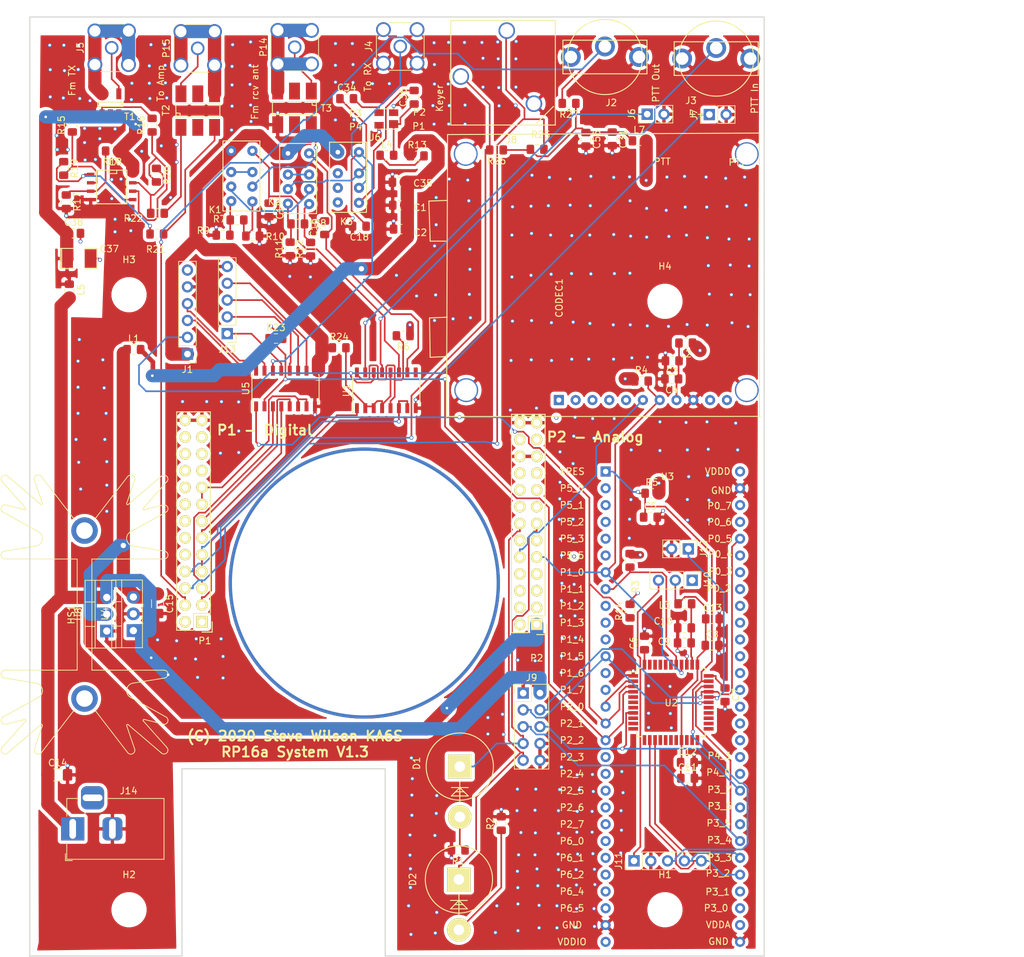
<source format=kicad_pcb>
(kicad_pcb (version 20171130) (host pcbnew 6.0.0-rc1-unknown-e7fa02a~66~ubuntu18.04.1)
  (layers (0 F.Cu signal) (1 In1.Cu power) (2 In2.Cu power) (31 B.Cu signal) (35 F.Paste user) (36 B.SilkS user) (37 F.SilkS user) (38 B.Mask user) (39 F.Mask user) (44 Edge.Cuts user))
  (net 0 "")
  (net 1 GND)
  (net 2 /lna/5V_LNA)
  (net 3 /mini_amp/AMP12V)
  (net 4 /ps/RP_5V)
  (net 5 "Net-(J3-Pad1)")
  (net 6 /extern_conn/DASH)
  (net 7 /extern_conn/PTT_IN)
  (net 8 /extern_conn/DOT)
  (net 9 "Net-(L4-Pad1)")
  (net 10 "Net-(R17-Pad1)")
  (net 11 "Net-(D1-Pad2)")
  (net 12 "Net-(D2-Pad2)")
  (net 13 Earth)
  (net 14 GNDREF)
  (net 15 GNDPWR)
  (net 16 "Net-(C3-Pad1)")
  (net 17 /BCLK)
  (net 18 /ADCDAT)
  (net 19 /DACDAT)
  (net 20 /LRCLK)
  (net 21 /SDAT)
  (net 22 /SCLK)
  (net 23 "/I2C to SPI/SWR_F")
  (net 24 "/I2C to SPI/SWR_R")
  (net 25 "Net-(J6-Pad1)")
  (net 26 "/I2C to SPI/SPI_SDO")
  (net 27 "/I2C to SPI/SPI_RSTB")
  (net 28 "/I2C to SPI/SPI_TSTB")
  (net 29 /PTT_OUT)
  (net 30 /extern_conn/3P3V_AUD)
  (net 31 "Net-(C34-Pad2)")
  (net 32 "Net-(C34-Pad1)")
  (net 33 "Net-(C36-Pad1)")
  (net 34 "Net-(C36-Pad2)")
  (net 35 "Net-(J5-Pad1)")
  (net 36 "Net-(P14-Pad1)")
  (net 37 "Net-(P15-Pad1)")
  (net 38 "Net-(R15-Pad1)")
  (net 39 "Net-(R15-Pad2)")
  (net 40 "Net-(R16-Pad1)")
  (net 41 "Net-(R16-Pad2)")
  (net 42 "Net-(R19-Pad1)")
  (net 43 "Net-(R20-Pad1)")
  (net 44 "Net-(R21-Pad2)")
  (net 45 "Net-(R22-Pad1)")
  (net 46 "/I2C to SPI/RP_3.3V")
  (net 47 "/I2C to SPI/SPI_SCK")
  (net 48 "Net-(MT1-Pad1)")
  (net 49 "Net-(P1-Pad10)")
  (net 50 "Net-(P1-Pad19)")
  (net 51 "Net-(P1-Pad20)")
  (net 52 "Net-(P1-Pad21)")
  (net 53 "Net-(P1-Pad22)")
  (net 54 "Net-(P1-Pad23)")
  (net 55 "Net-(P1-Pad24)")
  (net 56 "Net-(P2-Pad2)")
  (net 57 "Net-(P2-Pad3)")
  (net 58 "Net-(P2-Pad4)")
  (net 59 "Net-(P2-Pad5)")
  (net 60 "Net-(P2-Pad6)")
  (net 61 "Net-(P2-Pad7)")
  (net 62 "Net-(P2-Pad8)")
  (net 63 "Net-(P2-Pad11)")
  (net 64 "Net-(P2-Pad12)")
  (net 65 "Net-(P2-Pad15)")
  (net 66 "Net-(P2-Pad16)")
  (net 67 "Net-(P2-Pad17)")
  (net 68 "Net-(P2-Pad18)")
  (net 69 "Net-(P2-Pad19)")
  (net 70 "Net-(P2-Pad20)")
  (net 71 "Net-(P2-Pad23)")
  (net 72 "Net-(P2-Pad24)")
  (net 73 "Net-(T1-Pad2)")
  (net 74 "Net-(T2-Pad2)")
  (net 75 "Net-(T3-Pad2)")
  (net 76 "Net-(T3-Pad5)")
  (net 77 "Net-(U3-Pad2)")
  (net 78 "Net-(U3-Pad3)")
  (net 79 "Net-(U3-Pad4)")
  (net 80 "Net-(U3-Pad5)")
  (net 81 "Net-(U3-Pad6)")
  (net 82 "Net-(U3-Pad9)")
  (net 83 "Net-(U3-Pad10)")
  (net 84 "Net-(U3-Pad11)")
  (net 85 "Net-(U3-Pad13)")
  (net 86 "Net-(U3-Pad14)")
  (net 87 "Net-(U3-Pad18)")
  (net 88 "Net-(U3-Pad19)")
  (net 89 "Net-(U3-Pad20)")
  (net 90 "Net-(U3-Pad21)")
  (net 91 "Net-(U3-Pad22)")
  (net 92 "Net-(U3-Pad23)")
  (net 93 "Net-(U3-Pad24)")
  (net 94 "Net-(U3-Pad25)")
  (net 95 "Net-(U3-Pad26)")
  (net 96 "Net-(U3-Pad27)")
  (net 97 "Net-(U3-Pad32)")
  (net 98 "Net-(U3-Pad33)")
  (net 99 "Net-(U3-Pad37)")
  (net 100 "Net-(U3-Pad38)")
  (net 101 "Net-(U3-Pad40)")
  (net 102 "Net-(U3-Pad41)")
  (net 103 "Net-(U3-Pad42)")
  (net 104 "Net-(U3-Pad43)")
  (net 105 "Net-(U3-Pad44)")
  (net 106 "Net-(U3-Pad45)")
  (net 107 "Net-(U3-Pad46)")
  (net 108 "Net-(U3-Pad47)")
  (net 109 "Net-(U3-Pad48)")
  (net 110 "Net-(U3-Pad49)")
  (net 111 "Net-(U3-Pad50)")
  (net 112 "Net-(U3-Pad51)")
  (net 113 "Net-(U3-Pad52)")
  (net 114 "Net-(U3-Pad53)")
  (net 115 "Net-(U3-Pad55)")
  (net 116 "Net-(U3-Pad56)")
  (net 117 "/I2C to SPI/RESET")
  (net 118 "/I2C to SPI/SAR_BYPASS")
  (net 119 "/I2C to SPI/VCCD")
  (net 120 "/I2C to SPI/VDDD")
  (net 121 "/I2C to SPI/VTARG")
  (net 122 "/I2C to SPI/SWDCLK")
  (net 123 "/I2C to SPI/SWDIO")
  (net 124 "/I2C to SPI/UART_TX")
  (net 125 "Net-(U2-Pad5)")
  (net 126 "Net-(U2-Pad6)")
  (net 127 "Net-(U2-Pad7)")
  (net 128 "Net-(U2-Pad9)")
  (net 129 "Net-(U2-Pad10)")
  (net 130 "Net-(U2-Pad11)")
  (net 131 "Net-(U2-Pad12)")
  (net 132 "Net-(U2-Pad15)")
  (net 133 "Net-(U2-Pad16)")
  (net 134 "Net-(U2-Pad17)")
  (net 135 "Net-(U2-Pad18)")
  (net 136 "Net-(U2-Pad20)")
  (net 137 "Net-(U2-Pad21)")
  (net 138 "Net-(U2-Pad22)")
  (net 139 "Net-(U2-Pad23)")
  (net 140 "Net-(U2-Pad24)")
  (net 141 "Net-(U2-Pad25)")
  (net 142 "Net-(U2-Pad26)")
  (net 143 "Net-(U2-Pad27)")
  (net 144 "Net-(U2-Pad39)")
  (net 145 "Net-(U2-Pad40)")
  (net 146 "Net-(U2-Pad41)")
  (net 147 "Net-(U2-Pad42)")
  (net 148 "Net-(U2-Pad43)")
  (net 149 "/I2C to SPI/VDDA")
  (net 150 "Net-(CODEC1-Pad5)")
  (net 151 "Net-(CODEC1-Pad10)")
  (net 152 "Net-(CODEC1-Pad11)")
  (net 153 "Net-(R6-Pad2)")
  (net 154 "Net-(J14-PadMP)")
  (net 155 /extern_conn/db20_n)
  (net 156 /extern_conn/db10_n)
  (net 157 /extern_conn/preamp_n)
  (net 158 +12V)
  (net 159 "Net-(J1-Pad2)")
  (net 160 "Net-(J1-Pad3)")
  (net 161 "Net-(J1-Pad4)")
  (net 162 "Net-(J1-Pad6)")
  (net 163 "Net-(J4-Pad1)")
  (net 164 "Net-(J13-Pad1)")
  (net 165 "Net-(J13-Pad2)")
  (net 166 "Net-(J13-Pad3)")
  (net 167 "Net-(J13-Pad4)")
  (net 168 "Net-(K1-Pad2)")
  (net 169 "Net-(K1-Pad6)")
  (net 170 "Net-(K1-Pad5)")
  (net 171 "Net-(K1-Pad4)")
  (net 172 "Net-(K1-Pad3)")
  (net 173 "Net-(K2-Pad2)")
  (net 174 "Net-(K2-Pad4)")
  (net 175 "Net-(K2-Pad5)")
  (net 176 "Net-(K3-Pad2)")
  (net 177 "Net-(K3-Pad3)")
  (net 178 "Net-(K3-Pad4)")
  (net 179 /preamp)
  (net 180 /db10)
  (net 181 /h1)
  (net 182 /h2)
  (net 183 /h3)
  (net 184 "/I2C to SPI/ant2")
  (net 185 "/I2C to SPI/ant3")
  (net 186 "Net-(R24-Pad2)")
  (net 187 "Net-(U1-Pad9)")
  (net 188 "/I2C to SPI/ant1")
  (module Module:CODEC (layer F.Cu) (at 134.965 84.928 90)
    (fp_text reference CODEC1 (at 15.43 0.05 90) (layer F.SilkS))
    (fp_text value Conn_01x11)
    (pad 1 thru_hole rect (at 0 0 90) (size 1.524 1.524) (drill 0.762) (layers *.Cu *.Mask) (net 17 /BCLK))
    (pad 2 thru_hole circle (at 0 2.54 90) (size 1.524 1.524) (drill 0.762) (layers *.Cu *.Mask) (net 18 /ADCDAT))
    (pad 3 thru_hole circle (at 0 5.08 90) (size 1.524 1.524) (drill 0.762) (layers *.Cu *.Mask) (net 19 /DACDAT))
    (pad 4 thru_hole circle (at 0 7.62 90) (size 1.524 1.524) (drill 0.762) (layers *.Cu *.Mask) (net 20 /LRCLK))
    (pad 5 thru_hole circle (at 0 10.16 90) (size 1.524 1.524) (drill 0.762) (layers *.Cu *.Mask) (net 150 "Net-(CODEC1-Pad5)"))
    (pad 6 thru_hole circle (at 0 12.7 90) (size 1.524 1.524) (drill 0.762) (layers *.Cu *.Mask) (net 21 /SDAT))
    (pad 7 thru_hole circle (at 0 15.24 90) (size 1.524 1.524) (drill 0.762) (layers *.Cu *.Mask) (net 22 /SCLK))
    (pad 8 thru_hole circle (at 0 17.78 90) (size 1.524 1.524) (drill 0.762) (layers *.Cu *.Mask) (net 16 "Net-(C3-Pad1)"))
    (pad 9 thru_hole circle (at 0 20.32 90) (size 1.524 1.524) (drill 0.762) (layers *.Cu *.Mask) (net 1 GND))
    (pad 10 thru_hole circle (at 0 22.86 90) (size 1.524 1.524) (drill 0.762) (layers *.Cu *.Mask) (net 151 "Net-(CODEC1-Pad10)"))
    (pad 11 thru_hole circle (at 0 25.4 90) (size 1.524 1.524) (drill 0.762) (layers *.Cu *.Mask) (net 152 "Net-(CODEC1-Pad11)"))
    (pad 9 thru_hole circle (at 1.5 28.4 90) (size 3.6 3.6) (drill 3.2) (layers *.Cu *.Mask) (net 1 GND))
    (pad 9 thru_hole circle (at 1.5 -14 90) (size 3.6 3.6) (drill 3.2) (layers *.Cu *.Mask) (net 1 GND))
    (pad 9 thru_hole circle (at 37.19 28.4 90) (size 3.6 3.6) (drill 3.2) (layers *.Cu *.Mask) (net 1 GND))
    (pad 9 thru_hole circle (at 37.23 -14.08 90) (size 3.6 3.6) (drill 3.2) (layers *.Cu *.Mask) (net 1 GND))
  )
  (module Capacitor_SMD:C_0805_2012Metric_Pad1.15x1.40mm_HandSolder (layer F.Cu) (at 158.182 118.014)
    (fp_text reference C13 (at 0 -1.65) (layer F.SilkS))
    (fp_text value 0.1uF)
    (pad 2 smd roundrect (at 1.025 0) (size 1.15 1.4) (layers F.Cu F.Paste F.Mask) (roundrect_rratio 0.217391) (net 1 GND))
    (pad 1 smd roundrect (at -1.025 0) (size 1.15 1.4) (layers F.Cu F.Paste F.Mask) (roundrect_rratio 0.217391) (net 120 "/I2C to SPI/VDDD"))
  )
  (module Package_QFP:TQFP-44_10x10mm_P0.8mm (layer F.Cu) (at 151.903 130.641)
    (fp_text reference U2 (at 0.052 0.069) (layer F.SilkS))
    (fp_text value CY8C4127AXI-S443)
    (pad 1 smd rect (at -5.7 -4) (size 1.5 0.55) (layers F.Cu F.Paste F.Mask) (net 1 GND))
    (pad 2 smd rect (at -5.7 -3.2) (size 1.5 0.55) (layers F.Cu F.Paste F.Mask) (net 188 "/I2C to SPI/ant1"))
    (pad 3 smd rect (at -5.7 -2.4) (size 1.5 0.55) (layers F.Cu F.Paste F.Mask) (net 184 "/I2C to SPI/ant2"))
    (pad 4 smd rect (at -5.7 -1.6) (size 1.5 0.55) (layers F.Cu F.Paste F.Mask) (net 185 "/I2C to SPI/ant3"))
    (pad 5 smd rect (at -5.7 -0.8) (size 1.5 0.55) (layers F.Cu F.Paste F.Mask) (net 125 "Net-(U2-Pad5)"))
    (pad 6 smd rect (at -5.7 0) (size 1.5 0.55) (layers F.Cu F.Paste F.Mask) (net 126 "Net-(U2-Pad6)"))
    (pad 7 smd rect (at -5.7 0.8) (size 1.5 0.55) (layers F.Cu F.Paste F.Mask) (net 127 "Net-(U2-Pad7)"))
    (pad 8 smd rect (at -5.7 1.6) (size 1.5 0.55) (layers F.Cu F.Paste F.Mask) (net 28 "/I2C to SPI/SPI_TSTB"))
    (pad 9 smd rect (at -5.7 2.4) (size 1.5 0.55) (layers F.Cu F.Paste F.Mask) (net 128 "Net-(U2-Pad9)"))
    (pad 10 smd rect (at -5.7 3.2) (size 1.5 0.55) (layers F.Cu F.Paste F.Mask) (net 129 "Net-(U2-Pad10)"))
    (pad 11 smd rect (at -5.7 4) (size 1.5 0.55) (layers F.Cu F.Paste F.Mask) (net 130 "Net-(U2-Pad11)"))
    (pad 12 smd rect (at -4 5.7 90) (size 1.5 0.55) (layers F.Cu F.Paste F.Mask) (net 131 "Net-(U2-Pad12)"))
    (pad 13 smd rect (at -3.2 5.7 90) (size 1.5 0.55) (layers F.Cu F.Paste F.Mask) (net 123 "/I2C to SPI/SWDIO"))
    (pad 14 smd rect (at -2.4 5.7 90) (size 1.5 0.55) (layers F.Cu F.Paste F.Mask) (net 122 "/I2C to SPI/SWDCLK"))
    (pad 15 smd rect (at -1.6 5.7 90) (size 1.5 0.55) (layers F.Cu F.Paste F.Mask) (net 132 "Net-(U2-Pad15)"))
    (pad 16 smd rect (at -0.8 5.7 90) (size 1.5 0.55) (layers F.Cu F.Paste F.Mask) (net 133 "Net-(U2-Pad16)"))
    (pad 17 smd rect (at 0 5.7 90) (size 1.5 0.55) (layers F.Cu F.Paste F.Mask) (net 134 "Net-(U2-Pad17)"))
    (pad 18 smd rect (at 0.8 5.7 90) (size 1.5 0.55) (layers F.Cu F.Paste F.Mask) (net 135 "Net-(U2-Pad18)"))
    (pad 19 smd rect (at 1.6 5.7 90) (size 1.5 0.55) (layers F.Cu F.Paste F.Mask) (net 120 "/I2C to SPI/VDDD"))
    (pad 20 smd rect (at 2.4 5.7 90) (size 1.5 0.55) (layers F.Cu F.Paste F.Mask) (net 136 "Net-(U2-Pad20)"))
    (pad 21 smd rect (at 3.2 5.7 90) (size 1.5 0.55) (layers F.Cu F.Paste F.Mask) (net 137 "Net-(U2-Pad21)"))
    (pad 22 smd rect (at 4 5.7 90) (size 1.5 0.55) (layers F.Cu F.Paste F.Mask) (net 138 "Net-(U2-Pad22)"))
    (pad 23 smd rect (at 5.7 4) (size 1.5 0.55) (layers F.Cu F.Paste F.Mask) (net 139 "Net-(U2-Pad23)"))
    (pad 24 smd rect (at 5.7 3.2) (size 1.5 0.55) (layers F.Cu F.Paste F.Mask) (net 140 "Net-(U2-Pad24)"))
    (pad 25 smd rect (at 5.7 2.4) (size 1.5 0.55) (layers F.Cu F.Paste F.Mask) (net 141 "Net-(U2-Pad25)"))
    (pad 26 smd rect (at 5.7 1.6) (size 1.5 0.55) (layers F.Cu F.Paste F.Mask) (net 142 "Net-(U2-Pad26)"))
    (pad 27 smd rect (at 5.7 0.8) (size 1.5 0.55) (layers F.Cu F.Paste F.Mask) (net 143 "Net-(U2-Pad27)"))
    (pad 28 smd rect (at 5.7 0) (size 1.5 0.55) (layers F.Cu F.Paste F.Mask) (net 26 "/I2C to SPI/SPI_SDO"))
    (pad 29 smd rect (at 5.7 -0.8) (size 1.5 0.55) (layers F.Cu F.Paste F.Mask) (net 124 "/I2C to SPI/UART_TX"))
    (pad 30 smd rect (at 5.7 -1.6) (size 1.5 0.55) (layers F.Cu F.Paste F.Mask) (net 47 "/I2C to SPI/SPI_SCK"))
    (pad 31 smd rect (at 5.7 -2.4) (size 1.5 0.55) (layers F.Cu F.Paste F.Mask) (net 27 "/I2C to SPI/SPI_RSTB"))
    (pad 32 smd rect (at 5.7 -3.2) (size 1.5 0.55) (layers F.Cu F.Paste F.Mask) (net 117 "/I2C to SPI/RESET"))
    (pad 33 smd rect (at 5.7 -4) (size 1.5 0.55) (layers F.Cu F.Paste F.Mask) (net 119 "/I2C to SPI/VCCD"))
    (pad 34 smd rect (at 4 -5.7 90) (size 1.5 0.55) (layers F.Cu F.Paste F.Mask) (net 120 "/I2C to SPI/VDDD"))
    (pad 35 smd rect (at 3.2 -5.7 90) (size 1.5 0.55) (layers F.Cu F.Paste F.Mask) (net 149 "/I2C to SPI/VDDA"))
    (pad 36 smd rect (at 2.4 -5.7 90) (size 1.5 0.55) (layers F.Cu F.Paste F.Mask) (net 1 GND))
    (pad 37 smd rect (at 1.6 -5.7 90) (size 1.5 0.55) (layers F.Cu F.Paste F.Mask) (net 22 /SCLK))
    (pad 38 smd rect (at 0.8 -5.7 90) (size 1.5 0.55) (layers F.Cu F.Paste F.Mask) (net 21 /SDAT))
    (pad 39 smd rect (at 0 -5.7 90) (size 1.5 0.55) (layers F.Cu F.Paste F.Mask) (net 144 "Net-(U2-Pad39)"))
    (pad 40 smd rect (at -0.8 -5.7 90) (size 1.5 0.55) (layers F.Cu F.Paste F.Mask) (net 145 "Net-(U2-Pad40)"))
    (pad 41 smd rect (at -1.6 -5.7 90) (size 1.5 0.55) (layers F.Cu F.Paste F.Mask) (net 146 "Net-(U2-Pad41)"))
    (pad 42 smd rect (at -2.4 -5.7 90) (size 1.5 0.55) (layers F.Cu F.Paste F.Mask) (net 147 "Net-(U2-Pad42)"))
    (pad 43 smd rect (at -3.2 -5.7 90) (size 1.5 0.55) (layers F.Cu F.Paste F.Mask) (net 148 "Net-(U2-Pad43)"))
    (pad 44 smd rect (at -4 -5.7 90) (size 1.5 0.55) (layers F.Cu F.Paste F.Mask) (net 118 "/I2C to SPI/SAR_BYPASS"))
  )
  (module Pin_Headers:Pin_Header_Straight_2x13 (layer F.Cu) (at 131.612 118.838 180)
    (fp_text reference P2 (at 0 -5.1 180) (layer F.SilkS))
    (fp_text value CONN_02X13)
    (pad 1 thru_hole rect (at 0 0 180) (size 1.7272 1.7272) (drill 1.016) (layers *.Cu *.Mask F.SilkS) (net 4 /ps/RP_5V))
    (pad 2 thru_hole oval (at 2.54 0 180) (size 1.7272 1.7272) (drill 1.016) (layers *.Cu *.Mask F.SilkS) (net 56 "Net-(P2-Pad2)"))
    (pad 3 thru_hole oval (at 0 2.54 180) (size 1.7272 1.7272) (drill 1.016) (layers *.Cu *.Mask F.SilkS) (net 57 "Net-(P2-Pad3)"))
    (pad 4 thru_hole oval (at 2.54 2.54 180) (size 1.7272 1.7272) (drill 1.016) (layers *.Cu *.Mask F.SilkS) (net 58 "Net-(P2-Pad4)"))
    (pad 5 thru_hole oval (at 0 5.08 180) (size 1.7272 1.7272) (drill 1.016) (layers *.Cu *.Mask F.SilkS) (net 59 "Net-(P2-Pad5)"))
    (pad 6 thru_hole oval (at 2.54 5.08 180) (size 1.7272 1.7272) (drill 1.016) (layers *.Cu *.Mask F.SilkS) (net 60 "Net-(P2-Pad6)"))
    (pad 7 thru_hole oval (at 0 7.62 180) (size 1.7272 1.7272) (drill 1.016) (layers *.Cu *.Mask F.SilkS) (net 61 "Net-(P2-Pad7)"))
    (pad 8 thru_hole oval (at 2.54 7.62 180) (size 1.7272 1.7272) (drill 1.016) (layers *.Cu *.Mask F.SilkS) (net 62 "Net-(P2-Pad8)"))
    (pad 9 thru_hole oval (at 0 10.16 180) (size 1.7272 1.7272) (drill 1.016) (layers *.Cu *.Mask F.SilkS) (net 22 /SCLK))
    (pad 10 thru_hole oval (at 2.54 10.16 180) (size 1.7272 1.7272) (drill 1.016) (layers *.Cu *.Mask F.SilkS) (net 21 /SDAT))
    (pad 11 thru_hole oval (at 0 12.7 180) (size 1.7272 1.7272) (drill 1.016) (layers *.Cu *.Mask F.SilkS) (net 63 "Net-(P2-Pad11)"))
    (pad 12 thru_hole oval (at 2.54 12.7 180) (size 1.7272 1.7272) (drill 1.016) (layers *.Cu *.Mask F.SilkS) (net 64 "Net-(P2-Pad12)"))
    (pad 13 thru_hole oval (at 0 15.24 180) (size 1.7272 1.7272) (drill 1.016) (layers *.Cu *.Mask F.SilkS) (net 23 "/I2C to SPI/SWR_F"))
    (pad 14 thru_hole oval (at 2.54 15.24 180) (size 1.7272 1.7272) (drill 1.016) (layers *.Cu *.Mask F.SilkS) (net 24 "/I2C to SPI/SWR_R"))
    (pad 15 thru_hole oval (at 0 17.78 180) (size 1.7272 1.7272) (drill 1.016) (layers *.Cu *.Mask F.SilkS) (net 65 "Net-(P2-Pad15)"))
    (pad 16 thru_hole oval (at 2.54 17.78 180) (size 1.7272 1.7272) (drill 1.016) (layers *.Cu *.Mask F.SilkS) (net 66 "Net-(P2-Pad16)"))
    (pad 17 thru_hole oval (at 0 20.32 180) (size 1.7272 1.7272) (drill 1.016) (layers *.Cu *.Mask F.SilkS) (net 67 "Net-(P2-Pad17)"))
    (pad 18 thru_hole oval (at 2.54 20.32 180) (size 1.7272 1.7272) (drill 1.016) (layers *.Cu *.Mask F.SilkS) (net 68 "Net-(P2-Pad18)"))
    (pad 19 thru_hole oval (at 0 22.86 180) (size 1.7272 1.7272) (drill 1.016) (layers *.Cu *.Mask F.SilkS) (net 69 "Net-(P2-Pad19)"))
    (pad 20 thru_hole oval (at 2.54 22.86 180) (size 1.7272 1.7272) (drill 1.016) (layers *.Cu *.Mask F.SilkS) (net 70 "Net-(P2-Pad20)"))
    (pad 21 thru_hole oval (at 0 25.4 180) (size 1.7272 1.7272) (drill 1.016) (layers *.Cu *.Mask F.SilkS) (net 1 GND))
    (pad 22 thru_hole oval (at 2.54 25.4 180) (size 1.7272 1.7272) (drill 1.016) (layers *.Cu *.Mask F.SilkS) (net 1 GND))
    (pad 23 thru_hole oval (at 0 27.94 180) (size 1.7272 1.7272) (drill 1.016) (layers *.Cu *.Mask F.SilkS) (net 71 "Net-(P2-Pad23)"))
    (pad 24 thru_hole oval (at 2.54 27.94 180) (size 1.7272 1.7272) (drill 1.016) (layers *.Cu *.Mask F.SilkS) (net 72 "Net-(P2-Pad24)"))
    (pad 25 thru_hole oval (at 0 30.48 180) (size 1.7272 1.7272) (drill 1.016) (layers *.Cu *.Mask F.SilkS) (net 1 GND))
    (pad 26 thru_hole oval (at 2.54 30.48 180) (size 1.7272 1.7272) (drill 1.016) (layers *.Cu *.Mask F.SilkS) (net 1 GND))
  )
  (module Pin_Headers:Pin_Header_Straight_2x13 (layer F.Cu) (at 81.0179 118.46 180)
    (fp_text reference P1 (at -0.4521 -2.8703 180) (layer F.SilkS))
    (fp_text value CONN_02X13)
    (pad 1 thru_hole rect (at 0 0 180) (size 1.7272 1.7272) (drill 1.016) (layers *.Cu *.Mask F.SilkS) (net 46 "/I2C to SPI/RP_3.3V"))
    (pad 2 thru_hole oval (at 2.54 0 180) (size 1.7272 1.7272) (drill 1.016) (layers *.Cu *.Mask F.SilkS) (net 46 "/I2C to SPI/RP_3.3V"))
    (pad 3 thru_hole oval (at 0 2.54 180) (size 1.7272 1.7272) (drill 1.016) (layers *.Cu *.Mask F.SilkS) (net 29 /PTT_OUT))
    (pad 4 thru_hole oval (at 2.54 2.54 180) (size 1.7272 1.7272) (drill 1.016) (layers *.Cu *.Mask F.SilkS) (net 7 /extern_conn/PTT_IN))
    (pad 5 thru_hole oval (at 0 5.08 180) (size 1.7272 1.7272) (drill 1.016) (layers *.Cu *.Mask F.SilkS) (net 179 /preamp))
    (pad 6 thru_hole oval (at 2.54 5.08 180) (size 1.7272 1.7272) (drill 1.016) (layers *.Cu *.Mask F.SilkS) (net 6 /extern_conn/DASH))
    (pad 7 thru_hole oval (at 0 7.62 180) (size 1.7272 1.7272) (drill 1.016) (layers *.Cu *.Mask F.SilkS) (net 180 /db10))
    (pad 8 thru_hole oval (at 2.54 7.62 180) (size 1.7272 1.7272) (drill 1.016) (layers *.Cu *.Mask F.SilkS) (net 8 /extern_conn/DOT))
    (pad 9 thru_hole oval (at 0 10.16 180) (size 1.7272 1.7272) (drill 1.016) (layers *.Cu *.Mask F.SilkS) (net 180 /db10))
    (pad 10 thru_hole oval (at 2.54 10.16 180) (size 1.7272 1.7272) (drill 1.016) (layers *.Cu *.Mask F.SilkS) (net 49 "Net-(P1-Pad10)"))
    (pad 11 thru_hole oval (at 0 12.7 180) (size 1.7272 1.7272) (drill 1.016) (layers *.Cu *.Mask F.SilkS) (net 181 /h1))
    (pad 12 thru_hole oval (at 2.54 12.7 180) (size 1.7272 1.7272) (drill 1.016) (layers *.Cu *.Mask F.SilkS) (net 17 /BCLK))
    (pad 13 thru_hole oval (at 0 15.24 180) (size 1.7272 1.7272) (drill 1.016) (layers *.Cu *.Mask F.SilkS) (net 182 /h2))
    (pad 14 thru_hole oval (at 2.54 15.24 180) (size 1.7272 1.7272) (drill 1.016) (layers *.Cu *.Mask F.SilkS) (net 18 /ADCDAT))
    (pad 15 thru_hole oval (at 0 17.78 180) (size 1.7272 1.7272) (drill 1.016) (layers *.Cu *.Mask F.SilkS) (net 183 /h3))
    (pad 16 thru_hole oval (at 2.54 17.78 180) (size 1.7272 1.7272) (drill 1.016) (layers *.Cu *.Mask F.SilkS) (net 19 /DACDAT))
    (pad 17 thru_hole oval (at 0 20.32 180) (size 1.7272 1.7272) (drill 1.016) (layers *.Cu *.Mask F.SilkS) (net 183 /h3))
    (pad 18 thru_hole oval (at 2.54 20.32 180) (size 1.7272 1.7272) (drill 1.016) (layers *.Cu *.Mask F.SilkS) (net 20 /LRCLK))
    (pad 19 thru_hole oval (at 0 22.86 180) (size 1.7272 1.7272) (drill 1.016) (layers *.Cu *.Mask F.SilkS) (net 50 "Net-(P1-Pad19)"))
    (pad 20 thru_hole oval (at 2.54 22.86 180) (size 1.7272 1.7272) (drill 1.016) (layers *.Cu *.Mask F.SilkS) (net 51 "Net-(P1-Pad20)"))
    (pad 21 thru_hole oval (at 0 25.4 180) (size 1.7272 1.7272) (drill 1.016) (layers *.Cu *.Mask F.SilkS) (net 52 "Net-(P1-Pad21)"))
    (pad 22 thru_hole oval (at 2.54 25.4 180) (size 1.7272 1.7272) (drill 1.016) (layers *.Cu *.Mask F.SilkS) (net 53 "Net-(P1-Pad22)"))
    (pad 23 thru_hole oval (at 0 27.94 180) (size 1.7272 1.7272) (drill 1.016) (layers *.Cu *.Mask F.SilkS) (net 54 "Net-(P1-Pad23)"))
    (pad 24 thru_hole oval (at 2.54 27.94 180) (size 1.7272 1.7272) (drill 1.016) (layers *.Cu *.Mask F.SilkS) (net 55 "Net-(P1-Pad24)"))
    (pad 25 thru_hole oval (at 0 30.48 180) (size 1.7272 1.7272) (drill 1.016) (layers *.Cu *.Mask F.SilkS) (net 1 GND))
    (pad 26 thru_hole oval (at 2.54 30.48 180) (size 1.7272 1.7272) (drill 1.016) (layers *.Cu *.Mask F.SilkS) (net 1 GND))
  )
  (module SMD_Packages:SMD-1210_Pol (layer F.Cu) (at 62.412 63.521)
    (fp_text reference C37 (at 4.61 -1.453) (layer F.SilkS))
    (fp_text value 10uF)
    (pad 1 smd rect (at -1.778 0) (size 1.778 2.794) (layers F.Cu F.Paste F.Mask) (net 3 /mini_amp/AMP12V))
    (pad 2 smd rect (at 1.778 0) (size 1.778 2.794) (layers F.Cu F.Paste F.Mask) (net 1 GND))
  )
  (module minicircuits:ADT1.5-1 (layer F.Cu) (at 77.85 43.697)
    (fp_text reference T2 (at -2.27 -2.59 -270) (layer F.SilkS))
    (fp_text value ADT1.5-1)
    (pad 1 smd rect (at 0 0) (size 1.65 2.54) (layers F.Cu F.Paste F.Mask) (net 45 "Net-(R22-Pad1)"))
    (pad 6 smd rect (at 0 -5.08) (size 1.65 2.54) (layers F.Cu F.Paste F.Mask) (net 37 "Net-(P15-Pad1)"))
    (pad 2 smd rect (at 2.54 0) (size 1.65 2.54) (layers F.Cu F.Paste F.Mask) (net 74 "Net-(T2-Pad2)"))
    (pad 3 smd rect (at 5.08 0) (size 1.65 2.54) (layers F.Cu F.Paste F.Mask) (net 44 "Net-(R21-Pad2)"))
    (pad 4 smd rect (at 5.08 -5.08) (size 1.65 2.54) (layers F.Cu F.Paste F.Mask) (net 15 GNDPWR))
    (pad 5 smd rect (at 2.54 -5.08) (size 1.65 2.54) (layers F.Cu F.Paste F.Mask))
  )
  (module minicircuits:TC4-1T (layer F.Cu) (at 68.458 38.614 180)
    (fp_text reference T1 (at -1.655 -3.46 180) (layer F.SilkS))
    (fp_text value TC4-1T hide)
    (pad 6 smd rect (at 0 0 180) (size 0.76 1.65) (layers F.Cu F.Paste F.Mask) (net 35 "Net-(J5-Pad1)"))
    (pad 4 smd rect (at 2.54 0 180) (size 0.76 1.65) (layers F.Cu F.Paste F.Mask) (net 13 Earth))
    (pad 1 smd rect (at 0 -3.175 180) (size 0.76 1.65) (layers F.Cu F.Paste F.Mask) (net 39 "Net-(R15-Pad2)"))
    (pad 2 smd rect (at 1.27 -3.175 180) (size 0.76 1.65) (layers F.Cu F.Paste F.Mask) (net 73 "Net-(T1-Pad2)"))
    (pad 3 smd rect (at 2.54 -3.175 180) (size 0.76 1.65) (layers F.Cu F.Paste F.Mask) (net 41 "Net-(R16-Pad2)"))
  )
  (module SMD_Packages:SOIC-8-N (layer F.Cu) (at 67.38 52.71 270)
    (fp_text reference U7 (at -3.825 -0.02) (layer F.SilkS))
    (fp_text value OPA26741D)
    (pad 8 smd rect (at -1.905 -3.175 270) (size 0.508 1.143) (layers F.Cu F.Paste F.Mask) (net 3 /mini_amp/AMP12V))
    (pad 7 smd rect (at -0.635 -3.175 270) (size 0.508 1.143) (layers F.Cu F.Paste F.Mask) (net 43 "Net-(R20-Pad1)"))
    (pad 6 smd rect (at 0.635 -3.175 270) (size 0.508 1.143) (layers F.Cu F.Paste F.Mask) (net 40 "Net-(R16-Pad1)"))
    (pad 5 smd rect (at 1.905 -3.175 270) (size 0.508 1.143) (layers F.Cu F.Paste F.Mask) (net 10 "Net-(R17-Pad1)"))
    (pad 4 smd rect (at 1.905 3.175 270) (size 0.508 1.143) (layers F.Cu F.Paste F.Mask) (net 1 GND))
    (pad 3 smd rect (at 0.635 3.175 270) (size 0.508 1.143) (layers F.Cu F.Paste F.Mask) (net 10 "Net-(R17-Pad1)"))
    (pad 2 smd rect (at -0.635 3.175 270) (size 0.508 1.143) (layers F.Cu F.Paste F.Mask) (net 38 "Net-(R15-Pad1)"))
    (pad 1 smd rect (at -1.905 3.175 270) (size 0.508 1.143) (layers F.Cu F.Paste F.Mask) (net 42 "Net-(R19-Pad1)"))
  )
  (module Diodes_ThroughHole:Diode_P600_Vertical_AnodeUp (layer F.Cu) (at 119.99 140.347 270)
    (fp_text reference D1 (at -0.49 6.52 270) (layer F.SilkS))
    (fp_text value ZENER)
    (pad 2 thru_hole circle (at 7.62 0 270) (size 3.54076 3.54076) (drill 1.6002) (layers *.Cu *.Mask F.SilkS) (net 11 "Net-(D1-Pad2)"))
    (pad 1 thru_hole rect (at 0 0 270) (size 3.54076 3.54076) (drill 1.6002) (layers *.Cu *.Mask F.SilkS) (net 23 "/I2C to SPI/SWR_F"))
  )
  (module Diodes_ThroughHole:Diode_P600_Vertical_AnodeUp (layer F.Cu) (at 119.86 157.417 270)
    (fp_text reference D2 (at 0 6.985 270) (layer F.SilkS))
    (fp_text value ZENER)
    (pad 2 thru_hole circle (at 7.62 0 270) (size 3.54076 3.54076) (drill 1.6002) (layers *.Cu *.Mask F.SilkS) (net 12 "Net-(D2-Pad2)"))
    (pad 1 thru_hole rect (at 0 0 270) (size 3.54076 3.54076) (drill 1.6002) (layers *.Cu *.Mask F.SilkS) (net 24 "/I2C to SPI/SWR_R"))
  )
  (module minicircuits:ADT1.5-1 (layer F.Cu) (at 97.551 38.204 180)
    (fp_text reference T3 (at -2.27 -2.59 180) (layer F.SilkS))
    (fp_text value ADT1-1)
    (pad 1 smd rect (at 0 0 180) (size 1.65 2.54) (layers F.Cu F.Paste F.Mask) (net 36 "Net-(P14-Pad1)"))
    (pad 6 smd rect (at 0 -5.08 180) (size 1.65 2.54) (layers F.Cu F.Paste F.Mask) (net 169 "Net-(K1-Pad6)"))
    (pad 2 smd rect (at 2.54 0 180) (size 1.65 2.54) (layers F.Cu F.Paste F.Mask) (net 75 "Net-(T3-Pad2)"))
    (pad 3 smd rect (at 5.08 0 180) (size 1.65 2.54) (layers F.Cu F.Paste F.Mask) (net 14 GNDREF))
    (pad 4 smd rect (at 5.08 -5.08 180) (size 1.65 2.54) (layers F.Cu F.Paste F.Mask) (net 1 GND))
    (pad 5 smd rect (at 2.54 -5.08 180) (size 1.65 2.54) (layers F.Cu F.Paste F.Mask) (net 76 "Net-(T3-Pad5)"))
  )
  (module Capacitor_SMD:C_0805_2012Metric_Pad1.15x1.40mm_HandSolder (layer F.Cu) (at 110.878 55.461 180)
    (fp_text reference C1 (at -3.129 -0.364 180) (layer F.SilkS))
    (fp_text value "0.1 uF")
    (pad 2 smd roundrect (at 1.025 0 180) (size 1.15 1.4) (layers F.Cu F.Paste F.Mask) (roundrect_rratio 0.217391) (net 1 GND))
    (pad 1 smd roundrect (at -1.025 0 180) (size 1.15 1.4) (layers F.Cu F.Paste F.Mask) (roundrect_rratio 0.217391) (net 2 /lna/5V_LNA))
  )
  (module Capacitor_SMD:C_0805_2012Metric_Pad1.15x1.40mm_HandSolder (layer F.Cu) (at 111.011 59.081 180)
    (fp_text reference C2 (at -3.047 -0.524 180) (layer F.SilkS))
    (fp_text value 0.001uF)
    (pad 1 smd roundrect (at -1.025 0 180) (size 1.15 1.4) (layers F.Cu F.Paste F.Mask) (roundrect_rratio 0.217391) (net 2 /lna/5V_LNA))
    (pad 2 smd roundrect (at 1.025 0 180) (size 1.15 1.4) (layers F.Cu F.Paste F.Mask) (roundrect_rratio 0.217391) (net 1 GND))
  )
  (module Capacitor_SMD:C_0805_2012Metric_Pad1.15x1.40mm_HandSolder (layer F.Cu) (at 152.099 78.998 180)
    (fp_text reference C3 (at 0 -1.65 180) (layer F.SilkS))
    (fp_text value 0.1uF)
    (pad 1 smd roundrect (at -1.025 0 180) (size 1.15 1.4) (layers F.Cu F.Paste F.Mask) (roundrect_rratio 0.217391) (net 16 "Net-(C3-Pad1)"))
    (pad 2 smd roundrect (at 1.025 0 180) (size 1.15 1.4) (layers F.Cu F.Paste F.Mask) (roundrect_rratio 0.217391) (net 1 GND))
  )
  (module Capacitor_SMD:C_0805_2012Metric_Pad1.15x1.40mm_HandSolder (layer F.Cu) (at 152.022 81.73 180)
    (fp_text reference C4 (at 0 -1.65 180) (layer F.SilkS))
    (fp_text value 1uF)
    (pad 2 smd roundrect (at 1.025 0 180) (size 1.15 1.4) (layers F.Cu F.Paste F.Mask) (roundrect_rratio 0.217391) (net 1 GND))
    (pad 1 smd roundrect (at -1.025 0 180) (size 1.15 1.4) (layers F.Cu F.Paste F.Mask) (roundrect_rratio 0.217391) (net 16 "Net-(C3-Pad1)"))
  )
  (module Capacitor_SMD:C_0805_2012Metric_Pad1.15x1.40mm_HandSolder (layer F.Cu) (at 143.033 45.433 270)
    (fp_text reference C31 (at 0 -1.65 270) (layer F.SilkS))
    (fp_text value 0.1uF)
    (pad 2 smd roundrect (at 1.025 0 270) (size 1.15 1.4) (layers F.Cu F.Paste F.Mask) (roundrect_rratio 0.217391) (net 1 GND))
    (pad 1 smd roundrect (at -1.025 0 270) (size 1.15 1.4) (layers F.Cu F.Paste F.Mask) (roundrect_rratio 0.217391) (net 30 /extern_conn/3P3V_AUD))
  )
  (module Capacitor_SMD:C_0805_2012Metric_Pad1.15x1.40mm_HandSolder (layer F.Cu) (at 102.9 39.347)
    (fp_text reference C34 (at 0 -1.65) (layer F.SilkS))
    (fp_text value 0.1uF)
    (pad 2 smd roundrect (at 1.025 0) (size 1.15 1.4) (layers F.Cu F.Paste F.Mask) (roundrect_rratio 0.217391) (net 31 "Net-(C34-Pad2)"))
    (pad 1 smd roundrect (at -1.025 0) (size 1.15 1.4) (layers F.Cu F.Paste F.Mask) (roundrect_rratio 0.217391) (net 32 "Net-(C34-Pad1)"))
  )
  (module Capacitor_SMD:C_0805_2012Metric_Pad1.15x1.40mm_HandSolder (layer F.Cu) (at 110.836 51.994 180)
    (fp_text reference C35 (at -3.58 -0.153 180) (layer F.SilkS))
    (fp_text value 0.1uF)
    (pad 1 smd roundrect (at -1.025 0 180) (size 1.15 1.4) (layers F.Cu F.Paste F.Mask) (roundrect_rratio 0.217391) (net 2 /lna/5V_LNA))
    (pad 2 smd roundrect (at 1.025 0 180) (size 1.15 1.4) (layers F.Cu F.Paste F.Mask) (roundrect_rratio 0.217391) (net 1 GND))
  )
  (module Capacitor_SMD:C_0805_2012Metric_Pad1.15x1.40mm_HandSolder (layer F.Cu) (at 61.639 59.712)
    (fp_text reference C38 (at 0 -1.65) (layer F.SilkS))
    (fp_text value 0.1uF)
    (pad 2 smd roundrect (at 1.025 0) (size 1.15 1.4) (layers F.Cu F.Paste F.Mask) (roundrect_rratio 0.217391) (net 1 GND))
    (pad 1 smd roundrect (at -1.025 0) (size 1.15 1.4) (layers F.Cu F.Paste F.Mask) (roundrect_rratio 0.217391) (net 3 /mini_amp/AMP12V))
  )
  (module Capacitor_SMD:C_0805_2012Metric_Pad1.15x1.40mm_HandSolder (layer F.Cu) (at 139.051 45.498 270)
    (fp_text reference C56 (at 0 -1.65 270) (layer F.SilkS))
    (fp_text value 1uF)
    (pad 1 smd roundrect (at -1.025 0 270) (size 1.15 1.4) (layers F.Cu F.Paste F.Mask) (roundrect_rratio 0.217391) (net 30 /extern_conn/3P3V_AUD))
    (pad 2 smd roundrect (at 1.025 0 270) (size 1.15 1.4) (layers F.Cu F.Paste F.Mask) (roundrect_rratio 0.217391) (net 1 GND))
  )
  (module Connector_PinHeader_2.54mm:PinHeader_2x05_P2.54mm_Vertical (layer F.Cu) (at 129.569 129.238)
    (fp_text reference J9 (at 1.27 -2.33) (layer F.SilkS))
    (fp_text value Conn_02x05_Odd_Even)
    (pad 1 thru_hole rect (at 0 0) (size 1.7 1.7) (drill 1) (layers *.Cu *.Mask) (net 1 GND))
    (pad 2 thru_hole oval (at 2.54 0) (size 1.7 1.7) (drill 1) (layers *.Cu *.Mask) (net 158 +12V))
    (pad 3 thru_hole oval (at 0 2.54) (size 1.7 1.7) (drill 1) (layers *.Cu *.Mask) (net 26 "/I2C to SPI/SPI_SDO"))
    (pad 4 thru_hole oval (at 2.54 2.54) (size 1.7 1.7) (drill 1) (layers *.Cu *.Mask) (net 47 "/I2C to SPI/SPI_SCK"))
    (pad 5 thru_hole oval (at 0 5.08) (size 1.7 1.7) (drill 1) (layers *.Cu *.Mask) (net 27 "/I2C to SPI/SPI_RSTB"))
    (pad 6 thru_hole oval (at 2.54 5.08) (size 1.7 1.7) (drill 1) (layers *.Cu *.Mask) (net 28 "/I2C to SPI/SPI_TSTB"))
    (pad 7 thru_hole oval (at 0 7.62) (size 1.7 1.7) (drill 1) (layers *.Cu *.Mask) (net 23 "/I2C to SPI/SWR_F"))
    (pad 8 thru_hole oval (at 2.54 7.62) (size 1.7 1.7) (drill 1) (layers *.Cu *.Mask) (net 1 GND))
    (pad 9 thru_hole oval (at 0 10.16) (size 1.7 1.7) (drill 1) (layers *.Cu *.Mask) (net 24 "/I2C to SPI/SWR_R"))
    (pad 10 thru_hole oval (at 2.54 10.16) (size 1.7 1.7) (drill 1) (layers *.Cu *.Mask) (net 1 GND))
  )
  (module Connector_Pin:1Pin (layer B.Cu) (at 205.02 117.97)
    (fp_text reference MT1 (at -95.29 -0.853) (layer B.SilkS) (effects (justify mirror)))
    (fp_text value 1pin)
    (pad 1 thru_hole circle (at -99.46 -5.365) (size 41 41) (drill 40) (layers *.Cu *.Mask) (net 48 "Net-(MT1-Pad1)"))
  )
  (module Connector_PinHeader_2.54mm:PinHeader_1x02_P2.54mm_Vertical (layer F.Cu) (at 148.311 41.701 90)
    (fp_text reference J6 (at 0 -2.33 90) (layer F.SilkS))
    (fp_text value Conn_01x02)
    (pad 1 thru_hole rect (at 0 0 90) (size 1.7 1.7) (drill 1) (layers *.Cu *.Mask) (net 25 "Net-(J6-Pad1)"))
    (pad 2 thru_hole oval (at 0 2.54 90) (size 1.7 1.7) (drill 1) (layers *.Cu *.Mask) (net 1 GND))
  )
  (module Connector_PinHeader_2.54mm:PinHeader_1x02_P2.54mm_Vertical (layer F.Cu) (at 157.71 41.752 90)
    (fp_text reference J7 (at 0 -2.33 90) (layer F.SilkS))
    (fp_text value Conn_01x02)
    (pad 2 thru_hole oval (at 0 2.54 90) (size 1.7 1.7) (drill 1) (layers *.Cu *.Mask) (net 1 GND))
    (pad 1 thru_hole rect (at 0 0 90) (size 1.7 1.7) (drill 1) (layers *.Cu *.Mask) (net 159 "Net-(J1-Pad2)"))
  )
  (module Inductor_SMD:L_0805_2012Metric_Pad1.15x1.40mm_HandSolder (layer F.Cu) (at 70.727 77.281)
    (fp_text reference L1 (at 0 -1.65) (layer F.SilkS))
    (fp_text value FB)
    (pad 1 smd roundrect (at -1.025 0) (size 1.15 1.4) (layers F.Cu F.Paste F.Mask) (roundrect_rratio 0.217391) (net 4 /ps/RP_5V))
    (pad 2 smd roundrect (at 1.025 0) (size 1.15 1.4) (layers F.Cu F.Paste F.Mask) (roundrect_rratio 0.217391) (net 2 /lna/5V_LNA))
  )
  (module Inductor_SMD:L_0805_2012Metric_Pad1.15x1.40mm_HandSolder (layer F.Cu) (at 154.14 76.302 180)
    (fp_text reference L2 (at 0 -1.65 180) (layer F.SilkS))
    (fp_text value FB)
    (pad 1 smd roundrect (at -1.025 0 180) (size 1.15 1.4) (layers F.Cu F.Paste F.Mask) (roundrect_rratio 0.217391) (net 46 "/I2C to SPI/RP_3.3V"))
    (pad 2 smd roundrect (at 1.025 0 180) (size 1.15 1.4) (layers F.Cu F.Paste F.Mask) (roundrect_rratio 0.217391) (net 16 "Net-(C3-Pad1)"))
  )
  (module Inductor_SMD:L_0805_2012Metric_Pad1.15x1.40mm_HandSolder (layer F.Cu) (at 108.967 47.911)
    (fp_text reference L4 (at 0 -1.65) (layer F.SilkS))
    (fp_text value FB)
    (pad 1 smd roundrect (at -1.025 0) (size 1.15 1.4) (layers F.Cu F.Paste F.Mask) (roundrect_rratio 0.217391) (net 9 "Net-(L4-Pad1)"))
    (pad 2 smd roundrect (at 1.025 0) (size 1.15 1.4) (layers F.Cu F.Paste F.Mask) (roundrect_rratio 0.217391) (net 33 "Net-(C36-Pad1)"))
  )
  (module Inductor_SMD:L_0805_2012Metric_Pad1.15x1.40mm_HandSolder (layer F.Cu) (at 60.976 68.434 270)
    (fp_text reference L5 (at -0.189 -1.767 270) (layer F.SilkS))
    (fp_text value FB)
    (pad 2 smd roundrect (at 1.025 0 270) (size 1.15 1.4) (layers F.Cu F.Paste F.Mask) (roundrect_rratio 0.217391) (net 158 +12V))
    (pad 1 smd roundrect (at -1.025 0 270) (size 1.15 1.4) (layers F.Cu F.Paste F.Mask) (roundrect_rratio 0.217391) (net 3 /mini_amp/AMP12V))
  )
  (module Resistor_SMD:R_0805_2012Metric_Pad1.15x1.40mm_HandSolder (layer F.Cu) (at 119.76 152.977 180)
    (fp_text reference R1 (at 0 -1.65 180) (layer F.SilkS))
    (fp_text value 1K)
    (pad 2 smd roundrect (at 1.025 0 180) (size 1.15 1.4) (layers F.Cu F.Paste F.Mask) (roundrect_rratio 0.217391) (net 1 GND))
    (pad 1 smd roundrect (at -1.025 0 180) (size 1.15 1.4) (layers F.Cu F.Paste F.Mask) (roundrect_rratio 0.217391) (net 11 "Net-(D1-Pad2)"))
  )
  (module Resistor_SMD:R_0805_2012Metric_Pad1.15x1.40mm_HandSolder (layer F.Cu) (at 126.261 148.958 90)
    (fp_text reference R2 (at 0 -1.65 90) (layer F.SilkS))
    (fp_text value 1K)
    (pad 1 smd roundrect (at -1.025 0 90) (size 1.15 1.4) (layers F.Cu F.Paste F.Mask) (roundrect_rratio 0.217391) (net 12 "Net-(D2-Pad2)"))
    (pad 2 smd roundrect (at 1.025 0 90) (size 1.15 1.4) (layers F.Cu F.Paste F.Mask) (roundrect_rratio 0.217391) (net 1 GND))
  )
  (module Resistor_SMD:R_0805_2012Metric_Pad1.15x1.40mm_HandSolder (layer F.Cu) (at 145.711 109.172 270)
    (fp_text reference R3 (at 4.004 -0.844 270) (layer F.SilkS))
    (fp_text value 10K)
    (pad 2 smd roundrect (at 1.025 0 270) (size 1.15 1.4) (layers F.Cu F.Paste F.Mask) (roundrect_rratio 0.217391) (net 21 /SDAT))
    (pad 1 smd roundrect (at -1.025 0 270) (size 1.15 1.4) (layers F.Cu F.Paste F.Mask) (roundrect_rratio 0.217391) (net 46 "/I2C to SPI/RP_3.3V"))
  )
  (module Resistor_SMD:R_0805_2012Metric_Pad1.15x1.40mm_HandSolder (layer F.Cu) (at 147.44 82.051)
    (fp_text reference R4 (at 0 -1.65) (layer F.SilkS))
    (fp_text value 10K)
    (pad 1 smd roundrect (at -1.025 0) (size 1.15 1.4) (layers F.Cu F.Paste F.Mask) (roundrect_rratio 0.217391) (net 46 "/I2C to SPI/RP_3.3V"))
    (pad 2 smd roundrect (at 1.025 0) (size 1.15 1.4) (layers F.Cu F.Paste F.Mask) (roundrect_rratio 0.217391) (net 22 /SCLK))
  )
  (module Resistor_SMD:R_0805_2012Metric_Pad1.15x1.40mm_HandSolder (layer F.Cu) (at 149.028 99.021)
    (fp_text reference R5 (at 0 -1.65) (layer F.SilkS))
    (fp_text value 4.7K)
    (pad 1 smd roundrect (at -1.025 0) (size 1.15 1.4) (layers F.Cu F.Paste F.Mask) (roundrect_rratio 0.217391) (net 117 "/I2C to SPI/RESET"))
    (pad 2 smd roundrect (at 1.025 0) (size 1.15 1.4) (layers F.Cu F.Paste F.Mask) (roundrect_rratio 0.217391) (net 46 "/I2C to SPI/RP_3.3V"))
  )
  (module Resistor_SMD:R_0805_2012Metric_Pad1.15x1.40mm_HandSolder (layer F.Cu) (at 113.556 48.005)
    (fp_text reference R13 (at 0 -1.65) (layer F.SilkS))
    (fp_text value 75)
    (pad 2 smd roundrect (at 1.025 0) (size 1.15 1.4) (layers F.Cu F.Paste F.Mask) (roundrect_rratio 0.217391) (net 9 "Net-(L4-Pad1)"))
    (pad 1 smd roundrect (at -1.025 0) (size 1.15 1.4) (layers F.Cu F.Paste F.Mask) (roundrect_rratio 0.217391) (net 2 /lna/5V_LNA))
  )
  (module Resistor_SMD:R_0805_2012Metric_Pad1.15x1.40mm_HandSolder (layer F.Cu) (at 61.432 43.359 90)
    (fp_text reference R15 (at 0 -1.65 90) (layer F.SilkS))
    (fp_text value 100)
    (pad 1 smd roundrect (at -1.025 0 90) (size 1.15 1.4) (layers F.Cu F.Paste F.Mask) (roundrect_rratio 0.217391) (net 38 "Net-(R15-Pad1)"))
    (pad 2 smd roundrect (at 1.025 0 90) (size 1.15 1.4) (layers F.Cu F.Paste F.Mask) (roundrect_rratio 0.217391) (net 39 "Net-(R15-Pad2)"))
  )
  (module Resistor_SMD:R_0805_2012Metric_Pad1.15x1.40mm_HandSolder (layer F.Cu) (at 73.493 43.359 90)
    (fp_text reference R16 (at 0 -1.65 90) (layer F.SilkS))
    (fp_text value 100)
    (pad 1 smd roundrect (at -1.025 0 90) (size 1.15 1.4) (layers F.Cu F.Paste F.Mask) (roundrect_rratio 0.217391) (net 40 "Net-(R16-Pad1)"))
    (pad 2 smd roundrect (at 1.025 0 90) (size 1.15 1.4) (layers F.Cu F.Paste F.Mask) (roundrect_rratio 0.217391) (net 41 "Net-(R16-Pad2)"))
  )
  (module Resistor_SMD:R_0805_2012Metric_Pad1.15x1.40mm_HandSolder (layer F.Cu) (at 60.511 54.944 270)
    (fp_text reference R17 (at 0 -1.65 270) (layer F.SilkS))
    (fp_text value 1K)
    (pad 2 smd roundrect (at 1.025 0 270) (size 1.15 1.4) (layers F.Cu F.Paste F.Mask) (roundrect_rratio 0.217391) (net 1 GND))
    (pad 1 smd roundrect (at -1.025 0 270) (size 1.15 1.4) (layers F.Cu F.Paste F.Mask) (roundrect_rratio 0.217391) (net 10 "Net-(R17-Pad1)"))
  )
  (module Resistor_SMD:R_0805_2012Metric_Pad1.15x1.40mm_HandSolder (layer F.Cu) (at 67.49 47.263 180)
    (fp_text reference R18 (at 0 -1.65 180) (layer F.SilkS))
    (fp_text value 1K)
    (pad 1 smd roundrect (at -1.025 0 180) (size 1.15 1.4) (layers F.Cu F.Paste F.Mask) (roundrect_rratio 0.217391) (net 3 /mini_amp/AMP12V))
    (pad 2 smd roundrect (at 1.025 0 180) (size 1.15 1.4) (layers F.Cu F.Paste F.Mask) (roundrect_rratio 0.217391) (net 10 "Net-(R17-Pad1)"))
  )
  (module Resistor_SMD:R_0805_2012Metric_Pad1.15x1.40mm_HandSolder (layer F.Cu) (at 60.126 49.904 270)
    (fp_text reference R19 (at 0 -1.65 270) (layer F.SilkS))
    (fp_text value 5.1K)
    (pad 2 smd roundrect (at 1.025 0 270) (size 1.15 1.4) (layers F.Cu F.Paste F.Mask) (roundrect_rratio 0.217391) (net 38 "Net-(R15-Pad1)"))
    (pad 1 smd roundrect (at -1.025 0 270) (size 1.15 1.4) (layers F.Cu F.Paste F.Mask) (roundrect_rratio 0.217391) (net 42 "Net-(R19-Pad1)"))
  )
  (module Resistor_SMD:R_0805_2012Metric_Pad1.15x1.40mm_HandSolder (layer F.Cu) (at 74.136 50.923 270)
    (fp_text reference R20 (at 0 -1.65 270) (layer F.SilkS))
    (fp_text value 5.1K)
    (pad 1 smd roundrect (at -1.025 0 270) (size 1.15 1.4) (layers F.Cu F.Paste F.Mask) (roundrect_rratio 0.217391) (net 43 "Net-(R20-Pad1)"))
    (pad 2 smd roundrect (at 1.025 0 270) (size 1.15 1.4) (layers F.Cu F.Paste F.Mask) (roundrect_rratio 0.217391) (net 40 "Net-(R16-Pad1)"))
  )
  (module Resistor_SMD:R_0805_2012Metric_Pad1.15x1.40mm_HandSolder (layer F.Cu) (at 74.203 59.822)
    (fp_text reference R21 (at -0.175 2.303) (layer F.SilkS))
    (fp_text value 4R99)
    (pad 2 smd roundrect (at 1.025 0) (size 1.15 1.4) (layers F.Cu F.Paste F.Mask) (roundrect_rratio 0.217391) (net 44 "Net-(R21-Pad2)"))
    (pad 1 smd roundrect (at -1.025 0) (size 1.15 1.4) (layers F.Cu F.Paste F.Mask) (roundrect_rratio 0.217391) (net 42 "Net-(R19-Pad1)"))
  )
  (module Resistor_SMD:R_0805_2012Metric_Pad1.15x1.40mm_HandSolder (layer F.Cu) (at 74.301 56.684 180)
    (fp_text reference R22 (at 3.651 -0.762 180) (layer F.SilkS))
    (fp_text value 4R99)
    (pad 1 smd roundrect (at -1.025 0 180) (size 1.15 1.4) (layers F.Cu F.Paste F.Mask) (roundrect_rratio 0.217391) (net 45 "Net-(R22-Pad1)"))
    (pad 2 smd roundrect (at 1.025 0 180) (size 1.15 1.4) (layers F.Cu F.Paste F.Mask) (roundrect_rratio 0.217391) (net 43 "Net-(R20-Pad1)"))
  )
  (module Resistor_SMD:R_0805_2012Metric_Pad1.15x1.40mm_HandSolder (layer F.Cu) (at 131.682 47.012)
    (fp_text reference R25 (at 0.534 -2.209) (layer F.SilkS))
    (fp_text value 4.7K)
    (pad 2 smd roundrect (at 1.025 0) (size 1.15 1.4) (layers F.Cu F.Paste F.Mask) (roundrect_rratio 0.217391) (net 6 /extern_conn/DASH))
    (pad 1 smd roundrect (at -1.025 0) (size 1.15 1.4) (layers F.Cu F.Paste F.Mask) (roundrect_rratio 0.217391) (net 30 /extern_conn/3P3V_AUD))
  )
  (module Resistor_SMD:R_0805_2012Metric_Pad1.15x1.40mm_HandSolder (layer F.Cu) (at 125.536 47.111 180)
    (fp_text reference R26 (at 0 -1.65 180) (layer F.SilkS))
    (fp_text value 4.7K)
    (pad 1 smd roundrect (at -1.025 0 180) (size 1.15 1.4) (layers F.Cu F.Paste F.Mask) (roundrect_rratio 0.217391) (net 30 /extern_conn/3P3V_AUD))
    (pad 2 smd roundrect (at 1.025 0 180) (size 1.15 1.4) (layers F.Cu F.Paste F.Mask) (roundrect_rratio 0.217391) (net 8 /extern_conn/DOT))
  )
  (module Resistor_SMD:R_0805_2012Metric_Pad1.15x1.40mm_HandSolder (layer F.Cu) (at 136.501 40.066 180)
    (fp_text reference R27 (at 0 -1.65 180) (layer F.SilkS))
    (fp_text value 4.7K)
    (pad 2 smd roundrect (at 1.025 0 180) (size 1.15 1.4) (layers F.Cu F.Paste F.Mask) (roundrect_rratio 0.217391) (net 7 /extern_conn/PTT_IN))
    (pad 1 smd roundrect (at -1.025 0 180) (size 1.15 1.4) (layers F.Cu F.Paste F.Mask) (roundrect_rratio 0.217391) (net 30 /extern_conn/3P3V_AUD))
  )
  (module Inductor_SMD:L_0805_2012Metric_Pad1.15x1.40mm_HandSolder (layer F.Cu) (at 147.109 45.729)
    (fp_text reference L7 (at 0 -1.65) (layer F.SilkS))
    (fp_text value FB)
    (pad 1 smd roundrect (at -1.025 0) (size 1.15 1.4) (layers F.Cu F.Paste F.Mask) (roundrect_rratio 0.217391) (net 30 /extern_conn/3P3V_AUD))
    (pad 2 smd roundrect (at 1.025 0) (size 1.15 1.4) (layers F.Cu F.Paste F.Mask) (roundrect_rratio 0.217391) (net 46 "/I2C to SPI/RP_3.3V"))
  )
  (module Capacitor_SMD:C_0805_2012Metric_Pad1.15x1.40mm_HandSolder (layer F.Cu) (at 148.803 102.638)
    (fp_text reference C5 (at 0 -1.65) (layer F.SilkS))
    (fp_text value 0.1uF)
    (pad 1 smd roundrect (at -1.025 0) (size 1.15 1.4) (layers F.Cu F.Paste F.Mask) (roundrect_rratio 0.217391) (net 117 "/I2C to SPI/RESET"))
    (pad 2 smd roundrect (at 1.025 0) (size 1.15 1.4) (layers F.Cu F.Paste F.Mask) (roundrect_rratio 0.217391) (net 1 GND))
  )
  (module Package_DIP:CY8CKIT-43 (layer F.Cu) (at 152.192 128.753)
    (fp_text reference U3 (at -0.818 -32.254) (layer F.SilkS))
    (fp_text value CY8CKIT-43)
    (fp_text user XRES (at -15.24 -33.02) (layer F.SilkS))
    (fp_text user P5_0 (at -15.24 -30.48) (layer F.SilkS))
    (fp_text user P5_1 (at -15.24 -27.94) (layer F.SilkS))
    (fp_text user P5_2 (at -15.24 -25.4) (layer F.SilkS))
    (fp_text user P5_3 (at -15.24 -22.86) (layer F.SilkS))
    (fp_text user P5_5 (at -15.24 -20.32) (layer F.SilkS))
    (fp_text user P1_0 (at -15.24 -17.78) (layer F.SilkS))
    (fp_text user P1_1 (at -15.24 -15.24) (layer F.SilkS))
    (fp_text user P1_2 (at -15.24 -12.7) (layer F.SilkS))
    (fp_text user P1_3 (at -15.24 -10.16) (layer F.SilkS))
    (fp_text user P1_4 (at -15.24 -7.62) (layer F.SilkS))
    (fp_text user P1_5 (at -15.24 -5.08) (layer F.SilkS))
    (fp_text user P1_6 (at -15.24 -2.54) (layer F.SilkS))
    (fp_text user P1_7 (at -15.24 0) (layer F.SilkS))
    (fp_text user P2_0 (at -15.24 2.54) (layer F.SilkS))
    (fp_text user P2_1 (at -15.24 5.08) (layer F.SilkS))
    (fp_text user P2_2 (at -15.24 7.62) (layer F.SilkS))
    (fp_text user P2_3 (at -15.24 10.16) (layer F.SilkS))
    (fp_text user P2_4 (at -15.24 12.7) (layer F.SilkS))
    (fp_text user P2_5 (at -15.24 15.24) (layer F.SilkS))
    (fp_text user P2_6 (at -15.24 17.78) (layer F.SilkS))
    (fp_text user P2_7 (at -15.24 20.32) (layer F.SilkS))
    (fp_text user P6_0 (at -15.24 22.86) (layer F.SilkS))
    (fp_text user P6_1 (at -15.24 25.4) (layer F.SilkS))
    (fp_text user P6_2 (at -15.24 27.94) (layer F.SilkS))
    (fp_text user P6_4 (at -15.24 30.48) (layer F.SilkS))
    (fp_text user P6_5 (at -15.24 33.02) (layer F.SilkS))
    (fp_text user GND (at -15.24 35.56) (layer F.SilkS))
    (fp_text user VDDIO (at -15.24 38.1) (layer F.SilkS))
    (fp_text user GND (at 6.895 38.041) (layer F.SilkS))
    (fp_text user VDDA (at 6.854 35.514) (layer F.SilkS))
    (fp_text user P3_0 (at 6.528 32.986) (layer F.SilkS))
    (fp_text user P3_1 (at 6.773 30.54) (layer F.SilkS))
    (fp_text user P3_2 (at 6.813 27.727) (layer F.SilkS))
    (fp_text user P3_3 (at 7.058 25.366) (layer F.SilkS))
    (fp_text user P3_4 (at 7.017 22.714) (layer F.SilkS))
    (fp_text user P3_5 (at 6.936 20.146) (layer F.SilkS))
    (fp_text user P3_6 (at 7.099 17.578) (layer F.SilkS))
    (fp_text user P3_7 (at 7.058 15.091) (layer F.SilkS))
    (fp_text user P4_0 (at 6.895 12.482) (layer F.SilkS))
    (fp_text user P4_1 (at 7.099 9.954) (layer F.SilkS))
    (fp_text user P0_2 (at 6.977 -15.348) (layer F.SilkS))
    (fp_text user P0_3 (at 7.18 -17.916) (layer F.SilkS))
    (fp_text user P0_4 (at 7.18 -20.525) (layer F.SilkS))
    (fp_text user P0_5 (at 7.099 -22.849) (layer F.SilkS))
    (fp_text user P0_6 (at 7.058 -25.377) (layer F.SilkS))
    (fp_text user P0_7 (at 7.058 -27.823) (layer F.SilkS))
    (fp_text user GND (at 7.303 -30.147) (layer F.SilkS))
    (fp_text user VDDD (at 6.773 -33.041) (layer F.SilkS))
    (pad 1 thru_hole rect (at -10.16 -33.02) (size 1.524 1.524) (drill 0.82) (layers *.Cu *.Mask) (net 117 "/I2C to SPI/RESET"))
    (pad 2 thru_hole circle (at -10.16 -30.48) (size 1.524 1.524) (drill 0.82) (layers *.Cu *.Mask) (net 77 "Net-(U3-Pad2)"))
    (pad 3 thru_hole circle (at -10.16 -27.94) (size 1.524 1.524) (drill 0.82) (layers *.Cu *.Mask) (net 78 "Net-(U3-Pad3)"))
    (pad 4 thru_hole circle (at -10.16 -25.4) (size 1.524 1.524) (drill 0.82) (layers *.Cu *.Mask) (net 79 "Net-(U3-Pad4)"))
    (pad 5 thru_hole circle (at -10.16 -22.86) (size 1.524 1.524) (drill 0.82) (layers *.Cu *.Mask) (net 80 "Net-(U3-Pad5)"))
    (pad 6 thru_hole circle (at -10.16 -20.32) (size 1.524 1.524) (drill 0.82) (layers *.Cu *.Mask) (net 81 "Net-(U3-Pad6)"))
    (pad 7 thru_hole circle (at -10.16 -17.78) (size 1.524 1.524) (drill 0.82) (layers *.Cu *.Mask) (net 22 /SCLK))
    (pad 8 thru_hole circle (at -10.16 -15.24) (size 1.524 1.524) (drill 0.82) (layers *.Cu *.Mask) (net 21 /SDAT))
    (pad 9 thru_hole circle (at -10.16 -12.7) (size 1.524 1.524) (drill 0.82) (layers *.Cu *.Mask) (net 82 "Net-(U3-Pad9)"))
    (pad 10 thru_hole circle (at -10.16 -10.16) (size 1.524 1.524) (drill 0.82) (layers *.Cu *.Mask) (net 83 "Net-(U3-Pad10)"))
    (pad 11 thru_hole circle (at -10.16 -7.62) (size 1.524 1.524) (drill 0.82) (layers *.Cu *.Mask) (net 84 "Net-(U3-Pad11)"))
    (pad 12 thru_hole circle (at -10.16 -5.08) (size 1.524 1.524) (drill 0.82) (layers *.Cu *.Mask) (net 26 "/I2C to SPI/SPI_SDO"))
    (pad 13 thru_hole circle (at -10.16 -2.54) (size 1.524 1.524) (drill 0.82) (layers *.Cu *.Mask) (net 85 "Net-(U3-Pad13)"))
    (pad 14 thru_hole circle (at -10.16 0) (size 1.524 1.524) (drill 0.82) (layers *.Cu *.Mask) (net 86 "Net-(U3-Pad14)"))
    (pad 15 thru_hole circle (at -10.16 2.54) (size 1.524 1.524) (drill 0.82) (layers *.Cu *.Mask) (net 188 "/I2C to SPI/ant1"))
    (pad 16 thru_hole circle (at -10.16 5.08) (size 1.524 1.524) (drill 0.82) (layers *.Cu *.Mask) (net 184 "/I2C to SPI/ant2"))
    (pad 17 thru_hole circle (at -10.16 7.62) (size 1.524 1.524) (drill 0.82) (layers *.Cu *.Mask) (net 185 "/I2C to SPI/ant3"))
    (pad 18 thru_hole circle (at -10.16 10.16) (size 1.524 1.524) (drill 0.82) (layers *.Cu *.Mask) (net 87 "Net-(U3-Pad18)"))
    (pad 19 thru_hole circle (at -10.16 12.7) (size 1.524 1.524) (drill 0.82) (layers *.Cu *.Mask) (net 88 "Net-(U3-Pad19)"))
    (pad 20 thru_hole circle (at -10.16 15.24) (size 1.524 1.524) (drill 0.82) (layers *.Cu *.Mask) (net 89 "Net-(U3-Pad20)"))
    (pad 21 thru_hole circle (at -10.16 17.78) (size 1.524 1.524) (drill 0.82) (layers *.Cu *.Mask) (net 90 "Net-(U3-Pad21)"))
    (pad 22 thru_hole circle (at -10.16 20.32) (size 1.524 1.524) (drill 0.82) (layers *.Cu *.Mask) (net 91 "Net-(U3-Pad22)"))
    (pad 23 thru_hole circle (at -10.16 22.86) (size 1.524 1.524) (drill 0.82) (layers *.Cu *.Mask) (net 92 "Net-(U3-Pad23)"))
    (pad 24 thru_hole circle (at -10.16 25.4) (size 1.524 1.524) (drill 0.82) (layers *.Cu *.Mask) (net 93 "Net-(U3-Pad24)"))
    (pad 25 thru_hole circle (at -10.16 27.94) (size 1.524 1.524) (drill 0.82) (layers *.Cu *.Mask) (net 94 "Net-(U3-Pad25)"))
    (pad 26 thru_hole circle (at -10.16 30.48) (size 1.524 1.524) (drill 0.82) (layers *.Cu *.Mask) (net 95 "Net-(U3-Pad26)"))
    (pad 27 thru_hole circle (at -10.16 33.02) (size 1.524 1.524) (drill 0.82) (layers *.Cu *.Mask) (net 96 "Net-(U3-Pad27)"))
    (pad 28 thru_hole circle (at -10.16 35.56) (size 1.524 1.524) (drill 0.82) (layers *.Cu *.Mask) (net 1 GND))
    (pad 29 thru_hole circle (at -10.16 38.1) (size 1.524 1.524) (drill 0.82) (layers *.Cu *.Mask) (net 46 "/I2C to SPI/RP_3.3V"))
    (pad 30 thru_hole circle (at 10.16 38.1) (size 1.524 1.524) (drill 0.82) (layers *.Cu *.Mask) (net 1 GND))
    (pad 31 thru_hole circle (at 10.16 35.56) (size 1.524 1.524) (drill 0.82) (layers *.Cu *.Mask) (net 46 "/I2C to SPI/RP_3.3V"))
    (pad 32 thru_hole circle (at 10.16 33.02) (size 1.524 1.524) (drill 0.82) (layers *.Cu *.Mask) (net 97 "Net-(U3-Pad32)"))
    (pad 33 thru_hole circle (at 10.16 30.48) (size 1.524 1.524) (drill 0.82) (layers *.Cu *.Mask) (net 98 "Net-(U3-Pad33)"))
    (pad 34 thru_hole circle (at 10.16 27.94) (size 1.524 1.524) (drill 0.82) (layers *.Cu *.Mask) (net 123 "/I2C to SPI/SWDIO"))
    (pad 35 thru_hole circle (at 10.16 25.4) (size 1.524 1.524) (drill 0.82) (layers *.Cu *.Mask) (net 122 "/I2C to SPI/SWDCLK"))
    (pad 36 thru_hole circle (at 10.16 22.86) (size 1.524 1.524) (drill 0.82) (layers *.Cu *.Mask) (net 27 "/I2C to SPI/SPI_RSTB"))
    (pad 37 thru_hole circle (at 10.16 20.32) (size 1.524 1.524) (drill 0.82) (layers *.Cu *.Mask) (net 99 "Net-(U3-Pad37)"))
    (pad 38 thru_hole circle (at 10.16 17.78) (size 1.524 1.524) (drill 0.82) (layers *.Cu *.Mask) (net 100 "Net-(U3-Pad38)"))
    (pad 39 thru_hole circle (at 10.16 15.24) (size 1.524 1.524) (drill 0.82) (layers *.Cu *.Mask) (net 28 "/I2C to SPI/SPI_TSTB"))
    (pad 40 thru_hole circle (at 10.16 12.7) (size 1.524 1.524) (drill 0.82) (layers *.Cu *.Mask) (net 101 "Net-(U3-Pad40)"))
    (pad 41 thru_hole circle (at 10.16 10.16) (size 1.524 1.524) (drill 0.82) (layers *.Cu *.Mask) (net 102 "Net-(U3-Pad41)"))
    (pad 42 thru_hole circle (at 10.16 7.62) (size 1.524 1.524) (drill 0.82) (layers *.Cu *.Mask) (net 103 "Net-(U3-Pad42)"))
    (pad 43 thru_hole circle (at 10.16 5.08) (size 1.524 1.524) (drill 0.82) (layers *.Cu *.Mask) (net 104 "Net-(U3-Pad43)"))
    (pad 44 thru_hole circle (at 10.16 2.54) (size 1.524 1.524) (drill 0.82) (layers *.Cu *.Mask) (net 105 "Net-(U3-Pad44)"))
    (pad 45 thru_hole circle (at 10.16 0) (size 1.524 1.524) (drill 0.82) (layers *.Cu *.Mask) (net 106 "Net-(U3-Pad45)"))
    (pad 46 thru_hole circle (at 10.16 -2.54) (size 1.524 1.524) (drill 0.82) (layers *.Cu *.Mask) (net 107 "Net-(U3-Pad46)"))
    (pad 47 thru_hole circle (at 10.16 -5.08) (size 1.524 1.524) (drill 0.82) (layers *.Cu *.Mask) (net 108 "Net-(U3-Pad47)"))
    (pad 48 thru_hole circle (at 10.16 -7.62) (size 1.524 1.524) (drill 0.82) (layers *.Cu *.Mask) (net 109 "Net-(U3-Pad48)"))
    (pad 49 thru_hole circle (at 10.16 -10.16) (size 1.524 1.524) (drill 0.82) (layers *.Cu *.Mask) (net 110 "Net-(U3-Pad49)"))
    (pad 50 thru_hole circle (at 10.16 -12.7) (size 1.524 1.524) (drill 0.82) (layers *.Cu *.Mask) (net 111 "Net-(U3-Pad50)"))
    (pad 51 thru_hole circle (at 10.16 -15.24) (size 1.524 1.524) (drill 0.82) (layers *.Cu *.Mask) (net 112 "Net-(U3-Pad51)"))
    (pad 52 thru_hole circle (at 10.16 -17.78) (size 1.524 1.524) (drill 0.82) (layers *.Cu *.Mask) (net 113 "Net-(U3-Pad52)"))
    (pad 53 thru_hole circle (at 10.16 -20.32) (size 1.524 1.524) (drill 0.82) (layers *.Cu *.Mask) (net 114 "Net-(U3-Pad53)"))
    (pad 54 thru_hole circle (at 10.16 -22.86) (size 1.524 1.524) (drill 0.82) (layers *.Cu *.Mask) (net 47 "/I2C to SPI/SPI_SCK"))
    (pad 55 thru_hole circle (at 10.16 -25.4) (size 1.524 1.524) (drill 0.82) (layers *.Cu *.Mask) (net 115 "Net-(U3-Pad55)"))
    (pad 56 thru_hole circle (at 10.16 -27.94) (size 1.524 1.524) (drill 0.82) (layers *.Cu *.Mask) (net 116 "Net-(U3-Pad56)"))
    (pad 57 thru_hole circle (at 10.16 -30.48) (size 1.524 1.524) (drill 0.82) (layers *.Cu *.Mask) (net 1 GND))
    (pad 58 thru_hole circle (at 10.16 -33.02) (size 1.524 1.524) (drill 0.82) (layers *.Cu *.Mask) (net 46 "/I2C to SPI/RP_3.3V"))
  )
  (module Capacitor_SMD:C_0805_2012Metric_Pad1.15x1.40mm_HandSolder (layer F.Cu) (at 147.902 121.656 90)
    (fp_text reference C6 (at 0 -1.65 90) (layer F.SilkS))
    (fp_text value 1uF)
    (pad 2 smd roundrect (at 1.025 0 90) (size 1.15 1.4) (layers F.Cu F.Paste F.Mask) (roundrect_rratio 0.217391) (net 1 GND))
    (pad 1 smd roundrect (at -1.025 0 90) (size 1.15 1.4) (layers F.Cu F.Paste F.Mask) (roundrect_rratio 0.217391) (net 118 "/I2C to SPI/SAR_BYPASS"))
  )
  (module Capacitor_SMD:C_0805_2012Metric_Pad1.15x1.40mm_HandSolder (layer F.Cu) (at 160.078 129.499 270)
    (fp_text reference C7 (at 0 -1.65 270) (layer F.SilkS))
    (fp_text value 1uF)
    (pad 2 smd roundrect (at 1.025 0 270) (size 1.15 1.4) (layers F.Cu F.Paste F.Mask) (roundrect_rratio 0.217391) (net 1 GND))
    (pad 1 smd roundrect (at -1.025 0 270) (size 1.15 1.4) (layers F.Cu F.Paste F.Mask) (roundrect_rratio 0.217391) (net 119 "/I2C to SPI/VCCD"))
  )
  (module Capacitor_SMD:C_0805_2012Metric_Pad1.15x1.40mm_HandSolder (layer F.Cu) (at 158.119 122.021)
    (fp_text reference C8 (at 0 -1.65) (layer F.SilkS))
    (fp_text value 1uF)
    (pad 1 smd roundrect (at -1.025 0) (size 1.15 1.4) (layers F.Cu F.Paste F.Mask) (roundrect_rratio 0.217391) (net 120 "/I2C to SPI/VDDD"))
    (pad 2 smd roundrect (at 1.025 0) (size 1.15 1.4) (layers F.Cu F.Paste F.Mask) (roundrect_rratio 0.217391) (net 1 GND))
  )
  (module Capacitor_SMD:C_0805_2012Metric_Pad1.15x1.40mm_HandSolder (layer F.Cu) (at 153.933 121.648 180)
    (fp_text reference C9 (at 3.032 0.199 180) (layer F.SilkS))
    (fp_text value 1uF)
    (pad 1 smd roundrect (at -1.025 0 180) (size 1.15 1.4) (layers F.Cu F.Paste F.Mask) (roundrect_rratio 0.217391) (net 149 "/I2C to SPI/VDDA"))
    (pad 2 smd roundrect (at 1.025 0 180) (size 1.15 1.4) (layers F.Cu F.Paste F.Mask) (roundrect_rratio 0.217391) (net 1 GND))
  )
  (module Capacitor_SMD:C_0805_2012Metric_Pad1.15x1.40mm_HandSolder (layer F.Cu) (at 153.951 119.378 180)
    (fp_text reference C10 (at 3.193 1.016 180) (layer F.SilkS))
    (fp_text value 0.1uF)
    (pad 1 smd roundrect (at -1.025 0 180) (size 1.15 1.4) (layers F.Cu F.Paste F.Mask) (roundrect_rratio 0.217391) (net 149 "/I2C to SPI/VDDA"))
    (pad 2 smd roundrect (at 1.025 0 180) (size 1.15 1.4) (layers F.Cu F.Paste F.Mask) (roundrect_rratio 0.217391) (net 1 GND))
  )
  (module Capacitor_SMD:C_0805_2012Metric_Pad1.15x1.40mm_HandSolder (layer F.Cu) (at 154.424 142.117)
    (fp_text reference C11 (at 0 -1.65) (layer F.SilkS))
    (fp_text value 0.1uF)
    (pad 2 smd roundrect (at 1.025 0) (size 1.15 1.4) (layers F.Cu F.Paste F.Mask) (roundrect_rratio 0.217391) (net 1 GND))
    (pad 1 smd roundrect (at -1.025 0) (size 1.15 1.4) (layers F.Cu F.Paste F.Mask) (roundrect_rratio 0.217391) (net 120 "/I2C to SPI/VDDD"))
  )
  (module Capacitor_SMD:C_0805_2012Metric_Pad1.15x1.40mm_HandSolder (layer F.Cu) (at 154.388 139.722)
    (fp_text reference C12 (at 0 -1.65) (layer F.SilkS))
    (fp_text value 1uF)
    (pad 1 smd roundrect (at -1.025 0) (size 1.15 1.4) (layers F.Cu F.Paste F.Mask) (roundrect_rratio 0.217391) (net 120 "/I2C to SPI/VDDD"))
    (pad 2 smd roundrect (at 1.025 0) (size 1.15 1.4) (layers F.Cu F.Paste F.Mask) (roundrect_rratio 0.217391) (net 1 GND))
  )
  (module Connector_PinHeader_2.54mm:PinHeader_1x03_P2.54mm_Vertical (layer F.Cu) (at 155.109 112.173 270)
    (fp_text reference J10 (at 0 -2.33 270) (layer F.SilkS))
    (fp_text value Conn_01x03_Male)
    (pad 1 thru_hole rect (at 0 0 270) (size 1.7 1.7) (drill 1) (layers *.Cu *.Mask) (net 46 "/I2C to SPI/RP_3.3V"))
    (pad 2 thru_hole oval (at 0 2.54 270) (size 1.7 1.7) (drill 1) (layers *.Cu *.Mask) (net 120 "/I2C to SPI/VDDD"))
    (pad 3 thru_hole oval (at 0 5.08 270) (size 1.7 1.7) (drill 1) (layers *.Cu *.Mask) (net 121 "/I2C to SPI/VTARG"))
  )
  (module Connector_PinHeader_2.54mm:PinHeader_1x05_P2.54mm_Vertical (layer F.Cu) (at 146.321 154.61 90)
    (fp_text reference J11 (at 0 -2.33 90) (layer F.SilkS))
    (fp_text value Conn_01x05_Male)
    (pad 1 thru_hole rect (at 0 0 90) (size 1.7 1.7) (drill 1) (layers *.Cu *.Mask) (net 121 "/I2C to SPI/VTARG"))
    (pad 2 thru_hole oval (at 0 2.54 90) (size 1.7 1.7) (drill 1) (layers *.Cu *.Mask) (net 1 GND))
    (pad 3 thru_hole oval (at 0 5.08 90) (size 1.7 1.7) (drill 1) (layers *.Cu *.Mask) (net 117 "/I2C to SPI/RESET"))
    (pad 4 thru_hole oval (at 0 7.62 90) (size 1.7 1.7) (drill 1) (layers *.Cu *.Mask) (net 122 "/I2C to SPI/SWDCLK"))
    (pad 5 thru_hole oval (at 0 10.16 90) (size 1.7 1.7) (drill 1) (layers *.Cu *.Mask) (net 123 "/I2C to SPI/SWDIO"))
  )
  (module Connector_PinHeader_2.54mm:PinHeader_1x02_P2.54mm_Vertical (layer F.Cu) (at 154.534 107.428 270)
    (fp_text reference J12 (at 0 -2.33 270) (layer F.SilkS))
    (fp_text value Conn_01x02_Male)
    (pad 1 thru_hole rect (at 0 0 270) (size 1.7 1.7) (drill 1) (layers *.Cu *.Mask) (net 124 "/I2C to SPI/UART_TX"))
    (pad 2 thru_hole oval (at 0 2.54 270) (size 1.7 1.7) (drill 1) (layers *.Cu *.Mask) (net 1 GND))
  )
  (module Inductor_SMD:L_0805_2012Metric_Pad1.15x1.40mm_HandSolder (layer F.Cu) (at 154.004 115.736 180)
    (fp_text reference L3 (at 3.069 -0.213 180) (layer F.SilkS))
    (fp_text value FB)
    (pad 1 smd roundrect (at -1.025 0 180) (size 1.15 1.4) (layers F.Cu F.Paste F.Mask) (roundrect_rratio 0.217391) (net 149 "/I2C to SPI/VDDA"))
    (pad 2 smd roundrect (at 1.025 0 180) (size 1.15 1.4) (layers F.Cu F.Paste F.Mask) (roundrect_rratio 0.217391) (net 120 "/I2C to SPI/VDDD"))
  )
  (module Capacitor_SMD:C_0805_2012Metric_Pad1.15x1.40mm_HandSolder (layer F.Cu) (at 113.094 39.138 90)
    (fp_text reference C36 (at 0 -1.65 90) (layer F.SilkS))
    (fp_text value 0.1uF)
    (pad 1 smd roundrect (at -1.025 0 90) (size 1.15 1.4) (layers F.Cu F.Paste F.Mask) (roundrect_rratio 0.217391) (net 33 "Net-(C36-Pad1)"))
    (pad 2 smd roundrect (at 1.025 0 90) (size 1.15 1.4) (layers F.Cu F.Paste F.Mask) (roundrect_rratio 0.217391) (net 34 "Net-(C36-Pad2)"))
  )
  (module Package_TO_SOT_SMD:SOT-143 (layer F.Cu) (at 108.89 42.426 180)
    (fp_text reference U6 (at 1.83 -2.767 180) (layer F.SilkS))
    (fp_text value MAX2611)
    (pad 1 smd rect (at -1.1 -0.77 90) (size 1.2 1.4) (layers F.Cu F.Paste F.Mask) (net 33 "Net-(C36-Pad1)"))
    (pad 2 smd rect (at -1.1 0.95 90) (size 1 1.4) (layers F.Cu F.Paste F.Mask) (net 1 GND))
    (pad 3 smd rect (at 1.1 0.95 90) (size 1 1.4) (layers F.Cu F.Paste F.Mask) (net 31 "Net-(C34-Pad2)"))
    (pad 4 smd rect (at 1.1 -0.95 90) (size 1 1.4) (layers F.Cu F.Paste F.Mask) (net 1 GND))
  )
  (module Resistor_SMD:R_0805_2012Metric_Pad1.15x1.40mm_HandSolder (layer F.Cu) (at 111.44 75.201 180)
    (fp_text reference R6 (at 0 -1.65 180) (layer F.SilkS))
    (fp_text value 200)
    (pad 1 smd roundrect (at -1.025 0 180) (size 1.15 1.4) (layers F.Cu F.Paste F.Mask) (roundrect_rratio 0.217391) (net 46 "/I2C to SPI/RP_3.3V"))
    (pad 2 smd roundrect (at 1.025 0 180) (size 1.15 1.4) (layers F.Cu F.Paste F.Mask) (roundrect_rratio 0.217391) (net 153 "Net-(R6-Pad2)"))
  )
  (module MountingHole:MountingHole_4.3mm_M4 (layer F.Cu) (at 151 162)
    (fp_text reference H1 (at 0 -5.3) (layer F.SilkS))
    (fp_text value MountingHole)
    (pad 1 np_thru_hole circle (at 0 0) (size 4.3 4.3) (drill 4.3) (layers *.Cu *.Mask))
  )
  (module MountingHole:MountingHole_4.3mm_M4 (layer F.Cu) (at 70 162)
    (fp_text reference H2 (at 0 -5.3) (layer F.SilkS))
    (fp_text value MountingHole)
    (pad 1 np_thru_hole circle (at 0 0) (size 4.3 4.3) (drill 4.3) (layers *.Cu *.Mask))
  )
  (module MountingHole:MountingHole_4.3mm_M4 (layer F.Cu) (at 70 69)
    (fp_text reference H3 (at 0 -5.3) (layer F.SilkS))
    (fp_text value MountingHole)
    (pad 1 np_thru_hole circle (at 0 0) (size 4.3 4.3) (drill 4.3) (layers *.Cu *.Mask))
  )
  (module MountingHole:MountingHole_4.3mm_M4 (layer F.Cu) (at 151 70)
    (fp_text reference H4 (at 0 -5.3) (layer F.SilkS))
    (fp_text value MountingHole)
    (pad 1 np_thru_hole circle (at 0 0) (size 4.3 4.3) (drill 4.3) (layers *.Cu *.Mask))
  )
  (module Capacitor_SMD:C_1206_3216Metric_Pad1.42x1.75mm_HandSolder (layer F.Cu) (at 59.22 141.606)
    (fp_text reference C14 (at 0 -1.82) (layer F.SilkS))
    (fp_text value 10uF)
    (pad 2 smd roundrect (at 1.4875 0) (size 1.425 1.75) (layers F.Cu F.Paste F.Mask) (roundrect_rratio 0.175439) (net 1 GND))
    (pad 1 smd roundrect (at -1.4875 0) (size 1.425 1.75) (layers F.Cu F.Paste F.Mask) (roundrect_rratio 0.175439) (net 158 +12V))
  )
  (module Capacitor_SMD:C_1206_3216Metric_Pad1.42x1.75mm_HandSolder (layer F.Cu) (at 74.317 115.717 270)
    (fp_text reference C15 (at 0 -1.82 270) (layer F.SilkS))
    (fp_text value 10uF)
    (pad 1 smd roundrect (at -1.4875 0 270) (size 1.425 1.75) (layers F.Cu F.Paste F.Mask) (roundrect_rratio 0.175439) (net 4 /ps/RP_5V))
    (pad 2 smd roundrect (at 1.4875 0 270) (size 1.425 1.75) (layers F.Cu F.Paste F.Mask) (roundrect_rratio 0.175439) (net 1 GND))
  )
  (module Connector_BarrelJack:BarrelJack_Horizontal (layer F.Cu) (at 61.489 149.77 180)
    (fp_text reference J14 (at -8.45 5.75 180) (layer F.SilkS))
    (fp_text value Barrel_Jack_MountingPin)
    (pad 1 thru_hole rect (at 0 0 180) (size 3.5 3.5) (drill oval 1 3) (layers *.Cu *.Mask) (net 158 +12V))
    (pad 2 thru_hole roundrect (at -6 0 180) (size 3 3.5) (drill oval 1 3) (layers *.Cu *.Mask) (net 1 GND))
    (pad MP thru_hole roundrect (at -3 4.7 180) (size 3.5 3.5) (drill oval 3 1) (layers *.Cu *.Mask) (net 154 "Net-(J14-PadMP)"))
  )
  (module Capacitor_SMD:C_0805_2012Metric_Pad1.15x1.40mm_HandSolder (layer F.Cu) (at 99.574 58.867 90)
    (fp_text reference C16 (at 0 -1.65 90) (layer F.SilkS))
    (fp_text value 0.1uF)
    (pad 2 smd roundrect (at 1.025 0 90) (size 1.15 1.4) (layers F.Cu F.Paste F.Mask) (roundrect_rratio 0.217391) (net 1 GND))
    (pad 1 smd roundrect (at -1.025 0 90) (size 1.15 1.4) (layers F.Cu F.Paste F.Mask) (roundrect_rratio 0.217391) (net 155 /extern_conn/db20_n))
  )
  (module Capacitor_SMD:C_0805_2012Metric_Pad1.15x1.40mm_HandSolder (layer F.Cu) (at 91.157 56.178 270)
    (fp_text reference C17 (at 0 -1.65 270) (layer F.SilkS))
    (fp_text value 0.1uF)
    (pad 1 smd roundrect (at -1.025 0 270) (size 1.15 1.4) (layers F.Cu F.Paste F.Mask) (roundrect_rratio 0.217391) (net 156 /extern_conn/db10_n))
    (pad 2 smd roundrect (at 1.025 0 270) (size 1.15 1.4) (layers F.Cu F.Paste F.Mask) (roundrect_rratio 0.217391) (net 1 GND))
  )
  (module Capacitor_SMD:C_0805_2012Metric_Pad1.15x1.40mm_HandSolder (layer F.Cu) (at 104.806 58.637 180)
    (fp_text reference C18 (at 0 -1.65 180) (layer F.SilkS))
    (fp_text value 0.1uF)
    (pad 1 smd roundrect (at -1.025 0 180) (size 1.15 1.4) (layers F.Cu F.Paste F.Mask) (roundrect_rratio 0.217391) (net 157 /extern_conn/preamp_n))
    (pad 2 smd roundrect (at 1.025 0 180) (size 1.15 1.4) (layers F.Cu F.Paste F.Mask) (roundrect_rratio 0.217391) (net 1 GND))
  )
  (module Connector_PinHeader_2.54mm:PinHeader_1x06_P2.54mm_Vertical (layer F.Cu) (at 78.832 77.974 180)
    (fp_text reference J1 (at 0 -2.33 180) (layer F.SilkS))
    (fp_text value Conn_01x06)
    (pad 1 thru_hole rect (at 0 0 180) (size 1.7 1.7) (drill 1) (layers *.Cu *.Mask) (net 158 +12V))
    (pad 2 thru_hole oval (at 0 2.54 180) (size 1.7 1.7) (drill 1) (layers *.Cu *.Mask) (net 159 "Net-(J1-Pad2)"))
    (pad 3 thru_hole oval (at 0 5.08 180) (size 1.7 1.7) (drill 1) (layers *.Cu *.Mask) (net 160 "Net-(J1-Pad3)"))
    (pad 4 thru_hole oval (at 0 7.62 180) (size 1.7 1.7) (drill 1) (layers *.Cu *.Mask) (net 161 "Net-(J1-Pad4)"))
    (pad 5 thru_hole oval (at 0 10.16 180) (size 1.7 1.7) (drill 1) (layers *.Cu *.Mask) (net 1 GND))
    (pad 6 thru_hole oval (at 0 12.7 180) (size 1.7 1.7) (drill 1) (layers *.Cu *.Mask) (net 162 "Net-(J1-Pad6)"))
  )
  (module Connector_Audio:RCAVertical (layer F.Cu) (at 141.926 33.054)
    (fp_text reference J2 (at 0.957 6.91) (layer F.SilkS))
    (fp_text value Conn_Coaxial)
    (pad 2 thru_hole circle (at -5.15 0) (size 3 3) (drill 1.9) (layers *.Cu *.Mask) (net 1 GND))
    (pad 2 thru_hole circle (at 5.15 0) (size 3 3) (drill 1.9) (layers *.Cu *.Mask) (net 1 GND))
    (pad 1 thru_hole circle (at 0 -1.6) (size 3 3) (drill 1.9) (layers *.Cu *.Mask) (net 7 /extern_conn/PTT_IN))
  )
  (module Connector_Audio:RCAVertical (layer F.Cu) (at 158.744 33.293)
    (fp_text reference J3 (at -3.81 6.35) (layer F.SilkS))
    (fp_text value Conn_Coaxial)
    (pad 1 thru_hole circle (at 0 -1.6) (size 3 3) (drill 1.9) (layers *.Cu *.Mask) (net 5 "Net-(J3-Pad1)"))
    (pad 2 thru_hole circle (at 5.15 0) (size 3 3) (drill 1.9) (layers *.Cu *.Mask) (net 1 GND))
    (pad 2 thru_hole circle (at -5.15 0) (size 3 3) (drill 1.9) (layers *.Cu *.Mask) (net 1 GND))
  )
  (module Connector_PinHeader_2.54mm:PinHeader_1x05_P2.54mm_Vertical (layer F.Cu) (at 84.845 74.892 180)
    (fp_text reference J13 (at 0 -2.33 180) (layer F.SilkS))
    (fp_text value Conn_01x05)
    (pad 1 thru_hole rect (at 0 0 180) (size 1.7 1.7) (drill 1) (layers *.Cu *.Mask) (net 164 "Net-(J13-Pad1)"))
    (pad 2 thru_hole oval (at 0 2.54 180) (size 1.7 1.7) (drill 1) (layers *.Cu *.Mask) (net 165 "Net-(J13-Pad2)"))
    (pad 3 thru_hole oval (at 0 5.08 180) (size 1.7 1.7) (drill 1) (layers *.Cu *.Mask) (net 166 "Net-(J13-Pad3)"))
    (pad 4 thru_hole oval (at 0 7.62 180) (size 1.7 1.7) (drill 1) (layers *.Cu *.Mask) (net 167 "Net-(J13-Pad4)"))
    (pad 5 thru_hole oval (at 0 10.16 180) (size 1.7 1.7) (drill 1) (layers *.Cu *.Mask) (net 1 GND))
  )
  (module Relay_THT:G6J-2P-Y (layer F.Cu) (at 85.448 47.246)
    (fp_text reference K1 (at -2.433 8.902) (layer F.SilkS))
    (fp_text value RELAY_RF)
    (pad 8 thru_hole circle (at 3.2 0) (size 1.54 1.54) (drill 0.7) (layers *.Cu *.Mask) (net 156 /extern_conn/db10_n))
    (pad 7 thru_hole circle (at 3.2 3.2) (size 1.54 1.54) (drill 0.7) (layers *.Cu *.Mask) (net 168 "Net-(K1-Pad2)"))
    (pad 6 thru_hole circle (at 3.2 5.4) (size 1.54 1.54) (drill 0.7) (layers *.Cu *.Mask) (net 169 "Net-(K1-Pad6)"))
    (pad 5 thru_hole circle (at 3.2 7.66) (size 1.54 1.54) (drill 0.7) (layers *.Cu *.Mask) (net 170 "Net-(K1-Pad5)"))
    (pad 4 thru_hole circle (at 0 7.6) (size 1.54 1.54) (drill 0.7) (layers *.Cu *.Mask) (net 171 "Net-(K1-Pad4)"))
    (pad 3 thru_hole circle (at 0 5.4) (size 1.54 1.54) (drill 0.7) (layers *.Cu *.Mask) (net 172 "Net-(K1-Pad3)"))
    (pad 2 thru_hole circle (at 0 3.2) (size 1.54 1.54) (drill 0.7) (layers *.Cu *.Mask) (net 168 "Net-(K1-Pad2)"))
    (pad 1 thru_hole circle (at 0 0) (size 1.54 1.54) (drill 0.7) (layers *.Cu *.Mask) (net 158 +12V))
  )
  (module Relay_THT:G6J-2P-Y (layer F.Cu) (at 94.02 47.627)
    (fp_text reference K2 (at -2.057 7.305) (layer F.SilkS))
    (fp_text value RELAY_RF)
    (pad 1 thru_hole circle (at 0 0) (size 1.54 1.54) (drill 0.7) (layers *.Cu *.Mask) (net 158 +12V))
    (pad 2 thru_hole circle (at 0 3.2) (size 1.54 1.54) (drill 0.7) (layers *.Cu *.Mask) (net 173 "Net-(K2-Pad2)"))
    (pad 3 thru_hole circle (at 0 5.4) (size 1.54 1.54) (drill 0.7) (layers *.Cu *.Mask) (net 32 "Net-(C34-Pad1)"))
    (pad 4 thru_hole circle (at 0 7.6) (size 1.54 1.54) (drill 0.7) (layers *.Cu *.Mask) (net 174 "Net-(K2-Pad4)"))
    (pad 5 thru_hole circle (at 3.2 7.66) (size 1.54 1.54) (drill 0.7) (layers *.Cu *.Mask) (net 175 "Net-(K2-Pad5)"))
    (pad 6 thru_hole circle (at 3.2 5.4) (size 1.54 1.54) (drill 0.7) (layers *.Cu *.Mask) (net 172 "Net-(K1-Pad3)"))
    (pad 7 thru_hole circle (at 3.2 3.2) (size 1.54 1.54) (drill 0.7) (layers *.Cu *.Mask) (net 173 "Net-(K2-Pad2)"))
    (pad 8 thru_hole circle (at 3.2 0) (size 1.54 1.54) (drill 0.7) (layers *.Cu *.Mask) (net 155 /extern_conn/db20_n))
  )
  (module Relay_THT:G6J-2P-Y (layer F.Cu) (at 101.556 47.442)
    (fp_text reference K3 (at 1.31 10.5) (layer F.SilkS))
    (fp_text value RELAY_RF)
    (pad 1 thru_hole circle (at 0 0) (size 1.54 1.54) (drill 0.7) (layers *.Cu *.Mask) (net 158 +12V))
    (pad 2 thru_hole circle (at 0 3.2) (size 1.54 1.54) (drill 0.7) (layers *.Cu *.Mask) (net 176 "Net-(K3-Pad2)"))
    (pad 3 thru_hole circle (at 0 5.4) (size 1.54 1.54) (drill 0.7) (layers *.Cu *.Mask) (net 177 "Net-(K3-Pad3)"))
    (pad 4 thru_hole circle (at 0 7.6) (size 1.54 1.54) (drill 0.7) (layers *.Cu *.Mask) (net 178 "Net-(K3-Pad4)"))
    (pad 5 thru_hole circle (at 3.2 7.66) (size 1.54 1.54) (drill 0.7) (layers *.Cu *.Mask) (net 34 "Net-(C36-Pad2)"))
    (pad 6 thru_hole circle (at 3.2 5.4) (size 1.54 1.54) (drill 0.7) (layers *.Cu *.Mask) (net 163 "Net-(J4-Pad1)"))
    (pad 7 thru_hole circle (at 3.2 3.2) (size 1.54 1.54) (drill 0.7) (layers *.Cu *.Mask) (net 32 "Net-(C34-Pad1)"))
    (pad 8 thru_hole circle (at 3.2 0) (size 1.54 1.54) (drill 0.7) (layers *.Cu *.Mask) (net 157 /extern_conn/preamp_n))
  )
  (module Resistor_SMD:R_0805_2012Metric_Pad1.15x1.40mm_HandSolder (layer F.Cu) (at 86.32 57.692)
    (fp_text reference R7 (at -2.658 -0.135) (layer F.SilkS))
    (fp_text value 75)
    (pad 2 smd roundrect (at 1.025 0) (size 1.15 1.4) (layers F.Cu F.Paste F.Mask) (roundrect_rratio 0.217391) (net 170 "Net-(K1-Pad5)"))
    (pad 1 smd roundrect (at -1.025 0) (size 1.15 1.4) (layers F.Cu F.Paste F.Mask) (roundrect_rratio 0.217391) (net 171 "Net-(K1-Pad4)"))
  )
  (module Resistor_SMD:R_0805_2012Metric_Pad1.15x1.40mm_HandSolder (layer F.Cu) (at 95.501 58.29)
    (fp_text reference R8 (at 3.359 -0.105) (layer F.SilkS))
    (fp_text value 240)
    (pad 2 smd roundrect (at 1.025 0) (size 1.15 1.4) (layers F.Cu F.Paste F.Mask) (roundrect_rratio 0.217391) (net 175 "Net-(K2-Pad5)"))
    (pad 1 smd roundrect (at -1.025 0) (size 1.15 1.4) (layers F.Cu F.Paste F.Mask) (roundrect_rratio 0.217391) (net 174 "Net-(K2-Pad4)"))
  )
  (module Resistor_SMD:R_0805_2012Metric_Pad1.15x1.40mm_HandSolder (layer F.Cu) (at 84.214 59.995)
    (fp_text reference R9 (at -2.986 -0.693) (layer F.SilkS))
    (fp_text value 100)
    (pad 2 smd roundrect (at 1.025 0) (size 1.15 1.4) (layers F.Cu F.Paste F.Mask) (roundrect_rratio 0.217391) (net 171 "Net-(K1-Pad4)"))
    (pad 1 smd roundrect (at -1.025 0) (size 1.15 1.4) (layers F.Cu F.Paste F.Mask) (roundrect_rratio 0.217391) (net 1 GND))
  )
  (module Resistor_SMD:R_0805_2012Metric_Pad1.15x1.40mm_HandSolder (layer F.Cu) (at 88.689 60.127 180)
    (fp_text reference R10 (at -3.41 -0.077 180) (layer F.SilkS))
    (fp_text value 100)
    (pad 1 smd roundrect (at -1.025 0 180) (size 1.15 1.4) (layers F.Cu F.Paste F.Mask) (roundrect_rratio 0.217391) (net 1 GND))
    (pad 2 smd roundrect (at 1.025 0 180) (size 1.15 1.4) (layers F.Cu F.Paste F.Mask) (roundrect_rratio 0.217391) (net 170 "Net-(K1-Pad5)"))
  )
  (module Resistor_SMD:R_0805_2012Metric_Pad1.15x1.40mm_HandSolder (layer F.Cu) (at 94.349 62.078 90)
    (fp_text reference R11 (at 0 -1.65 90) (layer F.SilkS))
    (fp_text value 62)
    (pad 1 smd roundrect (at -1.025 0 90) (size 1.15 1.4) (layers F.Cu F.Paste F.Mask) (roundrect_rratio 0.217391) (net 1 GND))
    (pad 2 smd roundrect (at 1.025 0 90) (size 1.15 1.4) (layers F.Cu F.Paste F.Mask) (roundrect_rratio 0.217391) (net 174 "Net-(K2-Pad4)"))
  )
  (module Resistor_SMD:R_0805_2012Metric_Pad1.15x1.40mm_HandSolder (layer F.Cu) (at 97.442 62.114 90)
    (fp_text reference R12 (at 0 -1.65 90) (layer F.SilkS))
    (fp_text value 62)
    (pad 1 smd roundrect (at -1.025 0 90) (size 1.15 1.4) (layers F.Cu F.Paste F.Mask) (roundrect_rratio 0.217391) (net 1 GND))
    (pad 2 smd roundrect (at 1.025 0 90) (size 1.15 1.4) (layers F.Cu F.Paste F.Mask) (roundrect_rratio 0.217391) (net 175 "Net-(K2-Pad5)"))
  )
  (module Resistor_SMD:R_0805_2012Metric_Pad1.15x1.40mm_HandSolder (layer F.Cu) (at 145.723 116.835 90)
    (fp_text reference R14 (at 0 -1.65 90) (layer F.SilkS))
    (fp_text value 200)
    (pad 2 smd roundrect (at 1.025 0 90) (size 1.15 1.4) (layers F.Cu F.Paste F.Mask) (roundrect_rratio 0.217391) (net 46 "/I2C to SPI/RP_3.3V"))
    (pad 1 smd roundrect (at -1.025 0 90) (size 1.15 1.4) (layers F.Cu F.Paste F.Mask) (roundrect_rratio 0.217391) (net 184 "/I2C to SPI/ant2"))
  )
  (module Resistor_SMD:R_0805_2012Metric_Pad1.15x1.40mm_HandSolder (layer F.Cu) (at 92.194 75.621)
    (fp_text reference R23 (at 0 -1.65) (layer F.SilkS))
    (fp_text value 200)
    (pad 1 smd roundrect (at -1.025 0) (size 1.15 1.4) (layers F.Cu F.Paste F.Mask) (roundrect_rratio 0.217391) (net 185 "/I2C to SPI/ant3"))
    (pad 2 smd roundrect (at 1.025 0) (size 1.15 1.4) (layers F.Cu F.Paste F.Mask) (roundrect_rratio 0.217391) (net 46 "/I2C to SPI/RP_3.3V"))
  )
  (module Resistor_SMD:R_0805_2012Metric_Pad1.15x1.40mm_HandSolder (layer F.Cu) (at 101.754 77.02)
    (fp_text reference R24 (at 0 -1.65) (layer F.SilkS))
    (fp_text value 1K)
    (pad 1 smd roundrect (at -1.025 0) (size 1.15 1.4) (layers F.Cu F.Paste F.Mask) (roundrect_rratio 0.217391) (net 158 +12V))
    (pad 2 smd roundrect (at 1.025 0) (size 1.15 1.4) (layers F.Cu F.Paste F.Mask) (roundrect_rratio 0.217391) (net 186 "Net-(R24-Pad2)"))
  )
  (module Package_SO:SOIC-16_3.9x9.9mm_P1.27mm (layer F.Cu) (at 108.885 83.454 90)
    (fp_text reference U1 (at 0 -6 90) (layer F.SilkS))
    (fp_text value ULN2003)
    (pad 16 smd rect (at 2.7 -4.445 90) (size 1.5 0.6) (layers F.Cu F.Paste F.Mask) (net 153 "Net-(R6-Pad2)"))
    (pad 15 smd rect (at 2.7 -3.175 90) (size 1.5 0.6) (layers F.Cu F.Paste F.Mask) (net 25 "Net-(J6-Pad1)"))
    (pad 14 smd rect (at 2.7 -1.905 90) (size 1.5 0.6) (layers F.Cu F.Paste F.Mask) (net 159 "Net-(J1-Pad2)"))
    (pad 13 smd rect (at 2.7 -0.635 90) (size 1.5 0.6) (layers F.Cu F.Paste F.Mask) (net 5 "Net-(J3-Pad1)"))
    (pad 12 smd rect (at 2.7 0.635 90) (size 1.5 0.6) (layers F.Cu F.Paste F.Mask) (net 186 "Net-(R24-Pad2)"))
    (pad 11 smd rect (at 2.7 1.905 90) (size 1.5 0.6) (layers F.Cu F.Paste F.Mask) (net 156 /extern_conn/db10_n))
    (pad 10 smd rect (at 2.7 3.175 90) (size 1.5 0.6) (layers F.Cu F.Paste F.Mask) (net 155 /extern_conn/db20_n))
    (pad 9 smd rect (at 2.7 4.445 90) (size 1.5 0.6) (layers F.Cu F.Paste F.Mask) (net 187 "Net-(U1-Pad9)"))
    (pad 8 smd rect (at -2.7 4.445 90) (size 1.5 0.6) (layers F.Cu F.Paste F.Mask) (net 1 GND))
    (pad 7 smd rect (at -2.7 3.175 90) (size 1.5 0.6) (layers F.Cu F.Paste F.Mask) (net 180 /db10))
    (pad 6 smd rect (at -2.7 1.905 90) (size 1.5 0.6) (layers F.Cu F.Paste F.Mask) (net 180 /db10))
    (pad 5 smd rect (at -2.7 0.635 90) (size 1.5 0.6) (layers F.Cu F.Paste F.Mask) (net 153 "Net-(R6-Pad2)"))
    (pad 4 smd rect (at -2.7 -0.635 90) (size 1.5 0.6) (layers F.Cu F.Paste F.Mask) (net 186 "Net-(R24-Pad2)"))
    (pad 3 smd rect (at -2.7 -1.905 90) (size 1.5 0.6) (layers F.Cu F.Paste F.Mask) (net 186 "Net-(R24-Pad2)"))
    (pad 2 smd rect (at -2.7 -3.175 90) (size 1.5 0.6) (layers F.Cu F.Paste F.Mask) (net 186 "Net-(R24-Pad2)"))
    (pad 1 smd rect (at -2.7 -4.445 90) (size 1.5 0.6) (layers F.Cu F.Paste F.Mask) (net 29 /PTT_OUT))
  )
  (module Package_SO:SOIC-16_3.9x9.9mm_P1.27mm (layer F.Cu) (at 93.65 83.185 90)
    (fp_text reference U5 (at 0 -6 90) (layer F.SilkS))
    (fp_text value ULN2003)
    (pad 1 smd rect (at -2.7 -4.445 90) (size 1.5 0.6) (layers F.Cu F.Paste F.Mask) (net 184 "/I2C to SPI/ant2"))
    (pad 2 smd rect (at -2.7 -3.175 90) (size 1.5 0.6) (layers F.Cu F.Paste F.Mask) (net 185 "/I2C to SPI/ant3"))
    (pad 3 smd rect (at -2.7 -1.905 90) (size 1.5 0.6) (layers F.Cu F.Paste F.Mask) (net 179 /preamp))
    (pad 4 smd rect (at -2.7 -0.635 90) (size 1.5 0.6) (layers F.Cu F.Paste F.Mask) (net 181 /h1))
    (pad 5 smd rect (at -2.7 0.635 90) (size 1.5 0.6) (layers F.Cu F.Paste F.Mask) (net 182 /h2))
    (pad 6 smd rect (at -2.7 1.905 90) (size 1.5 0.6) (layers F.Cu F.Paste F.Mask) (net 183 /h3))
    (pad 7 smd rect (at -2.7 3.175 90) (size 1.5 0.6) (layers F.Cu F.Paste F.Mask) (net 183 /h3))
    (pad 8 smd rect (at -2.7 4.445 90) (size 1.5 0.6) (layers F.Cu F.Paste F.Mask) (net 1 GND))
    (pad 9 smd rect (at 2.7 4.445 90) (size 1.5 0.6) (layers F.Cu F.Paste F.Mask) (net 158 +12V))
    (pad 10 smd rect (at 2.7 3.175 90) (size 1.5 0.6) (layers F.Cu F.Paste F.Mask) (net 167 "Net-(J13-Pad4)"))
    (pad 11 smd rect (at 2.7 1.905 90) (size 1.5 0.6) (layers F.Cu F.Paste F.Mask) (net 166 "Net-(J13-Pad3)"))
    (pad 12 smd rect (at 2.7 0.635 90) (size 1.5 0.6) (layers F.Cu F.Paste F.Mask) (net 165 "Net-(J13-Pad2)"))
    (pad 13 smd rect (at 2.7 -0.635 90) (size 1.5 0.6) (layers F.Cu F.Paste F.Mask) (net 164 "Net-(J13-Pad1)"))
    (pad 14 smd rect (at 2.7 -1.905 90) (size 1.5 0.6) (layers F.Cu F.Paste F.Mask) (net 157 /extern_conn/preamp_n))
    (pad 15 smd rect (at 2.7 -3.175 90) (size 1.5 0.6) (layers F.Cu F.Paste F.Mask) (net 161 "Net-(J1-Pad4)"))
    (pad 16 smd rect (at 2.7 -4.445 90) (size 1.5 0.6) (layers F.Cu F.Paste F.Mask) (net 160 "Net-(J1-Pad3)"))
  )
  (module Heatsink:Heatsink_Fischer_SK129-STS_42x25mm_2xDrill2.5mm (layer F.Cu) (at 63.275 117.366 90)
    (fp_text reference HS1 (at 0 -2 90) (layer F.SilkS))
    (fp_text value Heatsink)
    (pad 1 thru_hole circle (at 12.7 0 90) (size 4 4) (drill 2.5) (layers *.Cu *.Mask))
    (pad 1 thru_hole circle (at -12.7 0 270) (size 4 4) (drill 2.5) (layers *.Cu *.Mask))
  )
  (module Connector_Coaxial:SMA_Amphenol_132291-12_Vertical (layer F.Cu) (at 110.993 31.452 90)
    (fp_text reference J4 (at 0 -4.75 90) (layer F.SilkS))
    (fp_text value SMA)
    (pad 1 thru_hole circle (at 0 0 90) (size 2.05 2.05) (drill 1.5) (layers *.Cu *.Mask) (net 163 "Net-(J4-Pad1)"))
    (pad 2 thru_hole circle (at 2.54 2.54 90) (size 2.25 2.25) (drill 1.7) (layers *.Cu *.Mask) (net 1 GND))
    (pad 2 thru_hole circle (at 2.54 -2.54 90) (size 2.25 2.25) (drill 1.7) (layers *.Cu *.Mask) (net 1 GND))
    (pad 2 thru_hole circle (at -2.54 -2.54 90) (size 2.25 2.25) (drill 1.7) (layers *.Cu *.Mask) (net 1 GND))
    (pad 2 thru_hole circle (at -2.54 2.54 90) (size 2.25 2.25) (drill 1.7) (layers *.Cu *.Mask) (net 1 GND))
  )
  (module Connector_Coaxial:SMA_Amphenol_132291-12_Vertical (layer F.Cu) (at 67.378 31.655 90)
    (fp_text reference J5 (at 0 -4.75 90) (layer F.SilkS))
    (fp_text value SMA)
    (pad 2 thru_hole circle (at -2.54 2.54 90) (size 2.25 2.25) (drill 1.7) (layers *.Cu *.Mask) (net 13 Earth))
    (pad 2 thru_hole circle (at -2.54 -2.54 90) (size 2.25 2.25) (drill 1.7) (layers *.Cu *.Mask) (net 13 Earth))
    (pad 2 thru_hole circle (at 2.54 -2.54 90) (size 2.25 2.25) (drill 1.7) (layers *.Cu *.Mask) (net 13 Earth))
    (pad 2 thru_hole circle (at 2.54 2.54 90) (size 2.25 2.25) (drill 1.7) (layers *.Cu *.Mask) (net 13 Earth))
    (pad 1 thru_hole circle (at 0 0 90) (size 2.05 2.05) (drill 1.5) (layers *.Cu *.Mask) (net 35 "Net-(J5-Pad1)"))
  )
  (module Connector_Coaxial:SMA_Amphenol_132291-12_Vertical (layer F.Cu) (at 95.041 31.567 90)
    (fp_text reference P14 (at 0 -4.75 90) (layer F.SilkS))
    (fp_text value SMA)
    (pad 1 thru_hole circle (at 0 0 90) (size 2.05 2.05) (drill 1.5) (layers *.Cu *.Mask) (net 36 "Net-(P14-Pad1)"))
    (pad 2 thru_hole circle (at 2.54 2.54 90) (size 2.25 2.25) (drill 1.7) (layers *.Cu *.Mask) (net 14 GNDREF))
    (pad 2 thru_hole circle (at 2.54 -2.54 90) (size 2.25 2.25) (drill 1.7) (layers *.Cu *.Mask) (net 14 GNDREF))
    (pad 2 thru_hole circle (at -2.54 -2.54 90) (size 2.25 2.25) (drill 1.7) (layers *.Cu *.Mask) (net 14 GNDREF))
    (pad 2 thru_hole circle (at -2.54 2.54 90) (size 2.25 2.25) (drill 1.7) (layers *.Cu *.Mask) (net 14 GNDREF))
  )
  (module Connector_Coaxial:SMA_Amphenol_132291-12_Vertical (layer F.Cu) (at 80.38 31.742 90)
    (fp_text reference P15 (at 0 -4.75 90) (layer F.SilkS))
    (fp_text value SMA)
    (pad 2 thru_hole circle (at -2.54 2.54 90) (size 2.25 2.25) (drill 1.7) (layers *.Cu *.Mask) (net 15 GNDPWR))
    (pad 2 thru_hole circle (at -2.54 -2.54 90) (size 2.25 2.25) (drill 1.7) (layers *.Cu *.Mask) (net 15 GNDPWR))
    (pad 2 thru_hole circle (at 2.54 -2.54 90) (size 2.25 2.25) (drill 1.7) (layers *.Cu *.Mask) (net 15 GNDPWR))
    (pad 2 thru_hole circle (at 2.54 2.54 90) (size 2.25 2.25) (drill 1.7) (layers *.Cu *.Mask) (net 15 GNDPWR))
    (pad 1 thru_hole circle (at 0 0 90) (size 2.05 2.05) (drill 1.5) (layers *.Cu *.Mask) (net 37 "Net-(P15-Pad1)"))
  )
  (module Package_TO_SOT_THT:TO-220-3_Vertical (layer F.Cu) (at 70.652 119.796 90)
    (fp_text reference U4 (at 2.54 -4.27 90) (layer F.SilkS))
    (fp_text value LM7805)
    (pad 1 thru_hole rect (at 0 0 90) (size 1.905 2) (drill 1.1) (layers *.Cu *.Mask) (net 158 +12V))
    (pad 2 thru_hole oval (at 2.54 0 90) (size 1.905 2) (drill 1.1) (layers *.Cu *.Mask) (net 1 GND))
    (pad 3 thru_hole oval (at 5.08 0 90) (size 1.905 2) (drill 1.1) (layers *.Cu *.Mask) (net 4 /ps/RP_5V))
  )
  (module Package_TO_SOT_THT:TO-220-3_Vertical (layer F.Cu) (at 66.638 119.85 90)
    (fp_text reference U8 (at 2.54 -4.27 90) (layer F.SilkS))
    (fp_text value LM1085-5)
    (pad 3 thru_hole oval (at 5.08 0 90) (size 1.905 2) (drill 1.1) (layers *.Cu *.Mask) (net 158 +12V))
    (pad 2 thru_hole oval (at 2.54 0 90) (size 1.905 2) (drill 1.1) (layers *.Cu *.Mask) (net 4 /ps/RP_5V))
    (pad 1 thru_hole rect (at 0 0 90) (size 1.905 2) (drill 1.1) (layers *.Cu *.Mask) (net 1 GND))
  )
  (module Connector_Audio:Audio_3P_Vertical (layer F.Cu) (at 126.528 35.442)
    (fp_text reference J8 (at 1.27 10.16) (layer F.SilkS))
    (fp_text value AudioJack2_Ground)
    (pad S thru_hole circle (at 4.67 4.67 180) (size 2.5 2.5) (drill 2) (layers *.Cu *.Mask) (net 1 GND))
    (pad R thru_hole circle (at 0.56 -6.38) (size 2.5 2.5) (drill 2) (layers *.Cu *.Mask) (net 6 /extern_conn/DASH))
    (pad T thru_hole circle (at -6.38 0.56) (size 2.5 2.5) (drill 2) (layers *.Cu *.Mask) (net 8 /extern_conn/DOT))
  )
  (gr_text P4 (at 104.242 43.624) (layer F.SilkS) (effects (font (size 1 1))))
  (gr_text P3 (at 104.213 41.607) (layer F.SilkS) (effects (font (size 1 1))))
  (gr_text P2 (at 113.887 41.402) (layer F.SilkS) (effects (font (size 1 1))))
  (gr_text P1 (at 113.799 43.521) (layer F.SilkS) (effects (font (size 1 1))))
  (gr_text "PTT Out" (at 149.639 37.001 90) (layer F.SilkS) (effects (font (size 1 1))))
  (gr_text "PTT In\n" (at 164.555 39.3 90) (layer F.SilkS) (effects (font (size 1 1))))
  (gr_text +++ (at 156.404 41.65) (layer F.SilkS) (effects (font (size 1 1))))
  (gr_text PTT (at 161.879 48.969) (layer F.SilkS) (effects (font (size 1 1))))
  (gr_text PTT (at 150.594 48.874) (layer F.SilkS) (effects (font (size 1 1))))
  (gr_text Keyer (at 116.933 39.3 90) (layer F.SilkS) (effects (font (size 1 1))))
  (gr_text "To RX" (at 106.089 36.1 90) (layer F.SilkS) (effects (font (size 1 1))))
  (gr_text "Fm rcv ant" (at 89.028 38.348 90) (layer F.SilkS) (effects (font (size 1 1))))
  (gr_text "To Amp" (at 74.772 37.02 90) (layer F.SilkS) (effects (font (size 1 1))))
  (gr_text "Fm TX" (at 61.389 36.611 90) (layer F.SilkS) (effects (font (size 1 1))))
  (gr_line (start 55 169) (end 78 169) (layer Edge.Cuts) (width 0.15))
  (gr_line (start 55 27) (end 55 169.039) (layer Edge.Cuts) (width 0.15))
  (gr_line (start 108.721 169) (end 166 169) (layer Edge.Cuts) (width 0.15))
  (gr_line (start 108.721 140.685) (end 108.721 169) (layer Edge.Cuts) (width 0.15))
  (gr_line (start 78 169) (end 78 140.685) (layer Edge.Cuts) (width 0.15))
  (gr_line (start 78 140.685) (end 108.721 140.685) (layer Edge.Cuts) (width 0.15))
  (gr_line (start 166 169) (end 166 27) (layer Edge.Cuts) (width 0.15))
  (gr_line (start 55 27) (end 166 27) (layer Edge.Cuts) (width 0.15))
  (gr_text "P2 - Analog" (at 140.463 90.513) (layer F.SilkS) (effects (font (size 1.5 1.5) (thickness 0.3))))
  (gr_text "P1 - Digital" (at 90.509 89.468) (layer F.SilkS) (effects (font (size 1.5 1.5) (thickness 0.3))))
  (gr_text "(C) 2020 Steve Wilson KA6S\nRP16a System V1.3\n" (at 95.088 136.936) (layer F.SilkS) (effects (font (size 1.5 1.5) (thickness 0.3))))
  (segment (start 113.33 86.154) (end 113.33 84.8745) (width 0.25) (layer F.Cu) (net 1))
  (segment (start 159.207 116.7985) (end 159.207 118.014) (width 0.25) (layer F.Cu) (net 1))
  (segment (start 109.986 57.8432) (end 109.853 57.7102) (width 0.25) (layer F.Cu) (net 1))
  (segment (start 109.853 57.7102) (end 109.853 55.461) (width 0.25) (layer F.Cu) (net 1))
  (segment (start 109.986 57.8432) (end 109.986 59.081) (width 0.25) (layer F.Cu) (net 1))
  (segment (start 151.074 78.998) (end 150.997 79.075) (width 0.25) (layer F.Cu) (net 1))
  (segment (start 150.997 79.075) (end 150.997 81.73) (width 0.25) (layer F.Cu) (net 1))
  (segment (start 151.074 78.998) (end 151.074 77.7797) (width 0.25) (layer F.Cu) (net 1))
  (segment (start 143.033 47.5638) (end 143.033 46.458) (width 0.25) (layer F.Cu) (net 1))
  (segment (start 62.664 60.9518) (end 62.664 59.712) (width 0.25) (layer F.Cu) (net 1))
  (segment (start 118.735 154.1896) (end 118.735 152.977) (width 0.25) (layer F.Cu) (net 1))
  (segment (start 60.511 57.059) (end 60.511 55.969) (width 0.25) (layer F.Cu) (net 1))
  (segment (start 147.902 119.5157) (end 147.902 120.631) (width 0.25) (layer F.Cu) (net 1))
  (segment (start 160.078 130.524) (end 160.078 131.6457) (width 0.25) (layer F.Cu) (net 1))
  (segment (start 155.413 139.722) (end 155.413 138.5047) (width 0.25) (layer F.Cu) (net 1))
  (segment (start 98.3599 58.0062) (end 99.4098 58.0062) (width 0.25) (layer F.Cu) (net 1))
  (segment (start 99.4098 58.0062) (end 99.574 57.842) (width 0.25) (layer F.Cu) (net 1))
  (segment (start 83.189 58.7861) (end 83.189 59.995) (width 0.25) (layer F.Cu) (net 1))
  (segment (start 146.203 125.8643) (end 146.203 126.641) (width 0.25) (layer F.Cu) (net 1))
  (segment (start 154.303 123.6711) (end 154.303 124.941) (width 0.25) (layer F.Cu) (net 1))
  (segment (start 74.317 117.2045) (end 74.317 121.187) (width 0.25) (layer F.Cu) (net 1))
  (segment (start 98.095 85.885) (end 98.095 87.1474) (width 0.25) (layer F.Cu) (net 1))
  (segment (start 65.6094 63.7261) (end 65.4043 63.521) (width 0.25) (layer F.Cu) (net 1))
  (segment (start 64.19 63.521) (end 65.4043 63.521) (width 0.25) (layer F.Cu) (net 1))
  (segment (start 92.471 43.284) (end 92.471 41.4913) (width 0.25) (layer F.Cu) (net 1))
  (segment (start 65.2974 54.8106) (end 65.1018 54.615) (width 0.25) (layer F.Cu) (net 1))
  (segment (start 64.205 54.615) (end 65.1018 54.615) (width 0.25) (layer F.Cu) (net 1))
  (segment (start 109.811 50.7783) (end 109.811 51.994) (width 0.25) (layer F.Cu) (net 1))
  (segment (start 139.051 47.6197) (end 139.051 46.523) (width 0.25) (layer F.Cu) (net 1))
  (segment (start 126.261 146.8286) (end 126.261 147.933) (width 0.25) (layer F.Cu) (net 1))
  (segment (start 150.7172 101.6701) (end 149.828 102.5593) (width 0.25) (layer F.Cu) (net 1))
  (segment (start 149.828 102.5593) (end 149.828 102.638) (width 0.25) (layer F.Cu) (net 1))
  (segment (start 159.144 123.2532) (end 159.144 122.021) (width 0.25) (layer F.Cu) (net 1))
  (segment (start 152.908 122.8663) (end 152.908 121.648) (width 0.25) (layer F.Cu) (net 1))
  (segment (start 152.908 121.648) (end 152.926 121.63) (width 0.25) (layer F.Cu) (net 1))
  (segment (start 152.926 121.63) (end 152.926 119.378) (width 0.25) (layer F.Cu) (net 1))
  (segment (start 155.449 142.117) (end 155.413 142.081) (width 0.25) (layer F.Cu) (net 1))
  (segment (start 155.413 142.081) (end 155.413 139.722) (width 0.25) (layer F.Cu) (net 1))
  (segment (start 91.157 58.2795) (end 91.157 57.203) (width 0.25) (layer F.Cu) (net 1))
  (segment (start 103.781 58.637) (end 103.781 57.4279) (width 0.25) (layer F.Cu) (net 1))
  (segment (start 89.714 60.127) (end 89.714 61.3462) (width 0.25) (layer F.Cu) (net 1))
  (segment (start 94.349 64.1853) (end 94.349 63.103) (width 0.25) (layer F.Cu) (net 1))
  (segment (start 97.442 64.249) (end 97.442 63.139) (width 0.25) (layer F.Cu) (net 1))
  (segment (start 109.99 40.4456) (end 109.99 41.476) (width 0.25) (layer F.Cu) (net 1))
  (segment (start 107.79 44.4189) (end 107.79 43.376) (width 0.25) (layer F.Cu) (net 1))
  (segment (start 60.7075 141.606) (end 60.7075 140.1999) (width 0.25) (layer F.Cu) (net 1))
  (via (at 159.207 116.7985) (size 0.6) (layers F.Cu B.Cu) (net 1))
  (via (at 143.033 47.5638) (size 0.6) (layers F.Cu B.Cu) (net 1))
  (via (at 62.664 60.9518) (size 0.6) (layers F.Cu B.Cu) (net 1))
  (via (at 118.735 154.1896) (size 0.6) (layers F.Cu B.Cu) (net 1))
  (via (at 60.511 57.059) (size 0.6) (layers F.Cu B.Cu) (net 1))
  (via (at 147.902 119.5157) (size 0.6) (layers F.Cu B.Cu) (net 1))
  (via (at 160.078 131.6457) (size 0.6) (layers F.Cu B.Cu) (net 1))
  (via (at 155.413 138.5047) (size 0.6) (layers F.Cu B.Cu) (net 1))
  (via (at 98.3599 58.0062) (size 0.6) (layers F.Cu B.Cu) (net 1))
  (via (at 83.189 58.7861) (size 0.6) (layers F.Cu B.Cu) (net 1))
  (via (at 146.203 125.8643) (size 0.6) (layers F.Cu B.Cu) (net 1))
  (via (at 154.303 123.6711) (size 0.6) (layers F.Cu B.Cu) (net 1))
  (via (at 65.6094 63.7261) (size 0.6) (layers F.Cu B.Cu) (net 1))
  (via (at 92.471 41.4913) (size 0.6) (layers F.Cu B.Cu) (net 1))
  (via (at 65.2974 54.8106) (size 0.6) (layers F.Cu B.Cu) (net 1))
  (via (at 109.986 57.8432) (size 0.6) (layers F.Cu B.Cu) (net 1))
  (via (at 109.811 50.7783) (size 0.6) (layers F.Cu B.Cu) (net 1))
  (via (at 139.051 47.6197) (size 0.6) (layers F.Cu B.Cu) (net 1))
  (via (at 126.261 146.8286) (size 0.6) (layers F.Cu B.Cu) (net 1))
  (via (at 150.7172 101.6701) (size 0.6) (layers F.Cu B.Cu) (net 1))
  (via (at 159.144 123.2532) (size 0.6) (layers F.Cu B.Cu) (net 1))
  (via (at 152.908 122.8663) (size 0.6) (layers F.Cu B.Cu) (net 1))
  (via (at 91.157 58.2795) (size 0.6) (layers F.Cu B.Cu) (net 1))
  (via (at 103.781 57.4279) (size 0.6) (layers F.Cu B.Cu) (net 1))
  (via (at 89.714 61.3462) (size 0.6) (layers F.Cu B.Cu) (net 1))
  (via (at 94.349 64.1853) (size 0.6) (layers F.Cu B.Cu) (net 1))
  (via (at 97.442 64.249) (size 0.6) (layers F.Cu B.Cu) (net 1))
  (via (at 109.99 40.4456) (size 0.6) (layers F.Cu B.Cu) (net 1))
  (via (at 107.79 44.4189) (size 0.6) (layers F.Cu B.Cu) (net 1))
  (via (at 60.7075 140.1999) (size 0.6) (layers F.Cu B.Cu) (net 1))
  (via (at 74.317 121.187) (size 0.6) (layers F.Cu B.Cu) (net 1))
  (via (at 113.33 84.8745) (size 0.6) (layers F.Cu B.Cu) (net 1))
  (via (at 98.095 87.1474) (size 0.6) (layers F.Cu B.Cu) (net 1))
  (via (at 58.016 31.269) (size 0.6) (drill 0.4) (layers F.Cu B.Cu) (net 1))
  (via (at 58.098 34.97) (size 0.6) (drill 0.4) (layers F.Cu B.Cu) (net 1))
  (via (at 58.098 39.083) (size 0.6) (drill 0.4) (layers F.Cu B.Cu) (net 1))
  (via (at 60.073 39.248) (size 0.6) (drill 0.4) (layers F.Cu B.Cu) (net 1))
  (via (at 60.242 35.118) (size 0.6) (drill 0.4) (layers F.Cu B.Cu) (net 1))
  (via (at 60.155 31.269) (size 0.6) (drill 0.4) (layers F.Cu B.Cu) (net 1))
  (via (at 62.376 31.269) (size 0.6) (drill 0.4) (layers F.Cu B.Cu) (net 1))
  (via (at 62.323 34.945) (size 0.6) (drill 0.4) (layers F.Cu B.Cu) (net 1))
  (via (at 62.554 39.336) (size 0.6) (drill 0.4) (layers F.Cu B.Cu) (net 1))
  (via (at 64.104 39.659) (size 0.6) (drill 0.4) (layers F.Cu B.Cu) (net 1))
  (via (at 70.355 39.495) (size 0.6) (drill 0.4) (layers F.Cu B.Cu) (net 1))
  (via (at 70.438 37.027) (size 0.6) (drill 0.4) (layers F.Cu B.Cu) (net 1))
  (via (at 73.07 37.027) (size 0.6) (drill 0.4) (layers F.Cu B.Cu) (net 1))
  (via (at 73.07 34.395) (size 0.6) (drill 0.4) (layers F.Cu B.Cu) (net 1))
  (via (at 73.317 31.186) (size 0.6) (drill 0.4) (layers F.Cu B.Cu) (net 1))
  (via (at 73.152 39.33) (size 0.6) (drill 0.4) (layers F.Cu B.Cu) (net 1))
  (via (at 75.373 31.186) (size 0.6) (drill 0.4) (layers F.Cu B.Cu) (net 1))
  (via (at 75.456 34.312) (size 0.6) (drill 0.4) (layers F.Cu B.Cu) (net 1))
  (via (at 75.498 36.967) (size 0.6) (drill 0.4) (layers F.Cu B.Cu) (net 1))
  (via (at 75.703 39.248) (size 0.6) (drill 0.4) (layers F.Cu B.Cu) (net 1))
  (via (at 85.656 31.186) (size 0.6) (drill 0.4) (layers F.Cu B.Cu) (net 1))
  (via (at 85.574 34.477) (size 0.6) (drill 0.4) (layers F.Cu B.Cu) (net 1))
  (via (at 85.574 37.274) (size 0.6) (drill 0.4) (layers F.Cu B.Cu) (net 1))
  (via (at 85.574 40.482) (size 0.6) (drill 0.4) (layers F.Cu B.Cu) (net 1))
  (via (at 85.492 44.102) (size 0.6) (drill 0.4) (layers F.Cu B.Cu) (net 1))
  (via (at 88.441 42.804) (size 0.6) (drill 0.4) (layers F.Cu B.Cu) (net 1))
  (via (at 88.371 40.317) (size 0.6) (drill 0.4) (layers F.Cu B.Cu) (net 1))
  (via (at 88.289 37.191) (size 0.6) (drill 0.4) (layers F.Cu B.Cu) (net 1))
  (via (at 88.289 34.312) (size 0.6) (drill 0.4) (layers F.Cu B.Cu) (net 1))
  (via (at 88.371 30.775) (size 0.6) (drill 0.4) (layers F.Cu B.Cu) (net 1))
  (via (at 101.204 31.022) (size 0.6) (drill 0.4) (layers F.Cu B.Cu) (net 1))
  (via (at 103.754 31.022) (size 0.6) (drill 0.4) (layers F.Cu B.Cu) (net 1))
  (via (at 101.196 34.309) (size 0.6) (drill 0.4) (layers F.Cu B.Cu) (net 1))
  (via (at 103.854 34.194) (size 0.6) (drill 0.4) (layers F.Cu B.Cu) (net 1))
  (via (at 101.204 36.862) (size 0.6) (drill 0.4) (layers F.Cu B.Cu) (net 1))
  (via (at 103.854 36.91) (size 0.6) (drill 0.4) (layers F.Cu B.Cu) (net 1))
  (via (at 101.196 42.572) (size 0.6) (drill 0.4) (layers F.Cu B.Cu) (net 1))
  (via (at 104.001 42.539) (size 0.6) (drill 0.4) (layers F.Cu B.Cu) (net 1))
  (via (at 106.801 37.083) (size 0.6) (drill 0.4) (layers F.Cu B.Cu) (net 1))
  (via (at 109.343 37.083) (size 0.6) (drill 0.4) (layers F.Cu B.Cu) (net 1))
  (via (at 116.162 37.141) (size 0.6) (drill 0.4) (layers F.Cu B.Cu) (net 1))
  (via (at 116.162 34.194) (size 0.6) (drill 0.4) (layers F.Cu B.Cu) (net 1))
  (via (at 116.104 30.9) (size 0.6) (drill 0.4) (layers F.Cu B.Cu) (net 1))
  (via (at 118.3 30.842) (size 0.6) (drill 0.4) (layers F.Cu B.Cu) (net 1))
  (via (at 118.242 37.141) (size 0.6) (drill 0.4) (layers F.Cu B.Cu) (net 1))
  (via (at 115.929 40.4) (size 0.6) (drill 0.4) (layers F.Cu B.Cu) (net 1))
  (via (at 116.104 43.208) (size 0.6) (drill 0.4) (layers F.Cu B.Cu) (net 1))
  (via (at 118.397 40.4) (size 0.6) (drill 0.4) (layers F.Cu B.Cu) (net 1))
  (via (at 118.315 43.197) (size 0.6) (drill 0.4) (layers F.Cu B.Cu) (net 1))
  (via (at 120.7 30.857) (size 0.6) (drill 0.4) (layers F.Cu B.Cu) (net 1))
  (via (at 120.785 40.319) (size 0.6) (drill 0.4) (layers F.Cu B.Cu) (net 1))
  (via (at 120.785 43.208) (size 0.6) (drill 0.4) (layers F.Cu B.Cu) (net 1))
  (via (at 123.333 30.857) (size 0.6) (drill 0.4) (layers F.Cu B.Cu) (net 1))
  (via (at 125.718 30.775) (size 0.6) (drill 0.4) (layers F.Cu B.Cu) (net 1))
  (via (at 128.515 30.693) (size 0.6) (drill 0.4) (layers F.Cu B.Cu) (net 1))
  (via (at 123.497 33.243) (size 0.6) (drill 0.4) (layers F.Cu B.Cu) (net 1))
  (via (at 125.8 33.325) (size 0.6) (drill 0.4) (layers F.Cu B.Cu) (net 1))
  (via (at 128.47 33.327) (size 0.6) (drill 0.4) (layers F.Cu B.Cu) (net 1))
  (via (at 123.497 37.603) (size 0.6) (drill 0.4) (layers F.Cu B.Cu) (net 1))
  (via (at 125.883 37.685) (size 0.6) (drill 0.4) (layers F.Cu B.Cu) (net 1))
  (via (at 128.47 37.603) (size 0.6) (drill 0.4) (layers F.Cu B.Cu) (net 1))
  (via (at 125.927 40.434) (size 0.6) (drill 0.4) (layers F.Cu B.Cu) (net 1))
  (via (at 128.412 40.377) (size 0.6) (drill 0.4) (layers F.Cu B.Cu) (net 1))
  (via (at 60.731 47.063) (size 0.6) (drill 0.4) (layers F.Cu B.Cu) (net 1))
  (via (at 59.168 47.063) (size 0.6) (drill 0.4) (layers F.Cu B.Cu) (net 1))
  (via (at 59.085 44.924) (size 0.6) (drill 0.4) (layers F.Cu B.Cu) (net 1))
  (via (at 63.281 43.855) (size 0.6) (drill 0.4) (layers F.Cu B.Cu) (net 1))
  (via (at 65.584 43.855) (size 0.6) (drill 0.4) (layers F.Cu B.Cu) (net 1))
  (via (at 67.888 43.937) (size 0.6) (drill 0.4) (layers F.Cu B.Cu) (net 1))
  (via (at 63.281 45.994) (size 0.6) (drill 0.4) (layers F.Cu B.Cu) (net 1))
  (via (at 65.584 45.418) (size 0.6) (drill 0.4) (layers F.Cu B.Cu) (net 1))
  (via (at 63.363 48.626) (size 0.6) (drill 0.4) (layers F.Cu B.Cu) (net 1))
  (via (at 64.926 48.544) (size 0.6) (drill 0.4) (layers F.Cu B.Cu) (net 1))
  (via (at 67.394 54.467) (size 0.6) (drill 0.4) (layers F.Cu B.Cu) (net 1))
  (via (at 67.394 51.587) (size 0.6) (drill 0.4) (layers F.Cu B.Cu) (net 1))
  (via (at 68.792 51.505) (size 0.6) (drill 0.4) (layers F.Cu B.Cu) (net 1))
  (via (at 67.888 57.593) (size 0.6) (drill 0.4) (layers F.Cu B.Cu) (net 1))
  (via (at 67.888 59.485) (size 0.6) (drill 0.4) (layers F.Cu B.Cu) (net 1))
  (via (at 70.109 57.593) (size 0.6) (drill 0.4) (layers F.Cu B.Cu) (net 1))
  (via (at 70.273 59.32) (size 0.6) (drill 0.4) (layers F.Cu B.Cu) (net 1))
  (via (at 71.918 47.31) (size 0.6) (drill 0.4) (layers F.Cu B.Cu) (net 1))
  (via (at 74.88 46.487) (size 0.6) (drill 0.4) (layers F.Cu B.Cu) (net 1))
  (via (at 77.183 46.323) (size 0.6) (drill 0.4) (layers F.Cu B.Cu) (net 1))
  (via (at 77.183 48.955) (size 0.6) (drill 0.4) (layers F.Cu B.Cu) (net 1))
  (via (at 76.278 54.302) (size 0.6) (drill 0.4) (layers F.Cu B.Cu) (net 1))
  (via (at 118.397 51.505) (size 0.6) (drill 0.4) (layers F.Cu B.Cu) (net 1))
  (via (at 121.194 51.67) (size 0.6) (drill 0.4) (layers F.Cu B.Cu) (net 1))
  (via (at 121.358 54.796) (size 0.6) (drill 0.4) (layers F.Cu B.Cu) (net 1))
  (via (at 121.523 62.117) (size 0.6) (drill 0.4) (layers F.Cu B.Cu) (net 1))
  (via (at 121.523 65.161) (size 0.6) (drill 0.4) (layers F.Cu B.Cu) (net 1))
  (via (at 121.441 68.945) (size 0.6) (drill 0.4) (layers F.Cu B.Cu) (net 1))
  (via (at 121.605 72.482) (size 0.6) (drill 0.4) (layers F.Cu B.Cu) (net 1))
  (via (at 118.973 72.647) (size 0.6) (drill 0.4) (layers F.Cu B.Cu) (net 1))
  (via (at 116.176 72.893) (size 0.6) (drill 0.4) (layers F.Cu B.Cu) (net 1))
  (via (at 116.34 69.027) (size 0.6) (drill 0.4) (layers F.Cu B.Cu) (net 1))
  (via (at 116.176 61.623) (size 0.6) (drill 0.4) (layers F.Cu B.Cu) (net 1))
  (via (at 116.423 58.415) (size 0.6) (drill 0.4) (layers F.Cu B.Cu) (net 1))
  (via (at 116.423 54.302) (size 0.6) (drill 0.4) (layers F.Cu B.Cu) (net 1))
  (via (at 113.461 69.192) (size 0.6) (drill 0.4) (layers F.Cu B.Cu) (net 1))
  (via (at 110.417 66.066) (size 0.6) (drill 0.4) (layers F.Cu B.Cu) (net 1))
  (via (at 94.294 66.23) (size 0.6) (drill 0.4) (layers F.Cu B.Cu) (net 1))
  (via (at 97.42 66.312) (size 0.6) (drill 0.4) (layers F.Cu B.Cu) (net 1))
  (via (at 130.901 50.929) (size 0.6) (drill 0.4) (layers F.Cu B.Cu) (net 1))
  (via (at 133.533 51.258) (size 0.6) (drill 0.4) (layers F.Cu B.Cu) (net 1))
  (via (at 136.675 51.505) (size 0.6) (drill 0.4) (layers F.Cu B.Cu) (net 1))
  (via (at 139.801 51.094) (size 0.6) (drill 0.4) (layers F.Cu B.Cu) (net 1))
  (via (at 143.256 51.258) (size 0.6) (drill 0.4) (layers F.Cu B.Cu) (net 1))
  (via (at 145.642 51.176) (size 0.6) (drill 0.4) (layers F.Cu B.Cu) (net 1))
  (via (at 145.724 54.796) (size 0.6) (drill 0.4) (layers F.Cu B.Cu) (net 1))
  (via (at 139.719 55.536) (size 0.6) (drill 0.4) (layers F.Cu B.Cu) (net 1))
  (via (at 136.675 55.454) (size 0.6) (drill 0.4) (layers F.Cu B.Cu) (net 1))
  (via (at 133.385 55.536) (size 0.6) (drill 0.4) (layers F.Cu B.Cu) (net 1))
  (via (at 130.753 55.618) (size 0.6) (drill 0.4) (layers F.Cu B.Cu) (net 1))
  (via (at 127.956 55.701) (size 0.6) (drill 0.4) (layers F.Cu B.Cu) (net 1))
  (via (at 127.873 59.978) (size 0.6) (drill 0.4) (layers F.Cu B.Cu) (net 1))
  (via (at 130.835 59.731) (size 0.6) (drill 0.4) (layers F.Cu B.Cu) (net 1))
  (via (at 133.714 59.978) (size 0.6) (drill 0.4) (layers F.Cu B.Cu) (net 1))
  (via (at 136.922 60.06) (size 0.6) (drill 0.4) (layers F.Cu B.Cu) (net 1))
  (via (at 139.637 59.978) (size 0.6) (drill 0.4) (layers F.Cu B.Cu) (net 1))
  (via (at 143.256 59.896) (size 0.6) (drill 0.4) (layers F.Cu B.Cu) (net 1))
  (via (at 145.807 60.143) (size 0.6) (drill 0.4) (layers F.Cu B.Cu) (net 1))
  (via (at 145.699 65.753) (size 0.6) (drill 0.4) (layers F.Cu B.Cu) (net 1))
  (via (at 143.361 65.801) (size 0.6) (drill 0.4) (layers F.Cu B.Cu) (net 1))
  (via (at 139.805 65.85) (size 0.6) (drill 0.4) (layers F.Cu B.Cu) (net 1))
  (via (at 136.882 65.801) (size 0.6) (drill 0.4) (layers F.Cu B.Cu) (net 1))
  (via (at 133.796 65.901) (size 0.6) (drill 0.4) (layers F.Cu B.Cu) (net 1))
  (via (at 130.753 66.066) (size 0.6) (drill 0.4) (layers F.Cu B.Cu) (net 1))
  (via (at 127.873 66.312) (size 0.6) (drill 0.4) (layers F.Cu B.Cu) (net 1))
  (via (at 151.293 51.204) (size 0.6) (drill 0.4) (layers F.Cu B.Cu) (net 1))
  (via (at 153.958 51.106) (size 0.6) (drill 0.4) (layers F.Cu B.Cu) (net 1))
  (via (at 157.216 51.204) (size 0.6) (drill 0.4) (layers F.Cu B.Cu) (net 1))
  (via (at 160.178 51.402) (size 0.6) (drill 0.4) (layers F.Cu B.Cu) (net 1))
  (via (at 163.04 51.204) (size 0.6) (drill 0.4) (layers F.Cu B.Cu) (net 1))
  (via (at 163.238 55.449) (size 0.6) (drill 0.4) (layers F.Cu B.Cu) (net 1))
  (via (at 160.375 55.647) (size 0.6) (drill 0.4) (layers F.Cu B.Cu) (net 1))
  (via (at 157.315 55.745) (size 0.6) (drill 0.4) (layers F.Cu B.Cu) (net 1))
  (via (at 154.057 55.745) (size 0.6) (drill 0.4) (layers F.Cu B.Cu) (net 1))
  (via (at 151.194 56.239) (size 0.6) (drill 0.4) (layers F.Cu B.Cu) (net 1))
  (via (at 148.233 55.943) (size 0.6) (drill 0.4) (layers F.Cu B.Cu) (net 1))
  (via (at 148.233 60.286) (size 0.6) (drill 0.4) (layers F.Cu B.Cu) (net 1))
  (via (at 151.589 60.187) (size 0.6) (drill 0.4) (layers F.Cu B.Cu) (net 1))
  (via (at 154.255 59.99) (size 0.6) (drill 0.4) (layers F.Cu B.Cu) (net 1))
  (via (at 157.413 60.385) (size 0.6) (drill 0.4) (layers F.Cu B.Cu) (net 1))
  (via (at 160.671 60.582) (size 0.6) (drill 0.4) (layers F.Cu B.Cu) (net 1))
  (via (at 163.731 60.582) (size 0.6) (drill 0.4) (layers F.Cu B.Cu) (net 1))
  (via (at 127.951 72.986) (size 0.6) (drill 0.4) (layers F.Cu B.Cu) (net 1))
  (via (at 130.84 72.906) (size 0.6) (drill 0.4) (layers F.Cu B.Cu) (net 1))
  (via (at 133.84 73.227) (size 0.6) (drill 0.4) (layers F.Cu B.Cu) (net 1))
  (via (at 137.13 73.146) (size 0.6) (drill 0.4) (layers F.Cu B.Cu) (net 1))
  (via (at 139.658 73.347) (size 0.6) (drill 0.4) (layers F.Cu B.Cu) (net 1))
  (via (at 143.19 73.548) (size 0.6) (drill 0.4) (layers F.Cu B.Cu) (net 1))
  (via (at 145.758 73.548) (size 0.6) (drill 0.4) (layers F.Cu B.Cu) (net 1))
  (via (at 148.326 73.708) (size 0.6) (drill 0.4) (layers F.Cu B.Cu) (net 1))
  (via (at 151.536 73.788) (size 0.6) (drill 0.4) (layers F.Cu B.Cu) (net 1))
  (via (at 154.345 73.508) (size 0.6) (drill 0.4) (layers F.Cu B.Cu) (net 1))
  (via (at 157.395 73.588) (size 0.6) (drill 0.4) (layers F.Cu B.Cu) (net 1))
  (via (at 157.714 68.913) (size 0.6) (drill 0.4) (layers F.Cu B.Cu) (net 1))
  (via (at 157.556 64.599) (size 0.6) (drill 0.4) (layers F.Cu B.Cu) (net 1))
  (via (at 127.734 78.941) (size 0.6) (drill 0.4) (layers F.Cu B.Cu) (net 1))
  (via (at 130.794 78.842) (size 0.6) (drill 0.4) (layers F.Cu B.Cu) (net 1))
  (via (at 133.854 78.941) (size 0.6) (drill 0.4) (layers F.Cu B.Cu) (net 1))
  (via (at 136.915 78.744) (size 0.6) (drill 0.4) (layers F.Cu B.Cu) (net 1))
  (via (at 139.481 78.744) (size 0.6) (drill 0.4) (layers F.Cu B.Cu) (net 1))
  (via (at 143.232 78.744) (size 0.6) (drill 0.4) (layers F.Cu B.Cu) (net 1))
  (via (at 145.996 78.546) (size 0.6) (drill 0.4) (layers F.Cu B.Cu) (net 1))
  (via (at 148.366 78.448) (size 0.6) (drill 0.4) (layers F.Cu B.Cu) (net 1))
  (via (at 127.635 86.444) (size 0.6) (drill 0.4) (layers F.Cu B.Cu) (net 1))
  (via (at 131.584 86.147) (size 0.6) (drill 0.4) (layers F.Cu B.Cu) (net 1))
  (via (at 137.408 87.529) (size 0.6) (drill 0.4) (layers F.Cu B.Cu) (net 1))
  (via (at 140.074 87.727) (size 0.6) (drill 0.4) (layers F.Cu B.Cu) (net 1))
  (via (at 143.331 87.727) (size 0.6) (drill 0.4) (layers F.Cu B.Cu) (net 1))
  (via (at 137.211 90.392) (size 0.6) (drill 0.4) (layers F.Cu B.Cu) (net 1))
  (via (at 140.271 90.688) (size 0.6) (drill 0.4) (layers F.Cu B.Cu) (net 1))
  (via (at 137.112 94.538) (size 0.6) (drill 0.4) (layers F.Cu B.Cu) (net 1))
  (via (at 135.138 92.761) (size 0.6) (drill 0.4) (layers F.Cu B.Cu) (net 1))
  (via (at 150.241 88.22) (size 0.6) (drill 0.4) (layers F.Cu B.Cu) (net 1))
  (via (at 154.19 88.319) (size 0.6) (drill 0.4) (layers F.Cu B.Cu) (net 1))
  (via (at 157.349 88.22) (size 0.6) (drill 0.4) (layers F.Cu B.Cu) (net 1))
  (via (at 161.692 88.418) (size 0.6) (drill 0.4) (layers F.Cu B.Cu) (net 1))
  (via (at 161.126 73.24) (size 0.6) (drill 0.4) (layers F.Cu B.Cu) (net 1))
  (via (at 161.043 68.997) (size 0.6) (drill 0.4) (layers F.Cu B.Cu) (net 1))
  (via (at 160.876 64.503) (size 0.6) (drill 0.4) (layers F.Cu B.Cu) (net 1))
  (via (at 163.706 64.67) (size 0.6) (drill 0.4) (layers F.Cu B.Cu) (net 1))
  (via (at 163.872 68.997) (size 0.6) (drill 0.4) (layers F.Cu B.Cu) (net 1))
  (via (at 163.568 73.808) (size 0.6) (drill 0.4) (layers F.Cu B.Cu) (net 1))
  (via (at 145.898 92.465) (size 0.6) (drill 0.4) (layers F.Cu B.Cu) (net 1))
  (via (at 150.241 92.564) (size 0.6) (drill 0.4) (layers F.Cu B.Cu) (net 1))
  (via (at 154.387 92.465) (size 0.6) (drill 0.4) (layers F.Cu B.Cu) (net 1))
  (via (at 157.546 92.366) (size 0.6) (drill 0.4) (layers F.Cu B.Cu) (net 1))
  (via (at 161.988 92.465) (size 0.6) (drill 0.4) (layers F.Cu B.Cu) (net 1))
  (via (at 154.585 96.512) (size 0.6) (drill 0.4) (layers F.Cu B.Cu) (net 1))
  (via (at 157.447 96.315) (size 0.6) (drill 0.4) (layers F.Cu B.Cu) (net 1))
  (via (at 154.387 99.968) (size 0.6) (drill 0.4) (layers F.Cu B.Cu) (net 1))
  (via (at 157.645 100.066) (size 0.6) (drill 0.4) (layers F.Cu B.Cu) (net 1))
  (via (at 157.645 103.028) (size 0.6) (drill 0.4) (layers F.Cu B.Cu) (net 1))
  (via (at 62.491 75.782) (size 0.6) (drill 0.4) (layers F.Cu B.Cu) (net 1))
  (via (at 62.294 79.04) (size 0.6) (drill 0.4) (layers F.Cu B.Cu) (net 1))
  (via (at 66.045 78.842) (size 0.6) (drill 0.4) (layers F.Cu B.Cu) (net 1))
  (via (at 62.294 82.989) (size 0.6) (drill 0.4) (layers F.Cu B.Cu) (net 1))
  (via (at 66.242 83.087) (size 0.6) (drill 0.4) (layers F.Cu B.Cu) (net 1))
  (via (at 62.294 86.937) (size 0.6) (drill 0.4) (layers F.Cu B.Cu) (net 1))
  (via (at 66.539 86.937) (size 0.6) (drill 0.4) (layers F.Cu B.Cu) (net 1))
  (via (at 61.998 90.886) (size 0.6) (drill 0.4) (layers F.Cu B.Cu) (net 1))
  (via (at 66.341 90.886) (size 0.6) (drill 0.4) (layers F.Cu B.Cu) (net 1))
  (via (at 62.392 94.341) (size 0.6) (drill 0.4) (layers F.Cu B.Cu) (net 1))
  (via (at 66.637 94.242) (size 0.6) (drill 0.4) (layers F.Cu B.Cu) (net 1))
  (via (at 62.689 98.388) (size 0.6) (drill 0.4) (layers F.Cu B.Cu) (net 1))
  (via (at 66.637 97.796) (size 0.6) (drill 0.4) (layers F.Cu B.Cu) (net 1))
  (via (at 66.637 101.744) (size 0.6) (drill 0.4) (layers F.Cu B.Cu) (net 1))
  (via (at 86.561 85.21) (size 0.6) (drill 0.4) (layers F.Cu B.Cu) (net 1))
  (via (at 81.741 85.16) (size 0.6) (drill 0.4) (layers F.Cu B.Cu) (net 1))
  (via (at 78.088 85.16) (size 0.6) (drill 0.4) (layers F.Cu B.Cu) (net 1))
  (via (at 86.578 89.602) (size 0.6) (drill 0.4) (layers F.Cu B.Cu) (net 1))
  (via (at 86.578 92.86) (size 0.6) (drill 0.4) (layers F.Cu B.Cu) (net 1))
  (via (at 83.814 92.959) (size 0.6) (drill 0.4) (layers F.Cu B.Cu) (net 1))
  (via (at 84.11 89.504) (size 0.6) (drill 0.4) (layers F.Cu B.Cu) (net 1))
  (via (at 83.975 85.169) (size 0.6) (drill 0.4) (layers F.Cu B.Cu) (net 1))
  (via (at 77.2 121.331) (size 0.6) (drill 0.4) (layers F.Cu B.Cu) (net 1))
  (via (at 80.161 121.035) (size 0.6) (drill 0.4) (layers F.Cu B.Cu) (net 1))
  (via (at 83.912 121.035) (size 0.6) (drill 0.4) (layers F.Cu B.Cu) (net 1))
  (via (at 77.002 123.996) (size 0.6) (drill 0.4) (layers F.Cu B.Cu) (net 1))
  (via (at 80.062 124.095) (size 0.6) (drill 0.4) (layers F.Cu B.Cu) (net 1))
  (via (at 84.209 123.7) (size 0.6) (drill 0.4) (layers F.Cu B.Cu) (net 1))
  (via (at 80.359 126.859) (size 0.6) (drill 0.4) (layers F.Cu B.Cu) (net 1))
  (via (at 84.209 126.958) (size 0.6) (drill 0.4) (layers F.Cu B.Cu) (net 1))
  (via (at 151.074 77.7797) (size 0.6) (layers F.Cu B.Cu) (net 1))
  (via (at 154.403 103.067) (size 0.6) (drill 0.4) (layers F.Cu B.Cu) (net 1))
  (via (at 145.855 99.984) (size 0.6) (drill 0.4) (layers F.Cu B.Cu) (net 1))
  (via (at 145.65 102.94) (size 0.6) (drill 0.4) (layers F.Cu B.Cu) (net 1))
  (via (at 145.609 105.814) (size 0.6) (drill 0.4) (layers F.Cu B.Cu) (net 1))
  (via (at 137.151 105.855) (size 0.6) (drill 0.4) (layers F.Cu B.Cu) (net 1))
  (via (at 135.18 105.937) (size 0.6) (drill 0.4) (layers F.Cu B.Cu) (net 1))
  (via (at 137.11 102.94) (size 0.6) (drill 0.4) (layers F.Cu B.Cu) (net 1))
  (via (at 135.016 102.981) (size 0.6) (drill 0.4) (layers F.Cu B.Cu) (net 1))
  (via (at 135.098 99.861) (size 0.6) (drill 0.4) (layers F.Cu B.Cu) (net 1))
  (via (at 135.139 97.356) (size 0.6) (drill 0.4) (layers F.Cu B.Cu) (net 1))
  (via (at 135.386 108.401) (size 0.6) (drill 0.4) (layers F.Cu B.Cu) (net 1))
  (via (at 135.427 112.63) (size 0.6) (drill 0.4) (layers F.Cu B.Cu) (net 1))
  (via (at 137.274 112.794) (size 0.6) (drill 0.4) (layers F.Cu B.Cu) (net 1))
  (via (at 135.345 115.257) (size 0.6) (drill 0.4) (layers F.Cu B.Cu) (net 1))
  (via (at 137.397 115.298) (size 0.6) (drill 0.4) (layers F.Cu B.Cu) (net 1))
  (via (at 135.262 117.556) (size 0.6) (drill 0.4) (layers F.Cu B.Cu) (net 1))
  (via (at 137.397 117.556) (size 0.6) (drill 0.4) (layers F.Cu B.Cu) (net 1))
  (via (at 135.46 120.906) (size 0.6) (drill 0.4) (layers F.Cu B.Cu) (net 1))
  (via (at 137.48 120.857) (size 0.6) (drill 0.4) (layers F.Cu B.Cu) (net 1))
  (via (at 135.361 123.616) (size 0.6) (drill 0.4) (layers F.Cu B.Cu) (net 1))
  (via (at 137.628 124.01) (size 0.6) (drill 0.4) (layers F.Cu B.Cu) (net 1))
  (via (at 135.312 126.129) (size 0.6) (drill 0.4) (layers F.Cu B.Cu) (net 1))
  (via (at 128.759 124.256) (size 0.6) (drill 0.4) (layers F.Cu B.Cu) (net 1))
  (via (at 131.371 124.355) (size 0.6) (drill 0.4) (layers F.Cu B.Cu) (net 1))
  (via (at 148.516 128.145) (size 0.6) (drill 0.4) (layers F.Cu B.Cu) (net 1))
  (via (at 151.768 128.243) (size 0.6) (drill 0.4) (layers F.Cu B.Cu) (net 1))
  (via (at 148.516 132.283) (size 0.6) (drill 0.4) (layers F.Cu B.Cu) (net 1))
  (via (at 151.817 132.332) (size 0.6) (drill 0.4) (layers F.Cu B.Cu) (net 1))
  (via (at 148.516 134.451) (size 0.6) (drill 0.4) (layers F.Cu B.Cu) (net 1))
  (via (at 151.965 134.5) (size 0.6) (drill 0.4) (layers F.Cu B.Cu) (net 1))
  (via (at 144.476 141.102) (size 0.6) (drill 0.4) (layers F.Cu B.Cu) (net 1))
  (via (at 135.361 140.412) (size 0.6) (drill 0.4) (layers F.Cu B.Cu) (net 1))
  (via (at 137.726 141.595) (size 0.6) (drill 0.4) (layers F.Cu B.Cu) (net 1))
  (via (at 140.042 141.546) (size 0.6) (drill 0.4) (layers F.Cu B.Cu) (net 1))
  (via (at 128.7 143.762) (size 0.6) (drill 0.4) (layers F.Cu B.Cu) (net 1))
  (via (at 131.479 143.762) (size 0.6) (drill 0.4) (layers F.Cu B.Cu) (net 1))
  (via (at 135.085 143.821) (size 0.6) (drill 0.4) (layers F.Cu B.Cu) (net 1))
  (via (at 138.041 143.881) (size 0.6) (drill 0.4) (layers F.Cu B.Cu) (net 1))
  (via (at 140.17 144.117) (size 0.6) (drill 0.4) (layers F.Cu B.Cu) (net 1))
  (via (at 128.641 147.014) (size 0.6) (drill 0.4) (layers F.Cu B.Cu) (net 1))
  (via (at 131.36 146.955) (size 0.6) (drill 0.4) (layers F.Cu B.Cu) (net 1))
  (via (at 134.908 147.014) (size 0.6) (drill 0.4) (layers F.Cu B.Cu) (net 1))
  (via (at 137.746 147.132) (size 0.6) (drill 0.4) (layers F.Cu B.Cu) (net 1))
  (via (at 139.992 147.132) (size 0.6) (drill 0.4) (layers F.Cu B.Cu) (net 1))
  (via (at 144.663 144.294) (size 0.6) (drill 0.4) (layers F.Cu B.Cu) (net 1))
  (via (at 144.367 147.014) (size 0.6) (drill 0.4) (layers F.Cu B.Cu) (net 1))
  (via (at 144.426 149.97) (size 0.6) (drill 0.4) (layers F.Cu B.Cu) (net 1))
  (via (at 139.992 150.266) (size 0.6) (drill 0.4) (layers F.Cu B.Cu) (net 1))
  (via (at 137.686 150.266) (size 0.6) (drill 0.4) (layers F.Cu B.Cu) (net 1))
  (via (at 134.908 150.443) (size 0.6) (drill 0.4) (layers F.Cu B.Cu) (net 1))
  (via (at 131.419 150.384) (size 0.6) (drill 0.4) (layers F.Cu B.Cu) (net 1))
  (via (at 129.232 150.325) (size 0.6) (drill 0.4) (layers F.Cu B.Cu) (net 1))
  (via (at 128.877 153.695) (size 0.6) (drill 0.4) (layers F.Cu B.Cu) (net 1))
  (via (at 131.36 153.695) (size 0.6) (drill 0.4) (layers F.Cu B.Cu) (net 1))
  (via (at 134.849 153.577) (size 0.6) (drill 0.4) (layers F.Cu B.Cu) (net 1))
  (via (at 137.805 153.577) (size 0.6) (drill 0.4) (layers F.Cu B.Cu) (net 1))
  (via (at 140.111 153.518) (size 0.6) (drill 0.4) (layers F.Cu B.Cu) (net 1))
  (via (at 144.308 153.399) (size 0.6) (drill 0.4) (layers F.Cu B.Cu) (net 1))
  (via (at 128.7 156.178) (size 0.6) (drill 0.4) (layers F.Cu B.Cu) (net 1))
  (via (at 131.656 155.823) (size 0.6) (drill 0.4) (layers F.Cu B.Cu) (net 1))
  (via (at 134.908 155.942) (size 0.6) (drill 0.4) (layers F.Cu B.Cu) (net 1))
  (via (at 137.568 155.942) (size 0.6) (drill 0.4) (layers F.Cu B.Cu) (net 1))
  (via (at 140.347 155.882) (size 0.6) (drill 0.4) (layers F.Cu B.Cu) (net 1))
  (via (at 128.759 158.661) (size 0.6) (drill 0.4) (layers F.Cu B.Cu) (net 1))
  (via (at 131.774 158.366) (size 0.6) (drill 0.4) (layers F.Cu B.Cu) (net 1))
  (via (at 134.849 158.366) (size 0.6) (drill 0.4) (layers F.Cu B.Cu) (net 1))
  (via (at 137.627 158.247) (size 0.6) (drill 0.4) (layers F.Cu B.Cu) (net 1))
  (via (at 140.406 158.188) (size 0.6) (drill 0.4) (layers F.Cu B.Cu) (net 1))
  (via (at 128.783 161.121) (size 0.6) (drill 0.4) (layers F.Cu B.Cu) (net 1))
  (via (at 131.975 161.334) (size 0.6) (drill 0.4) (layers F.Cu B.Cu) (net 1))
  (via (at 134.671 161.405) (size 0.6) (drill 0.4) (layers F.Cu B.Cu) (net 1))
  (via (at 137.651 161.83) (size 0.6) (drill 0.4) (layers F.Cu B.Cu) (net 1))
  (via (at 140.276 161.83) (size 0.6) (drill 0.4) (layers F.Cu B.Cu) (net 1))
  (via (at 140.347 164.526) (size 0.6) (drill 0.4) (layers F.Cu B.Cu) (net 1))
  (via (at 137.509 164.668) (size 0.6) (drill 0.4) (layers F.Cu B.Cu) (net 1))
  (via (at 134.671 164.739) (size 0.6) (drill 0.4) (layers F.Cu B.Cu) (net 1))
  (via (at 131.975 164.739) (size 0.6) (drill 0.4) (layers F.Cu B.Cu) (net 1))
  (via (at 128.783 165.165) (size 0.6) (drill 0.4) (layers F.Cu B.Cu) (net 1))
  (via (at 125.377 165.449) (size 0.6) (drill 0.4) (layers F.Cu B.Cu) (net 1))
  (via (at 125.59 161.405) (size 0.6) (drill 0.4) (layers F.Cu B.Cu) (net 1))
  (via (at 116.296 165.52) (size 0.6) (drill 0.4) (layers F.Cu B.Cu) (net 1))
  (via (at 112.607 165.732) (size 0.6) (drill 0.4) (layers F.Cu B.Cu) (net 1))
  (via (at 116.509 162.398) (size 0.6) (drill 0.4) (layers F.Cu B.Cu) (net 1))
  (via (at 112.252 161.405) (size 0.6) (drill 0.4) (layers F.Cu B.Cu) (net 1))
  (via (at 112.536 158.638) (size 0.6) (drill 0.4) (layers F.Cu B.Cu) (net 1))
  (via (at 112.536 155.8) (size 0.6) (drill 0.4) (layers F.Cu B.Cu) (net 1))
  (via (at 112.465 153.742) (size 0.6) (drill 0.4) (layers F.Cu B.Cu) (net 1))
  (via (at 112.465 150.692) (size 0.6) (drill 0.4) (layers F.Cu B.Cu) (net 1))
  (via (at 116.225 150.763) (size 0.6) (drill 0.4) (layers F.Cu B.Cu) (net 1))
  (via (at 116.438 147.428) (size 0.6) (drill 0.4) (layers F.Cu B.Cu) (net 1))
  (via (at 112.749 147.712) (size 0.6) (drill 0.4) (layers F.Cu B.Cu) (net 1))
  (via (at 112.749 144.661) (size 0.6) (drill 0.4) (layers F.Cu B.Cu) (net 1))
  (via (at 116.509 144.732) (size 0.6) (drill 0.4) (layers F.Cu B.Cu) (net 1))
  (via (at 112.82 142.178) (size 0.6) (drill 0.4) (layers F.Cu B.Cu) (net 1))
  (via (at 112.678 139.045) (size 0.6) (drill 0.4) (layers F.Cu B.Cu) (net 1))
  (via (at 126.442 132.447) (size 0.6) (drill 0.4) (layers F.Cu B.Cu) (net 1))
  (via (at 126.583 135.498) (size 0.6) (drill 0.4) (layers F.Cu B.Cu) (net 1))
  (via (at 124.242 135.427) (size 0.6) (drill 0.4) (layers F.Cu B.Cu) (net 1))
  (via (at 124.242 132.944) (size 0.6) (drill 0.4) (layers F.Cu B.Cu) (net 1))
  (segment (start 111.9429 55.4211) (end 111.903 55.461) (width 1.1518) (layer F.Cu) (net 2))
  (segment (start 112.0624 55.3016) (end 111.9429 55.4211) (width 1.1518) (layer F.Cu) (net 2))
  (segment (start 111.9429 55.4211) (end 112.0624 55.5407) (width 2) (layer F.Cu) (net 2))
  (segment (start 112.0624 55.5407) (end 112.0624 59.0546) (width 2) (layer F.Cu) (net 2))
  (segment (start 112.0624 59.0546) (end 112.036 59.081) (width 1.1518) (layer F.Cu) (net 2))
  (segment (start 112.0624 51.994) (end 111.8875 51.994) (width 2) (layer F.Cu) (net 2))
  (segment (start 112.5046 47.6118) (end 112.5046 46.7498) (width 2) (layer F.Cu) (net 2))
  (segment (start 112.5046 46.7498) (end 113.511 45.7434) (width 2) (layer F.Cu) (net 2))
  (segment (start 113.511 45.7434) (end 115.5921 45.7434) (width 2) (layer F.Cu) (net 2))
  (segment (start 115.5921 45.7434) (end 116.7022 46.8535) (width 2) (layer F.Cu) (net 2))
  (segment (start 116.7022 46.8535) (end 116.7022 49.2103) (width 2) (layer F.Cu) (net 2))
  (segment (start 116.7022 49.2103) (end 113.9185 51.994) (width 2) (layer F.Cu) (net 2))
  (segment (start 113.9185 51.994) (end 112.0624 51.994) (width 2) (layer F.Cu) (net 2))
  (segment (start 112.0624 51.994) (end 112.0624 55.3016) (width 2) (layer F.Cu) (net 2))
  (segment (start 112.5046 47.6118) (end 112.531 47.6382) (width 1.1518) (layer F.Cu) (net 2))
  (segment (start 112.531 47.6382) (end 112.531 48.005) (width 1.1518) (layer F.Cu) (net 2))
  (segment (start 111.8875 51.994) (end 111.861 51.994) (width 1.1518) (layer F.Cu) (net 2))
  (segment (start 71.7784 77.281) (end 71.752 77.281) (width 1.1518) (layer F.Cu) (net 2))
  (segment (start 105.1273 65.0779) (end 102.6995 65.0779) (width 2) (layer B.Cu) (net 2))
  (segment (start 112.0624 60.2801) (end 112.0624 59.1074) (width 2) (layer F.Cu) (net 2))
  (segment (start 84.527 80.333) (end 83.696 80.333) (width 2) (layer B.Cu) (net 2))
  (segment (start 83.696 80.333) (end 82.783 81.246) (width 2) (layer B.Cu) (net 2))
  (segment (start 87.4444 80.333) (end 84.527 80.333) (width 2) (layer B.Cu) (net 2))
  (segment (start 107.2646 65.0779) (end 112.0624 60.2801) (width 2) (layer F.Cu) (net 2))
  (segment (start 112.0624 59.1074) (end 112.036 59.081) (width 1.1518) (layer F.Cu) (net 2))
  (segment (start 102.6995 65.0779) (end 87.4444 80.333) (width 2) (layer B.Cu) (net 2))
  (segment (start 105.1273 65.0779) (end 107.2646 65.0779) (width 2) (layer F.Cu) (net 2))
  (via (at 105.1273 65.0779) (size 1) (drill 0.8) (layers F.Cu B.Cu) (net 2))
  (segment (start 82.783 81.246) (end 73.522 81.246) (width 2) (layer B.Cu) (net 2))
  (segment (start 72.375372 77.904372) (end 72.375372 77.939372) (width 0.7) (layer F.Cu) (net 2))
  (segment (start 71.752 77.281) (end 72.375372 77.904372) (width 0.7) (layer F.Cu) (net 2))
  (segment (start 72.375372 77.939372) (end 73.605 79.169) (width 0.7) (layer F.Cu) (net 2))
  (via (at 73.522 81.246) (size 0.6) (drill 0.4) (layers F.Cu B.Cu) (net 2))
  (segment (start 73.605 79.169) (end 73.605 81.163) (width 0.7) (layer F.Cu) (net 2))
  (segment (start 73.605 81.163) (end 73.522 81.246) (width 0.7) (layer F.Cu) (net 2))
  (segment (start 60.5876 63.4745) (end 60.5876 63.4746) (width 2) (layer F.Cu) (net 3))
  (segment (start 60.5876 63.4746) (end 60.634 63.521) (width 2) (layer F.Cu) (net 3))
  (segment (start 60.5876 63.4744) (end 60.5876 63.4745) (width 2) (layer F.Cu) (net 3))
  (segment (start 60.5876 63.4742) (end 60.5876 63.4744) (width 2) (layer F.Cu) (net 3))
  (segment (start 60.5876 63.4738) (end 60.5876 63.4742) (width 2) (layer F.Cu) (net 3))
  (segment (start 60.5876 63.4731) (end 60.5876 63.4738) (width 2) (layer F.Cu) (net 3))
  (segment (start 60.5876 63.4717) (end 60.5876 63.4731) (width 2) (layer F.Cu) (net 3))
  (segment (start 60.5876 63.4689) (end 60.5876 63.4717) (width 2) (layer F.Cu) (net 3))
  (segment (start 60.5876 63.4633) (end 60.5876 63.4689) (width 2) (layer F.Cu) (net 3))
  (segment (start 60.5876 63.452) (end 60.5876 63.4633) (width 2) (layer F.Cu) (net 3))
  (segment (start 60.5876 63.4294) (end 60.5876 63.452) (width 2) (layer F.Cu) (net 3))
  (segment (start 60.5876 63.3843) (end 60.5876 63.4294) (width 2) (layer F.Cu) (net 3))
  (segment (start 60.5876 63.294) (end 60.5876 63.3843) (width 2) (layer F.Cu) (net 3))
  (segment (start 60.5876 63.1134) (end 60.5876 63.294) (width 2) (layer F.Cu) (net 3))
  (segment (start 60.5876 62.7522) (end 60.5876 63.1134) (width 2) (layer F.Cu) (net 3))
  (segment (start 60.5876 59.7384) (end 60.5876 62.7522) (width 2) (layer F.Cu) (net 3))
  (segment (start 68.5414 47.263) (end 70.9952 44.8092) (width 2) (layer F.Cu) (net 3))
  (segment (start 70.9952 44.8092) (end 70.9952 43.1937) (width 2) (layer F.Cu) (net 3))
  (segment (start 57.41 42.1108) (end 57.41 56.5345) (width 2) (layer F.Cu) (net 3))
  (segment (start 57.41 56.5345) (end 60.5875 59.712) (width 2) (layer F.Cu) (net 3))
  (segment (start 70.9952 43.1937) (end 69.9123 42.1108) (width 2) (layer B.Cu) (net 3))
  (segment (start 69.9123 42.1108) (end 57.41 42.1108) (width 2) (layer B.Cu) (net 3))
  (segment (start 60.5875 59.712) (end 60.614 59.712) (width 1.1518) (layer F.Cu) (net 3))
  (segment (start 68.5414 47.263) (end 70.555 49.2766) (width 2) (layer F.Cu) (net 3))
  (segment (start 70.555 49.2766) (end 70.555 50.3205) (width 2) (layer F.Cu) (net 3))
  (segment (start 60.614 59.712) (end 60.5876 59.7384) (width 1.7778) (layer F.Cu) (net 3))
  (segment (start 70.555 50.3205) (end 70.555 50.805) (width 0.5078) (layer F.Cu) (net 3))
  (segment (start 68.5414 47.263) (end 68.515 47.263) (width 1.1518) (layer F.Cu) (net 3))
  (via (at 57.41 42.1108) (size 0.6) (layers F.Cu B.Cu) (net 3))
  (via (at 70.9952 43.1937) (size 0.6) (layers F.Cu B.Cu) (net 3))
  (segment (start 60.976 66.734) (end 60.546 66.304) (width 0.25) (layer F.Cu) (net 3))
  (segment (start 60.976 67.409) (end 60.976 66.734) (width 0.25) (layer F.Cu) (net 3))
  (segment (start 60.546 66.304) (end 60.546 64.628) (width 0.25) (layer F.Cu) (net 3))
  (segment (start 131.612 118.838) (end 131.612 121.2019) (width 2) (layer B.Cu) (net 4))
  (segment (start 118.0412 131.511) (end 114.9164 134.6358) (width 2) (layer F.Cu) (net 4))
  (segment (start 114.9164 134.6358) (end 77.2926 134.6358) (width 2) (layer F.Cu) (net 4))
  (segment (start 77.2926 134.6358) (end 64.1377 121.4809) (width 2) (layer F.Cu) (net 4))
  (segment (start 64.1377 121.4809) (end 64.1377 117.31) (width 2) (layer F.Cu) (net 4))
  (segment (start 131.612 121.2019) (end 128.3503 121.2019) (width 2) (layer B.Cu) (net 4))
  (segment (start 128.3503 121.2019) (end 118.0412 131.511) (width 2) (layer B.Cu) (net 4))
  (segment (start 66.638 117.31) (end 64.1377 117.31) (width 2) (layer F.Cu) (net 4))
  (segment (start 66.638 117.31) (end 64.1377 117.31) (width 2) (layer B.Cu) (net 4))
  (segment (start 64.1377 117.31) (end 64.1377 111.2809) (width 2) (layer B.Cu) (net 4))
  (segment (start 64.1377 111.2809) (end 68.5025 106.9161) (width 2) (layer B.Cu) (net 4))
  (segment (start 68.5025 106.9161) (end 69.1384 106.9161) (width 2) (layer B.Cu) (net 4))
  (segment (start 69.1384 106.9161) (end 69.1384 112.8065) (width 2) (layer F.Cu) (net 4))
  (segment (start 69.1384 112.8065) (end 71.0479 114.716) (width 2) (layer F.Cu) (net 4))
  (segment (start 69.1384 77.8446) (end 69.1384 106.9161) (width 2) (layer F.Cu) (net 4))
  (segment (start 69.1384 77.8446) (end 69.702 77.281) (width 1.1518) (layer F.Cu) (net 4))
  (segment (start 71.0479 114.716) (end 73.1523 114.716) (width 2) (layer F.Cu) (net 4))
  (segment (start 70.652 114.716) (end 71.0479 114.716) (width 2) (layer F.Cu) (net 4))
  (segment (start 73.1523 114.716) (end 73.6388 114.2295) (width 2) (layer F.Cu) (net 4))
  (segment (start 73.6388 114.2295) (end 74.317 114.2295) (width 2) (layer F.Cu) (net 4))
  (via (at 118.0412 131.511) (size 0.6) (layers F.Cu B.Cu) (net 4))
  (via (at 69.1384 106.9161) (size 1) (drill 0.8) (layers F.Cu B.Cu) (net 4))
  (segment (start 108.25 80.754) (end 108.25 79.6787) (width 0.25) (layer F.Cu) (net 5))
  (segment (start 108.0181 72.6375) (end 115.7416 64.914) (width 0.25) (layer B.Cu) (net 5))
  (segment (start 136.0053 44.6503) (end 147.5972 44.6503) (width 0.25) (layer B.Cu) (net 5))
  (segment (start 147.5972 44.6503) (end 149.4864 42.7611) (width 0.25) (layer B.Cu) (net 5))
  (segment (start 149.4864 42.7611) (end 149.4864 40.9506) (width 0.25) (layer B.Cu) (net 5))
  (segment (start 149.4864 40.9506) (end 158.744 31.693) (width 0.25) (layer B.Cu) (net 5))
  (segment (start 108.25 79.6787) (end 108.0181 79.4468) (width 0.25) (layer F.Cu) (net 5))
  (segment (start 108.0181 79.4468) (end 108.0181 72.6375) (width 0.25) (layer F.Cu) (net 5))
  (via (at 108.0181 72.6375) (size 0.6) (layers F.Cu B.Cu) (net 5))
  (segment (start 115.7416 64.914) (end 136.0053 44.6503) (width 0.25) (layer B.Cu) (net 5))
  (segment (start 78.4779 113.38) (end 79.6668 113.38) (width 0.25) (layer B.Cu) (net 6))
  (segment (start 129.5547 42.4615) (end 125.6445 46.3717) (width 0.25) (layer F.Cu) (net 6))
  (segment (start 125.6445 46.3717) (end 125.6445 91.5242) (width 0.25) (layer F.Cu) (net 6))
  (segment (start 132.707 47.012) (end 132.707 42.5175) (width 0.25) (layer F.Cu) (net 6))
  (segment (start 132.707 42.5175) (end 132.651 42.4615) (width 0.25) (layer F.Cu) (net 6))
  (segment (start 79.6668 113.38) (end 79.6668 113.0084) (width 0.25) (layer B.Cu) (net 6))
  (segment (start 79.6668 113.0084) (end 80.4841 112.1911) (width 0.25) (layer B.Cu) (net 6))
  (segment (start 80.4841 112.1911) (end 81.368 112.1911) (width 0.25) (layer B.Cu) (net 6))
  (segment (start 81.368 112.1911) (end 84.5201 109.039) (width 0.25) (layer B.Cu) (net 6))
  (segment (start 84.5201 109.039) (end 84.5201 104.1925) (width 0.25) (layer B.Cu) (net 6))
  (segment (start 84.5201 104.1925) (end 97.1884 91.5242) (width 0.25) (layer B.Cu) (net 6))
  (segment (start 97.1884 91.5242) (end 123.819099 91.247901) (width 0.25) (layer B.Cu) (net 6))
  (via (at 125.6445 91.5242) (size 0.6) (layers F.Cu B.Cu) (net 6))
  (segment (start 123.819099 91.247901) (end 125.6445 91.5242) (width 0.25) (layer B.Cu) (net 6))
  (segment (start 129.767 40.806998) (end 126.991 38.030998) (width 0.25) (layer F.Cu) (net 6))
  (segment (start 129.767 42.4615) (end 129.767 40.806998) (width 0.25) (layer F.Cu) (net 6))
  (segment (start 129.767 42.4615) (end 129.5547 42.4615) (width 0.25) (layer F.Cu) (net 6))
  (segment (start 132.651 42.4615) (end 129.767 42.4615) (width 0.25) (layer F.Cu) (net 6))
  (segment (start 126.991 38.030998) (end 126.991 29.582) (width 0.25) (layer F.Cu) (net 6))
  (segment (start 78.4779 114.7311) (end 78.1064 114.7311) (width 0.25) (layer F.Cu) (net 7))
  (segment (start 78.1064 114.7311) (end 74.8564 111.4811) (width 0.25) (layer F.Cu) (net 7))
  (segment (start 74.8564 111.4811) (end 74.8564 61.0633) (width 0.25) (layer F.Cu) (net 7))
  (segment (start 141.926 31.454) (end 138.4589 34.9211) (width 0.25) (layer B.Cu) (net 7))
  (segment (start 138.4589 34.9211) (end 122.0497 34.9211) (width 0.25) (layer B.Cu) (net 7))
  (segment (start 122.0497 34.9211) (end 119.6702 32.5416) (width 0.25) (layer B.Cu) (net 7))
  (segment (start 119.6702 32.5416) (end 113.9924 32.5416) (width 0.25) (layer B.Cu) (net 7))
  (segment (start 113.9924 32.5416) (end 111.5418 30.091) (width 0.25) (layer B.Cu) (net 7))
  (segment (start 111.5418 30.091) (end 109.4582 30.091) (width 0.25) (layer B.Cu) (net 7))
  (segment (start 109.4582 30.091) (end 96.9853 42.5639) (width 0.25) (layer B.Cu) (net 7))
  (segment (start 96.9853 42.5639) (end 96.386 42.5639) (width 0.25) (layer B.Cu) (net 7))
  (segment (start 96.386 42.5639) (end 89.8918 49.0581) (width 0.25) (layer B.Cu) (net 7))
  (segment (start 89.8918 49.0581) (end 85.2702 49.0581) (width 0.25) (layer B.Cu) (net 7))
  (segment (start 85.2702 49.0581) (end 74.8564 59.4719) (width 0.25) (layer B.Cu) (net 7))
  (segment (start 74.8564 59.4719) (end 74.8564 61.0633) (width 0.25) (layer B.Cu) (net 7))
  (segment (start 78.4779 115.92) (end 78.4779 114.7311) (width 0.25) (layer F.Cu) (net 7))
  (segment (start 141.926 31.454) (end 135.476 37.904) (width 0.25) (layer F.Cu) (net 7))
  (segment (start 135.476 37.904) (end 135.476 40.066) (width 0.25) (layer F.Cu) (net 7))
  (via (at 74.8564 61.0633) (size 0.6) (layers F.Cu B.Cu) (net 7))
  (segment (start 123.871 47.111) (end 123.871 73.0805) (width 0.25) (layer F.Cu) (net 8))
  (segment (start 123.871 73.0805) (end 112.6854 84.2661) (width 0.25) (layer F.Cu) (net 8))
  (segment (start 112.6854 84.2661) (end 112.6854 90.6229) (width 0.25) (layer F.Cu) (net 8))
  (segment (start 79.6668 110.84) (end 79.6668 110.4684) (width 0.25) (layer B.Cu) (net 8))
  (segment (start 79.6668 110.4684) (end 80.4841 109.6511) (width 0.25) (layer B.Cu) (net 8))
  (segment (start 80.4841 109.6511) (end 81.368 109.6511) (width 0.25) (layer B.Cu) (net 8))
  (segment (start 81.368 109.6511) (end 83.8447 107.1744) (width 0.25) (layer B.Cu) (net 8))
  (segment (start 83.8447 107.1744) (end 83.8447 104.1594) (width 0.25) (layer B.Cu) (net 8))
  (segment (start 83.8447 104.1594) (end 97.3812 90.6229) (width 0.25) (layer B.Cu) (net 8))
  (segment (start 97.3812 90.6229) (end 112.6854 90.6229) (width 0.25) (layer B.Cu) (net 8))
  (segment (start 123.871 47.111) (end 124.511 47.111) (width 0.25) (layer F.Cu) (net 8))
  (segment (start 78.4779 110.84) (end 79.6668 110.84) (width 0.25) (layer B.Cu) (net 8))
  (via (at 112.6854 90.6229) (size 0.6) (layers F.Cu B.Cu) (net 8))
  (segment (start 124.511 47.111) (end 124.511 40.263) (width 0.25) (layer F.Cu) (net 8))
  (segment (start 124.511 40.263) (end 120.256 36.008) (width 0.25) (layer F.Cu) (net 8))
  (segment (start 120.256 36.008) (end 120.154 36.008) (width 0.25) (layer F.Cu) (net 8))
  (segment (start 107.942 47.911) (end 109.4078 49.3768) (width 0.25) (layer F.Cu) (net 9))
  (segment (start 109.4078 49.3768) (end 113.2092 49.3768) (width 0.25) (layer F.Cu) (net 9))
  (segment (start 113.2092 49.3768) (end 114.581 48.005) (width 0.25) (layer F.Cu) (net 9))
  (segment (start 70.555 54.615) (end 69.0982 54.615) (width 0.25) (layer F.Cu) (net 10))
  (segment (start 69.0982 54.615) (end 66.465 51.9818) (width 0.25) (layer F.Cu) (net 10))
  (segment (start 66.465 51.9818) (end 65.1018 53.345) (width 0.25) (layer F.Cu) (net 10))
  (segment (start 66.465 47.263) (end 66.465 51.9818) (width 0.25) (layer F.Cu) (net 10))
  (segment (start 64.205 53.345) (end 61.085 53.345) (width 0.25) (layer F.Cu) (net 10))
  (segment (start 61.085 53.345) (end 60.511 53.919) (width 0.25) (layer F.Cu) (net 10))
  (segment (start 64.5408 53.345) (end 64.205 53.345) (width 0.25) (layer F.Cu) (net 10))
  (segment (start 64.5408 53.345) (end 65.1018 53.345) (width 0.25) (layer F.Cu) (net 10))
  (segment (start 119.99 147.967) (end 119.99 152.182) (width 0.25) (layer F.Cu) (net 11))
  (segment (start 119.99 152.182) (end 120.785 152.977) (width 0.25) (layer F.Cu) (net 11))
  (segment (start 126.261 149.983) (end 126.261 158.636) (width 0.25) (layer F.Cu) (net 12))
  (segment (start 126.261 158.636) (end 119.86 165.037) (width 0.25) (layer F.Cu) (net 12))
  (segment (start 69.918 34.195) (end 69.918 29.115) (width 2) (layer B.Cu) (net 13))
  (segment (start 64.838 34.195) (end 64.838 37.534) (width 2) (layer F.Cu) (net 13))
  (segment (start 64.838 37.534) (end 65.918 38.614) (width 2) (layer F.Cu) (net 13))
  (segment (start 64.838 29.115) (end 64.838 34.195) (width 2) (layer F.Cu) (net 13))
  (segment (start 69.918 29.115) (end 64.838 29.115) (width 2) (layer B.Cu) (net 13))
  (segment (start 92.501 29.027) (end 92.501 34.107) (width 2) (layer F.Cu) (net 14))
  (segment (start 92.501 29.027) (end 97.581 29.027) (width 2) (layer B.Cu) (net 14))
  (segment (start 92.501 34.107) (end 92.471 34.137) (width 2) (layer F.Cu) (net 14))
  (segment (start 92.471 34.137) (end 92.471 38.204) (width 2) (layer F.Cu) (net 14))
  (segment (start 97.581 34.107) (end 92.501 34.107) (width 2) (layer B.Cu) (net 14))
  (segment (start 82.92 34.282) (end 82.93 34.292) (width 2) (layer F.Cu) (net 15))
  (segment (start 82.93 34.292) (end 82.93 38.617) (width 2) (layer F.Cu) (net 15))
  (segment (start 82.92 29.202) (end 82.92 34.282) (width 2) (layer F.Cu) (net 15))
  (segment (start 77.84 29.202) (end 77.84 34.282) (width 2) (layer F.Cu) (net 15))
  (segment (start 82.92 29.202) (end 77.84 29.202) (width 2) (layer B.Cu) (net 15))
  (segment (start 153.124 78.998) (end 153.047 79.075) (width 0.25) (layer F.Cu) (net 16))
  (segment (start 153.047 79.075) (end 153.047 81.73) (width 0.25) (layer F.Cu) (net 16))
  (segment (start 153.115 76.302) (end 153.124 76.311) (width 0.25) (layer F.Cu) (net 16))
  (segment (start 153.124 76.311) (end 153.124 78.998) (width 0.25) (layer F.Cu) (net 16))
  (segment (start 152.745 84.928) (end 152.745 82.032) (width 0.25) (layer F.Cu) (net 16))
  (segment (start 152.745 82.032) (end 153.047 81.73) (width 0.25) (layer F.Cu) (net 16))
  (via (at 134.582 87.628) (size 0.6) (drill 0.4) (layers F.Cu B.Cu) (net 17))
  (segment (start 129.072 107.4891) (end 129.4436 107.4891) (width 0.25) (layer B.Cu) (net 21))
  (segment (start 129.4436 107.4891) (end 130.2609 106.6718) (width 0.25) (layer B.Cu) (net 21))
  (segment (start 130.2609 106.6718) (end 130.2609 105.7858) (width 0.25) (layer B.Cu) (net 21))
  (segment (start 130.2609 105.7858) (end 131.0977 104.949) (width 0.25) (layer B.Cu) (net 21))
  (segment (start 131.0977 104.949) (end 131.9425 104.949) (width 0.25) (layer B.Cu) (net 21))
  (segment (start 131.9425 104.949) (end 140.6068 96.2847) (width 0.25) (layer B.Cu) (net 21))
  (segment (start 140.6068 96.2847) (end 140.6068 91.9862) (width 0.25) (layer B.Cu) (net 21))
  (segment (start 140.6068 91.9862) (end 147.665 84.928) (width 0.25) (layer B.Cu) (net 21))
  (segment (start 129.072 108.678) (end 129.072 107.4891) (width 0.25) (layer B.Cu) (net 21))
  (segment (start 145.711 110.9718) (end 145.711 110.197) (width 0.25) (layer F.Cu) (net 21))
  (segment (start 142.032 113.513) (end 143.1698 113.513) (width 0.25) (layer F.Cu) (net 21))
  (segment (start 143.1698 113.513) (end 145.711 110.9718) (width 0.25) (layer F.Cu) (net 21))
  (segment (start 145.711 110.9718) (end 150.5482 110.9718) (width 0.25) (layer F.Cu) (net 21))
  (segment (start 150.5482 110.9718) (end 151.205 111.6286) (width 0.25) (layer F.Cu) (net 21))
  (segment (start 151.205 111.6286) (end 151.205 122.1933) (width 0.25) (layer F.Cu) (net 21))
  (segment (start 151.205 122.1933) (end 152.703 123.6913) (width 0.25) (layer F.Cu) (net 21))
  (segment (start 152.703 123.6913) (end 152.703 124.941) (width 0.25) (layer F.Cu) (net 21))
  (segment (start 153.503 126.2025) (end 153.503 124.941) (width 0.25) (layer F.Cu) (net 22))
  (segment (start 142.032 110.973) (end 150.5888 119.5298) (width 0.25) (layer B.Cu) (net 22))
  (segment (start 150.5888 119.5298) (end 150.5888 123.2883) (width 0.25) (layer B.Cu) (net 22))
  (segment (start 150.5888 123.2883) (end 153.503 126.2025) (width 0.25) (layer B.Cu) (net 22))
  (segment (start 132.8009 108.678) (end 135.0959 110.973) (width 0.25) (layer B.Cu) (net 22))
  (segment (start 135.0959 110.973) (end 142.032 110.973) (width 0.25) (layer B.Cu) (net 22))
  (segment (start 150.205 84.928) (end 143.4846 91.6484) (width 0.25) (layer F.Cu) (net 22))
  (segment (start 143.4846 91.6484) (end 143.4846 109.5204) (width 0.25) (layer F.Cu) (net 22))
  (segment (start 143.4846 109.5204) (end 142.032 110.973) (width 0.25) (layer F.Cu) (net 22))
  (segment (start 150.205 84.928) (end 148.465 83.188) (width 0.25) (layer F.Cu) (net 22))
  (segment (start 148.465 83.188) (end 148.465 82.051) (width 0.25) (layer F.Cu) (net 22))
  (segment (start 131.612 108.678) (end 132.8009 108.678) (width 0.25) (layer B.Cu) (net 22))
  (via (at 153.503 126.2025) (size 0.6) (layers F.Cu B.Cu) (net 22))
  (segment (start 129.569 135.6827) (end 129.2017 135.6827) (width 0.25) (layer F.Cu) (net 23))
  (segment (start 129.2017 135.6827) (end 127.8814 134.3624) (width 0.25) (layer F.Cu) (net 23))
  (segment (start 127.8814 134.3624) (end 127.8814 118.3258) (width 0.25) (layer F.Cu) (net 23))
  (segment (start 127.8814 118.3258) (end 128.6392 117.568) (width 0.25) (layer F.Cu) (net 23))
  (segment (start 128.6392 117.568) (end 129.4839 117.568) (width 0.25) (layer F.Cu) (net 23))
  (segment (start 129.4839 117.568) (end 130.4231 116.6288) (width 0.25) (layer F.Cu) (net 23))
  (segment (start 130.4231 116.6288) (end 130.4231 105.6042) (width 0.25) (layer F.Cu) (net 23))
  (segment (start 130.4231 105.6042) (end 131.2404 104.7869) (width 0.25) (layer F.Cu) (net 23))
  (segment (start 131.2404 104.7869) (end 131.612 104.7869) (width 0.25) (layer F.Cu) (net 23))
  (segment (start 131.612 103.598) (end 131.612 104.7869) (width 0.25) (layer F.Cu) (net 23))
  (segment (start 129.569 136.858) (end 129.569 135.6827) (width 0.25) (layer F.Cu) (net 23))
  (segment (start 119.99 140.347) (end 122.0857 140.347) (width 0.25) (layer B.Cu) (net 23))
  (segment (start 129.569 136.858) (end 125.5747 136.858) (width 0.25) (layer B.Cu) (net 23))
  (segment (start 125.5747 136.858) (end 122.0857 140.347) (width 0.25) (layer B.Cu) (net 23))
  (segment (start 129.2017 138.2227) (end 127.4106 136.4316) (width 0.25) (layer F.Cu) (net 24))
  (segment (start 127.4106 136.4316) (end 127.4106 106.0768) (width 0.25) (layer F.Cu) (net 24))
  (segment (start 127.4106 106.0768) (end 128.7005 104.7869) (width 0.25) (layer F.Cu) (net 24))
  (segment (start 128.7005 104.7869) (end 129.072 104.7869) (width 0.25) (layer F.Cu) (net 24))
  (segment (start 129.2017 138.2227) (end 129.569 138.2227) (width 0.25) (layer F.Cu) (net 24))
  (segment (start 129.2017 138.2227) (end 122.462 144.9624) (width 0.25) (layer F.Cu) (net 24))
  (segment (start 122.462 144.9624) (end 122.462 152.9813) (width 0.25) (layer F.Cu) (net 24))
  (segment (start 122.462 152.9813) (end 120.122 155.3213) (width 0.25) (layer F.Cu) (net 24))
  (segment (start 120.122 155.3213) (end 119.86 155.3213) (width 0.25) (layer F.Cu) (net 24))
  (segment (start 119.86 157.417) (end 119.86 155.3213) (width 0.25) (layer F.Cu) (net 24))
  (segment (start 129.569 139.398) (end 129.569 138.2227) (width 0.25) (layer F.Cu) (net 24))
  (segment (start 129.072 103.598) (end 129.072 104.7869) (width 0.25) (layer F.Cu) (net 24))
  (segment (start 147.1357 41.701) (end 137.2508 41.701) (width 0.25) (layer B.Cu) (net 25))
  (segment (start 137.2508 41.701) (end 128.1048 50.847) (width 0.25) (layer B.Cu) (net 25))
  (segment (start 105.71 80.754) (end 105.71 73.2418) (width 0.25) (layer F.Cu) (net 25))
  (segment (start 148.311 41.701) (end 147.1357 41.701) (width 0.25) (layer B.Cu) (net 25))
  (via (at 105.71 73.2418) (size 0.6) (layers F.Cu B.Cu) (net 25))
  (segment (start 128.1048 50.847) (end 105.71 73.2418) (width 0.25) (layer B.Cu) (net 25))
  (segment (start 142.032 123.673) (end 149.1107 130.7517) (width 0.25) (layer B.Cu) (net 26))
  (segment (start 149.1107 130.7517) (end 156.318 130.7517) (width 0.25) (layer B.Cu) (net 26))
  (segment (start 156.318 130.7517) (end 156.417 130.7517) (width 0.25) (layer F.Cu) (net 26))
  (segment (start 156.417 130.7517) (end 156.5277 130.641) (width 0.25) (layer F.Cu) (net 26))
  (segment (start 157.603 130.641) (end 156.5277 130.641) (width 0.25) (layer F.Cu) (net 26))
  (segment (start 142.032 123.673) (end 132.7517 132.9533) (width 0.25) (layer B.Cu) (net 26))
  (segment (start 132.7517 132.9533) (end 131.5522 132.9533) (width 0.25) (layer B.Cu) (net 26))
  (segment (start 131.5522 132.9533) (end 130.7443 132.1454) (width 0.25) (layer B.Cu) (net 26))
  (segment (start 130.7443 132.1454) (end 130.7443 131.778) (width 0.25) (layer B.Cu) (net 26))
  (segment (start 129.569 131.778) (end 130.7443 131.778) (width 0.25) (layer B.Cu) (net 26))
  (via (at 156.318 130.7517) (size 0.6) (layers F.Cu B.Cu) (net 26))
  (segment (start 157.603 128.241) (end 156.5277 128.241) (width 0.25) (layer F.Cu) (net 27))
  (segment (start 156.5277 128.241) (end 155.6766 129.0921) (width 0.25) (layer F.Cu) (net 27))
  (segment (start 155.6766 129.0921) (end 155.6766 134.1997) (width 0.25) (layer F.Cu) (net 27))
  (segment (start 155.6766 134.1997) (end 160.8994 139.4225) (width 0.25) (layer F.Cu) (net 27))
  (segment (start 160.8994 139.4225) (end 160.8994 150.1604) (width 0.25) (layer F.Cu) (net 27))
  (segment (start 160.8994 150.1604) (end 162.352 151.613) (width 0.25) (layer F.Cu) (net 27))
  (segment (start 129.569 134.318) (end 130.7443 134.318) (width 0.25) (layer B.Cu) (net 27))
  (segment (start 130.7443 134.318) (end 130.7443 134.6854) (width 0.25) (layer B.Cu) (net 27))
  (segment (start 130.7443 134.6854) (end 131.5522 135.4933) (width 0.25) (layer B.Cu) (net 27))
  (segment (start 131.5522 135.4933) (end 133.1898 135.4933) (width 0.25) (layer B.Cu) (net 27))
  (segment (start 133.1898 135.4933) (end 137.8795 140.183) (width 0.25) (layer B.Cu) (net 27))
  (segment (start 137.8795 140.183) (end 150.922 140.183) (width 0.25) (layer B.Cu) (net 27))
  (segment (start 150.922 140.183) (end 162.352 151.613) (width 0.25) (layer B.Cu) (net 27))
  (segment (start 144.5569 137.643) (end 136.6093 137.643) (width 0.25) (layer B.Cu) (net 28))
  (segment (start 136.6093 137.643) (end 133.2843 134.318) (width 0.25) (layer B.Cu) (net 28))
  (segment (start 146.203 132.241) (end 145.1277 132.241) (width 0.25) (layer F.Cu) (net 28))
  (segment (start 144.5569 137.643) (end 145.1277 137.0722) (width 0.25) (layer F.Cu) (net 28))
  (segment (start 145.1277 137.0722) (end 145.1277 132.241) (width 0.25) (layer F.Cu) (net 28))
  (segment (start 162.352 143.993) (end 156.002 137.643) (width 0.25) (layer B.Cu) (net 28))
  (segment (start 156.002 137.643) (end 144.5569 137.643) (width 0.25) (layer B.Cu) (net 28))
  (segment (start 132.109 134.318) (end 133.2843 134.318) (width 0.25) (layer B.Cu) (net 28))
  (via (at 144.5569 137.643) (size 0.6) (layers F.Cu B.Cu) (net 28))
  (segment (start 81.0179 114.7311) (end 81.3895 114.7311) (width 0.25) (layer F.Cu) (net 29))
  (segment (start 81.3895 114.7311) (end 82.3934 113.7272) (width 0.25) (layer F.Cu) (net 29))
  (segment (start 82.3934 113.7272) (end 82.3934 106.2842) (width 0.25) (layer F.Cu) (net 29))
  (segment (start 82.3934 106.2842) (end 101.4483 87.2293) (width 0.25) (layer F.Cu) (net 29))
  (segment (start 101.4483 87.2293) (end 104.44 87.2293) (width 0.25) (layer F.Cu) (net 29))
  (segment (start 81.0179 115.92) (end 81.0179 114.7311) (width 0.25) (layer F.Cu) (net 29))
  (segment (start 104.44 86.154) (end 104.44 87.2293) (width 0.25) (layer F.Cu) (net 29))
  (segment (start 137.526 43.8466) (end 133.3057 48.0669) (width 0.25) (layer F.Cu) (net 30))
  (segment (start 133.3057 48.0669) (end 131.7119 48.0669) (width 0.25) (layer F.Cu) (net 30))
  (segment (start 131.7119 48.0669) (end 130.657 47.012) (width 0.25) (layer F.Cu) (net 30))
  (segment (start 137.526 40.066) (end 137.526 43.8466) (width 0.25) (layer F.Cu) (net 30))
  (segment (start 137.526 43.8466) (end 138.4896 43.8466) (width 0.25) (layer F.Cu) (net 30))
  (segment (start 138.4896 43.8466) (end 139.051 44.408) (width 0.25) (layer F.Cu) (net 30))
  (segment (start 139.051 44.408) (end 139.051 44.473) (width 0.25) (layer F.Cu) (net 30))
  (segment (start 139.051 44.408) (end 143.033 44.408) (width 0.25) (layer F.Cu) (net 30))
  (segment (start 126.561 47.111) (end 130.558 47.111) (width 0.25) (layer F.Cu) (net 30))
  (segment (start 130.558 47.111) (end 130.657 47.012) (width 0.25) (layer F.Cu) (net 30))
  (segment (start 146.084 45.729) (end 144.763 44.408) (width 0.25) (layer F.Cu) (net 30))
  (segment (start 144.763 44.408) (end 143.033 44.408) (width 0.25) (layer F.Cu) (net 30))
  (segment (start 107.79 41.476) (end 107.79 40.6507) (width 0.25) (layer F.Cu) (net 31))
  (segment (start 107.79 40.6507) (end 105.2287 40.6507) (width 0.25) (layer F.Cu) (net 31))
  (segment (start 105.2287 40.6507) (end 103.925 39.347) (width 0.25) (layer F.Cu) (net 31))
  (segment (start 104.756 50.642) (end 105.8606 49.5374) (width 0.25) (layer F.Cu) (net 32))
  (segment (start 105.8606 49.5374) (end 105.8606 43.3326) (width 0.25) (layer F.Cu) (net 32))
  (segment (start 105.8606 43.3326) (end 101.875 39.347) (width 0.25) (layer F.Cu) (net 32))
  (segment (start 104.756 50.642) (end 103.6606 51.7374) (width 0.25) (layer B.Cu) (net 32))
  (segment (start 103.6606 51.7374) (end 99.7105 51.7374) (width 0.25) (layer B.Cu) (net 32))
  (segment (start 99.7105 51.7374) (end 99.5209 51.927) (width 0.25) (layer B.Cu) (net 32))
  (segment (start 99.5209 51.927) (end 95.12 51.927) (width 0.25) (layer B.Cu) (net 32))
  (segment (start 95.12 51.927) (end 94.02 53.027) (width 0.25) (layer B.Cu) (net 32))
  (segment (start 109.99 43.196) (end 111.0153 43.196) (width 0.25) (layer F.Cu) (net 33))
  (segment (start 113.094 40.163) (end 111.0153 42.2417) (width 0.25) (layer F.Cu) (net 33))
  (segment (start 111.0153 42.2417) (end 111.0153 43.196) (width 0.25) (layer F.Cu) (net 33))
  (segment (start 109.99 43.196) (end 109.99 47.909) (width 0.25) (layer F.Cu) (net 33))
  (segment (start 109.99 47.909) (end 109.992 47.911) (width 0.25) (layer F.Cu) (net 33))
  (segment (start 113.094 38.113) (end 111.4117 38.113) (width 0.25) (layer F.Cu) (net 34))
  (segment (start 111.4117 38.113) (end 108.8154 40.7093) (width 0.25) (layer F.Cu) (net 34))
  (segment (start 108.8154 40.7093) (end 108.8154 45.4073) (width 0.25) (layer F.Cu) (net 34))
  (segment (start 108.8154 45.4073) (end 106.9899 47.2328) (width 0.25) (layer F.Cu) (net 34))
  (segment (start 106.9899 47.2328) (end 106.9899 52.8681) (width 0.25) (layer F.Cu) (net 34))
  (segment (start 106.9899 52.8681) (end 104.756 55.102) (width 0.25) (layer F.Cu) (net 34))
  (segment (start 68.458 38.614) (end 68.458 37.4637) (width 0.25) (layer F.Cu) (net 35))
  (segment (start 67.378 31.655) (end 67.378 36.3837) (width 0.25) (layer F.Cu) (net 35))
  (segment (start 67.378 36.3837) (end 68.458 37.4637) (width 0.25) (layer F.Cu) (net 35))
  (segment (start 97.551 38.204) (end 97.551 36.6087) (width 0.25) (layer F.Cu) (net 36))
  (segment (start 95.041 31.567) (end 95.041 34.0987) (width 0.25) (layer F.Cu) (net 36))
  (segment (start 95.041 34.0987) (end 97.551 36.6087) (width 0.25) (layer F.Cu) (net 36))
  (segment (start 77.85 38.617) (end 77.85 37.0217) (width 0.25) (layer F.Cu) (net 37))
  (segment (start 80.38 31.742) (end 80.38 34.4917) (width 0.25) (layer F.Cu) (net 37))
  (segment (start 80.38 34.4917) (end 77.85 37.0217) (width 0.25) (layer F.Cu) (net 37))
  (segment (start 64.205 52.075) (end 65.1018 52.075) (width 0.25) (layer F.Cu) (net 38))
  (segment (start 61.432 49.623) (end 60.126 50.929) (width 0.25) (layer F.Cu) (net 38))
  (segment (start 61.432 44.384) (end 61.432 49.623) (width 0.25) (layer F.Cu) (net 38))
  (segment (start 65.1018 52.075) (end 65.1018 50.3586) (width 0.25) (layer F.Cu) (net 38))
  (segment (start 65.1018 50.3586) (end 64.3662 49.623) (width 0.25) (layer F.Cu) (net 38))
  (segment (start 64.3662 49.623) (end 61.432 49.623) (width 0.25) (layer F.Cu) (net 38))
  (segment (start 68.458 41.789) (end 68.458 42.9393) (width 0.25) (layer F.Cu) (net 39))
  (segment (start 61.432 42.334) (end 62.0373 42.9393) (width 0.25) (layer F.Cu) (net 39))
  (segment (start 62.0373 42.9393) (end 68.458 42.9393) (width 0.25) (layer F.Cu) (net 39))
  (segment (start 74.1556 48.274) (end 75.6974 49.8159) (width 0.25) (layer F.Cu) (net 40))
  (segment (start 75.6974 49.8159) (end 75.6974 53.0768) (width 0.25) (layer F.Cu) (net 40))
  (segment (start 75.6974 53.0768) (end 74.301 54.4732) (width 0.25) (layer F.Cu) (net 40))
  (segment (start 74.301 54.4732) (end 74.301 57.2603) (width 0.25) (layer F.Cu) (net 40))
  (segment (start 74.301 57.2603) (end 73.8292 57.7321) (width 0.25) (layer F.Cu) (net 40))
  (segment (start 73.8292 57.7321) (end 72.732 57.7321) (width 0.25) (layer F.Cu) (net 40))
  (segment (start 72.732 57.7321) (end 71.4518 56.4519) (width 0.25) (layer F.Cu) (net 40))
  (segment (start 71.4518 56.4519) (end 71.4518 53.345) (width 0.25) (layer F.Cu) (net 40))
  (segment (start 73.493 44.384) (end 73.493 47.6115) (width 0.25) (layer F.Cu) (net 40))
  (segment (start 73.493 47.6115) (end 74.1556 48.274) (width 0.25) (layer F.Cu) (net 40))
  (segment (start 74.136 51.948) (end 73.0672 50.8792) (width 0.25) (layer F.Cu) (net 40))
  (segment (start 73.0672 50.8792) (end 73.0672 49.3624) (width 0.25) (layer F.Cu) (net 40))
  (segment (start 73.0672 49.3624) (end 74.1556 48.274) (width 0.25) (layer F.Cu) (net 40))
  (segment (start 70.555 53.345) (end 71.4518 53.345) (width 0.25) (layer F.Cu) (net 40))
  (segment (start 65.918 41.789) (end 65.918 40.6387) (width 0.25) (layer F.Cu) (net 41))
  (segment (start 73.493 42.334) (end 71.7977 40.6387) (width 0.25) (layer F.Cu) (net 41))
  (segment (start 71.7977 40.6387) (end 65.918 40.6387) (width 0.25) (layer F.Cu) (net 41))
  (segment (start 64.205 50.805) (end 63.3082 50.805) (width 0.25) (layer F.Cu) (net 42))
  (segment (start 63.0788 51.0616) (end 62.3011 51.8393) (width 0.25) (layer F.Cu) (net 42))
  (segment (start 62.3011 51.8393) (end 59.3995 51.8393) (width 0.25) (layer F.Cu) (net 42))
  (segment (start 59.3995 51.8393) (end 59.0829 51.5227) (width 0.25) (layer F.Cu) (net 42))
  (segment (start 59.0829 51.5227) (end 59.0829 49.9221) (width 0.25) (layer F.Cu) (net 42))
  (segment (start 59.0829 49.9221) (end 60.126 48.879) (width 0.25) (layer F.Cu) (net 42))
  (segment (start 63.3082 50.805) (end 63.3082 50.8322) (width 0.25) (layer F.Cu) (net 42))
  (segment (start 63.3082 50.8322) (end 63.0788 51.0616) (width 0.25) (layer F.Cu) (net 42))
  (segment (start 73.178 58.5932) (end 65.6464 51.0616) (width 0.25) (layer B.Cu) (net 42))
  (segment (start 65.6464 51.0616) (end 63.0788 51.0616) (width 0.25) (layer B.Cu) (net 42))
  (segment (start 73.178 59.822) (end 73.178 58.5932) (width 0.25) (layer F.Cu) (net 42))
  (via (at 73.178 58.5932) (size 0.6) (layers F.Cu B.Cu) (net 42))
  (via (at 63.0788 51.0616) (size 0.6) (layers F.Cu B.Cu) (net 42))
  (segment (start 70.555 52.075) (end 71.4518 52.075) (width 0.25) (layer F.Cu) (net 43))
  (segment (start 71.4518 52.075) (end 73.276 53.8992) (width 0.25) (layer F.Cu) (net 43))
  (segment (start 73.276 56.684) (end 73.276 53.8992) (width 0.25) (layer F.Cu) (net 43))
  (segment (start 74.136 49.898) (end 75.2062 50.9682) (width 0.25) (layer F.Cu) (net 43))
  (segment (start 75.2062 50.9682) (end 75.2062 52.4725) (width 0.25) (layer F.Cu) (net 43))
  (segment (start 75.2062 52.4725) (end 73.7795 53.8992) (width 0.25) (layer F.Cu) (net 43))
  (segment (start 73.7795 53.8992) (end 73.276 53.8992) (width 0.25) (layer F.Cu) (net 43))
  (segment (start 82.93 43.697) (end 82.93 45.6753) (width 0.25) (layer F.Cu) (net 44))
  (segment (start 82.93 45.6753) (end 78.496 50.1093) (width 0.25) (layer F.Cu) (net 44))
  (segment (start 78.496 50.1093) (end 78.496 56.554) (width 0.25) (layer F.Cu) (net 44))
  (segment (start 78.496 56.554) (end 75.228 59.822) (width 0.25) (layer F.Cu) (net 44))
  (segment (start 77.85 43.697) (end 77.85 54.16) (width 0.25) (layer F.Cu) (net 45))
  (segment (start 77.85 54.16) (end 75.326 56.684) (width 0.25) (layer F.Cu) (net 45))
  (segment (start 147.2704 108.3358) (end 145.8998 108.3358) (width 1.1518) (layer F.Cu) (net 46))
  (segment (start 145.8998 108.3358) (end 145.711 108.147) (width 1.1518) (layer F.Cu) (net 46))
  (segment (start 155.7653 76.9023) (end 156.2972 77.4342) (width 2) (layer F.Cu) (net 46))
  (segment (start 155.7653 76.9023) (end 155.165 76.302) (width 1.1518) (layer F.Cu) (net 46))
  (segment (start 144.9931 81.7062) (end 146.0702 81.7062) (width 2) (layer F.Cu) (net 46))
  (segment (start 146.0702 81.7062) (end 146.415 82.051) (width 1.1518) (layer F.Cu) (net 46))
  (segment (start 150.0794 97.4918) (end 150.0794 98.9946) (width 2) (layer F.Cu) (net 46))
  (segment (start 150.0794 98.9946) (end 150.053 99.021) (width 1.1518) (layer F.Cu) (net 46))
  (segment (start 148.1604 51.7106) (end 148.1604 45.7554) (width 2) (layer F.Cu) (net 46))
  (segment (start 148.1604 45.7554) (end 148.134 45.729) (width 1.1518) (layer F.Cu) (net 46))
  (segment (start 112.465 73.5494) (end 112.465 75.201) (width 1.1518) (layer F.Cu) (net 46))
  (via (at 147.2704 108.3358) (size 0.6) (layers F.Cu B.Cu) (net 46))
  (via (at 156.2972 77.4342) (size 0.6) (layers F.Cu B.Cu) (net 46))
  (via (at 144.9931 81.7062) (size 0.6) (layers F.Cu B.Cu) (net 46))
  (via (at 150.0794 97.4918) (size 0.6) (layers F.Cu B.Cu) (net 46))
  (via (at 112.465 73.5494) (size 0.6) (layers F.Cu B.Cu) (net 46))
  (segment (start 92.595628 74.997628) (end 92.595628 74.940628) (width 0.25) (layer F.Cu) (net 46))
  (segment (start 93.219 75.621) (end 92.595628 74.997628) (width 0.25) (layer F.Cu) (net 46))
  (via (at 91.443407 73.788407) (size 0.6) (drill 0.4) (layers F.Cu B.Cu) (net 46))
  (segment (start 92.595628 74.940628) (end 91.443407 73.788407) (width 0.25) (layer F.Cu) (net 46))
  (via (at 146.884 114.119) (size 0.6) (drill 0.4) (layers F.Cu B.Cu) (net 46))
  (segment (start 145.723 115.81) (end 145.723 115.28) (width 0.25) (layer F.Cu) (net 46))
  (segment (start 145.723 115.28) (end 146.884 114.119) (width 0.25) (layer F.Cu) (net 46))
  (via (at 148.1604 51.7106) (size 0.6) (layers F.Cu B.Cu) (net 46))
  (via (at 137.268 108.585) (size 0.6) (drill 0.4) (layers F.Cu B.Cu) (net 46))
  (segment (start 132.109 131.778) (end 133.2843 131.778) (width 0.25) (layer B.Cu) (net 47))
  (segment (start 157.603 129.041) (end 156.5277 129.041) (width 0.25) (layer F.Cu) (net 47))
  (segment (start 156.3273 129.8838) (end 151.7937 129.8838) (width 0.25) (layer B.Cu) (net 47))
  (segment (start 151.7937 129.8838) (end 144.4907 122.5808) (width 0.25) (layer B.Cu) (net 47))
  (segment (start 144.4907 122.5808) (end 141.5266 122.5808) (width 0.25) (layer B.Cu) (net 47))
  (segment (start 141.5266 122.5808) (end 133.2843 130.8231) (width 0.25) (layer B.Cu) (net 47))
  (segment (start 133.2843 130.8231) (end 133.2843 131.778) (width 0.25) (layer B.Cu) (net 47))
  (segment (start 156.5277 129.041) (end 156.5277 129.6834) (width 0.25) (layer F.Cu) (net 47))
  (segment (start 156.5277 129.6834) (end 156.3273 129.8838) (width 0.25) (layer F.Cu) (net 47))
  (segment (start 162.352 105.893) (end 161.1327 107.1123) (width 0.25) (layer F.Cu) (net 47))
  (segment (start 161.1327 107.1123) (end 161.1327 129.0242) (width 0.25) (layer F.Cu) (net 47))
  (segment (start 161.1327 129.0242) (end 160.738 129.4189) (width 0.25) (layer F.Cu) (net 47))
  (segment (start 160.738 129.4189) (end 159.3325 129.4189) (width 0.25) (layer F.Cu) (net 47))
  (segment (start 159.3325 129.4189) (end 158.9546 129.041) (width 0.25) (layer F.Cu) (net 47))
  (segment (start 158.9546 129.041) (end 157.603 129.041) (width 0.25) (layer F.Cu) (net 47))
  (via (at 156.3273 129.8838) (size 0.6) (layers F.Cu B.Cu) (net 47))
  (segment (start 151.401 154.61) (end 152.5763 154.61) (width 0.25) (layer B.Cu) (net 117))
  (segment (start 156.5277 127.441) (end 155.2187 128.75) (width 0.25) (layer F.Cu) (net 117))
  (segment (start 155.2187 128.75) (end 155.2187 135.0867) (width 0.25) (layer F.Cu) (net 117))
  (segment (start 152.5763 154.61) (end 152.5763 154.2427) (width 0.25) (layer B.Cu) (net 117))
  (segment (start 152.5763 154.2427) (end 153.936 152.883) (width 0.25) (layer B.Cu) (net 117))
  (segment (start 153.936 152.883) (end 162.696 152.883) (width 0.25) (layer B.Cu) (net 117))
  (segment (start 162.696 152.883) (end 163.4716 152.1074) (width 0.25) (layer B.Cu) (net 117))
  (segment (start 163.4716 152.1074) (end 163.4716 143.5748) (width 0.25) (layer B.Cu) (net 117))
  (segment (start 163.4716 143.5748) (end 162.7791 142.8823) (width 0.25) (layer B.Cu) (net 117))
  (segment (start 162.7791 142.8823) (end 162.2431 142.8823) (width 0.25) (layer B.Cu) (net 117))
  (segment (start 162.2431 142.8823) (end 155.2187 135.8579) (width 0.25) (layer B.Cu) (net 117))
  (segment (start 155.2187 135.8579) (end 155.2187 135.0867) (width 0.25) (layer B.Cu) (net 117))
  (segment (start 148.003 101.0299) (end 151.0164 101.0299) (width 0.25) (layer F.Cu) (net 117))
  (segment (start 151.0164 101.0299) (end 158.0898 108.1033) (width 0.25) (layer F.Cu) (net 117))
  (segment (start 158.0898 108.1033) (end 158.0898 124.4542) (width 0.25) (layer F.Cu) (net 117))
  (segment (start 158.0898 124.4542) (end 156.5277 126.0163) (width 0.25) (layer F.Cu) (net 117))
  (segment (start 156.5277 126.0163) (end 156.5277 127.441) (width 0.25) (layer F.Cu) (net 117))
  (segment (start 148.003 101.0299) (end 148.003 99.021) (width 0.25) (layer F.Cu) (net 117))
  (segment (start 147.778 102.638) (end 148.003 102.413) (width 0.25) (layer F.Cu) (net 117))
  (segment (start 148.003 102.413) (end 148.003 101.0299) (width 0.25) (layer F.Cu) (net 117))
  (segment (start 157.603 127.441) (end 156.5277 127.441) (width 0.25) (layer F.Cu) (net 117))
  (segment (start 142.032 95.733) (end 143.1193 95.733) (width 0.25) (layer B.Cu) (net 117))
  (segment (start 146.9208 98.8255) (end 147.1163 99.021) (width 0.25) (layer F.Cu) (net 117))
  (segment (start 147.1163 99.021) (end 148.003 99.021) (width 0.25) (layer F.Cu) (net 117))
  (segment (start 143.1193 95.733) (end 146.2118 98.8255) (width 0.25) (layer B.Cu) (net 117))
  (segment (start 146.2118 98.8255) (end 146.9208 98.8255) (width 0.25) (layer B.Cu) (net 117))
  (via (at 155.2187 135.0867) (size 0.6) (layers F.Cu B.Cu) (net 117))
  (via (at 146.9208 98.8255) (size 0.6) (layers F.Cu B.Cu) (net 117))
  (segment (start 147.903 124.941) (end 147.903 122.682) (width 0.25) (layer F.Cu) (net 118))
  (segment (start 147.903 122.682) (end 147.902 122.681) (width 0.25) (layer F.Cu) (net 118))
  (segment (start 157.603 126.641) (end 158.6783 126.641) (width 0.25) (layer F.Cu) (net 119))
  (segment (start 158.6783 126.641) (end 158.6783 127.0743) (width 0.25) (layer F.Cu) (net 119))
  (segment (start 158.6783 127.0743) (end 160.078 128.474) (width 0.25) (layer F.Cu) (net 119))
  (segment (start 155.903 124.941) (end 155.903 127.2862) (width 0.25) (layer F.Cu) (net 120))
  (segment (start 155.903 127.2862) (end 153.503 129.6862) (width 0.25) (layer F.Cu) (net 120))
  (segment (start 153.503 129.6862) (end 153.503 136.341) (width 0.25) (layer F.Cu) (net 120))
  (segment (start 157.157 118.014) (end 157.157 116.2285) (width 0.25) (layer F.Cu) (net 120))
  (segment (start 157.157 116.2285) (end 155.6201 114.6916) (width 0.25) (layer F.Cu) (net 120))
  (segment (start 155.6201 114.6916) (end 154.0234 114.6916) (width 0.25) (layer F.Cu) (net 120))
  (segment (start 154.0234 114.6916) (end 152.979 115.736) (width 0.25) (layer F.Cu) (net 120))
  (segment (start 157.094 122.021) (end 157.157 121.958) (width 0.25) (layer F.Cu) (net 120))
  (segment (start 157.157 121.958) (end 157.157 118.014) (width 0.25) (layer F.Cu) (net 120))
  (segment (start 155.903 124.941) (end 155.903 123.8657) (width 0.25) (layer F.Cu) (net 120))
  (segment (start 155.903 123.8657) (end 157.094 122.6747) (width 0.25) (layer F.Cu) (net 120))
  (segment (start 157.094 122.6747) (end 157.094 122.021) (width 0.25) (layer F.Cu) (net 120))
  (segment (start 153.503 136.341) (end 153.503 139.582) (width 0.25) (layer F.Cu) (net 120))
  (segment (start 153.503 139.582) (end 153.363 139.722) (width 0.25) (layer F.Cu) (net 120))
  (segment (start 153.363 139.722) (end 153.399 139.758) (width 0.25) (layer F.Cu) (net 120))
  (segment (start 153.399 139.758) (end 153.399 142.117) (width 0.25) (layer F.Cu) (net 120))
  (segment (start 152.569 112.173) (end 152.569 115.326) (width 0.25) (layer F.Cu) (net 120))
  (segment (start 152.569 115.326) (end 152.979 115.736) (width 0.25) (layer F.Cu) (net 120))
  (segment (start 146.321 154.61) (end 146.321 153.4347) (width 0.25) (layer F.Cu) (net 121))
  (segment (start 146.321 153.4347) (end 147.2783 152.4774) (width 0.25) (layer F.Cu) (net 121))
  (segment (start 147.2783 152.4774) (end 147.2783 123.9258) (width 0.25) (layer F.Cu) (net 121))
  (segment (start 147.2783 123.9258) (end 146.8733 123.5208) (width 0.25) (layer F.Cu) (net 121))
  (segment (start 146.8733 123.5208) (end 146.8733 117.0338) (width 0.25) (layer F.Cu) (net 121))
  (segment (start 146.8733 117.0338) (end 150.029 113.8781) (width 0.25) (layer F.Cu) (net 121))
  (segment (start 150.029 113.8781) (end 150.029 112.173) (width 0.25) (layer F.Cu) (net 121))
  (segment (start 153.941 154.61) (end 153.941 153.4347) (width 0.25) (layer F.Cu) (net 122))
  (segment (start 153.941 153.4347) (end 149.503 148.9967) (width 0.25) (layer F.Cu) (net 122))
  (segment (start 149.503 148.9967) (end 149.503 136.341) (width 0.25) (layer F.Cu) (net 122))
  (segment (start 153.941 154.61) (end 155.1163 154.61) (width 0.25) (layer B.Cu) (net 122))
  (segment (start 155.1163 154.61) (end 155.1163 154.2427) (width 0.25) (layer B.Cu) (net 122))
  (segment (start 155.1163 154.2427) (end 155.9323 153.4267) (width 0.25) (layer B.Cu) (net 122))
  (segment (start 155.9323 153.4267) (end 161.6257 153.4267) (width 0.25) (layer B.Cu) (net 122))
  (segment (start 161.6257 153.4267) (end 162.352 154.153) (width 0.25) (layer B.Cu) (net 122))
  (segment (start 156.481 154.61) (end 155.3057 154.61) (width 0.25) (layer F.Cu) (net 123))
  (segment (start 155.3057 154.61) (end 155.3057 154.9773) (width 0.25) (layer F.Cu) (net 123))
  (segment (start 155.3057 154.9773) (end 154.4895 155.7935) (width 0.25) (layer F.Cu) (net 123))
  (segment (start 154.4895 155.7935) (end 153.4319 155.7935) (width 0.25) (layer F.Cu) (net 123))
  (segment (start 153.4319 155.7935) (end 152.671 155.0326) (width 0.25) (layer F.Cu) (net 123))
  (segment (start 152.671 155.0326) (end 152.671 153.1984) (width 0.25) (layer F.Cu) (net 123))
  (segment (start 152.671 153.1984) (end 148.703 149.2304) (width 0.25) (layer F.Cu) (net 123))
  (segment (start 148.703 149.2304) (end 148.703 136.341) (width 0.25) (layer F.Cu) (net 123))
  (segment (start 156.481 154.61) (end 157.6563 154.61) (width 0.25) (layer B.Cu) (net 123))
  (segment (start 157.6563 154.61) (end 159.7393 156.693) (width 0.25) (layer B.Cu) (net 123))
  (segment (start 159.7393 156.693) (end 162.352 156.693) (width 0.25) (layer B.Cu) (net 123))
  (segment (start 154.534 107.428) (end 154.534 108.6033) (width 0.25) (layer B.Cu) (net 124))
  (segment (start 158.865 130.0277) (end 158.6783 129.841) (width 0.25) (layer F.Cu) (net 124))
  (segment (start 154.534 108.6033) (end 159.8839 113.9532) (width 0.25) (layer B.Cu) (net 124))
  (segment (start 159.8839 113.9532) (end 159.8839 129.0088) (width 0.25) (layer B.Cu) (net 124))
  (segment (start 159.8839 129.0088) (end 158.865 130.0277) (width 0.25) (layer B.Cu) (net 124))
  (segment (start 157.603 129.841) (end 158.6783 129.841) (width 0.25) (layer F.Cu) (net 124))
  (via (at 158.865 130.0277) (size 0.6) (layers F.Cu B.Cu) (net 124))
  (segment (start 155.103 124.941) (end 155.103 123.8657) (width 0.25) (layer F.Cu) (net 149))
  (segment (start 154.958 121.648) (end 154.958 123.7207) (width 0.25) (layer F.Cu) (net 149))
  (segment (start 154.958 123.7207) (end 155.103 123.8657) (width 0.25) (layer F.Cu) (net 149))
  (segment (start 154.976 119.378) (end 154.958 119.396) (width 0.25) (layer F.Cu) (net 149))
  (segment (start 154.958 119.396) (end 154.958 121.648) (width 0.25) (layer F.Cu) (net 149))
  (segment (start 155.029 115.736) (end 154.976 115.789) (width 0.25) (layer F.Cu) (net 149))
  (segment (start 154.976 115.789) (end 154.976 119.378) (width 0.25) (layer F.Cu) (net 149))
  (segment (start 104.44 80.754) (end 104.44 81.0713) (width 0.25) (layer F.Cu) (net 153))
  (segment (start 104.44 81.0713) (end 105.198 81.8293) (width 0.25) (layer F.Cu) (net 153))
  (segment (start 105.198 81.8293) (end 106.1448 81.8293) (width 0.25) (layer F.Cu) (net 153))
  (segment (start 106.1448 81.8293) (end 106.3353 81.6388) (width 0.25) (layer F.Cu) (net 153))
  (segment (start 106.3353 81.6388) (end 106.3353 79.8092) (width 0.25) (layer F.Cu) (net 153))
  (segment (start 106.3353 79.8092) (end 106.4659 79.6786) (width 0.25) (layer F.Cu) (net 153))
  (segment (start 106.4659 79.6786) (end 107.4147 79.6786) (width 0.25) (layer F.Cu) (net 153))
  (segment (start 107.4147 79.6786) (end 107.6054 79.8693) (width 0.25) (layer F.Cu) (net 153))
  (segment (start 107.6054 79.8693) (end 107.6054 81.6256) (width 0.25) (layer F.Cu) (net 153))
  (segment (start 107.6054 81.6256) (end 107.8092 81.8294) (width 0.25) (layer F.Cu) (net 153))
  (segment (start 107.8092 81.8294) (end 108.7004 81.8294) (width 0.25) (layer F.Cu) (net 153))
  (segment (start 108.7004 81.8294) (end 108.8754 81.6544) (width 0.25) (layer F.Cu) (net 153))
  (segment (start 108.8754 81.6544) (end 108.8754 79.8804) (width 0.25) (layer F.Cu) (net 153))
  (segment (start 108.8754 79.8804) (end 109.0772 79.6786) (width 0.25) (layer F.Cu) (net 153))
  (segment (start 109.0772 79.6786) (end 110.0119 79.6786) (width 0.25) (layer F.Cu) (net 153))
  (segment (start 110.0119 79.6786) (end 110.155 79.8217) (width 0.25) (layer F.Cu) (net 153))
  (segment (start 110.155 79.8217) (end 110.155 81.8773) (width 0.25) (layer F.Cu) (net 153))
  (segment (start 109.52 86.154) (end 109.52 85.0787) (width 0.25) (layer F.Cu) (net 153))
  (segment (start 109.52 85.0787) (end 110.155 84.4437) (width 0.25) (layer F.Cu) (net 153))
  (segment (start 110.155 84.4437) (end 110.155 81.8773) (width 0.25) (layer F.Cu) (net 153))
  (segment (start 110.415 75.201) (end 111.425 76.211) (width 0.25) (layer F.Cu) (net 153))
  (segment (start 111.425 76.211) (end 111.425 81.6392) (width 0.25) (layer F.Cu) (net 153))
  (segment (start 111.425 81.6392) (end 111.1869 81.8773) (width 0.25) (layer F.Cu) (net 153))
  (segment (start 111.1869 81.8773) (end 110.155 81.8773) (width 0.25) (layer F.Cu) (net 153))
  (segment (start 99.801 59.892) (end 99.801 62.1007) (width 0.25) (layer F.Cu) (net 155))
  (segment (start 99.801 62.1007) (end 109.6357 71.9354) (width 0.25) (layer F.Cu) (net 155))
  (segment (start 109.6357 71.9354) (end 112.6005 71.9354) (width 0.25) (layer F.Cu) (net 155))
  (segment (start 112.6005 71.9354) (end 113.7089 73.0438) (width 0.25) (layer F.Cu) (net 155))
  (segment (start 113.7089 73.0438) (end 113.7089 77.0987) (width 0.25) (layer F.Cu) (net 155))
  (segment (start 113.7089 77.0987) (end 112.06 78.7476) (width 0.25) (layer F.Cu) (net 155))
  (segment (start 112.06 78.7476) (end 112.06 80.754) (width 0.25) (layer F.Cu) (net 155))
  (segment (start 97.22 47.627) (end 99.9779 50.3849) (width 0.25) (layer F.Cu) (net 155))
  (segment (start 99.9779 50.3849) (end 99.9779 56.5434) (width 0.25) (layer F.Cu) (net 155))
  (segment (start 99.9779 56.5434) (end 100.6295 57.195) (width 0.25) (layer F.Cu) (net 155))
  (segment (start 100.6295 57.195) (end 100.6295 59.0635) (width 0.25) (layer F.Cu) (net 155))
  (segment (start 100.6295 59.0635) (end 99.801 59.892) (width 0.25) (layer F.Cu) (net 155))
  (segment (start 99.801 59.892) (end 99.574 59.892) (width 0.25) (layer F.Cu) (net 155))
  (segment (start 110.79 80.754) (end 110.79 78.0833) (width 0.25) (layer F.Cu) (net 156))
  (segment (start 110.79 78.0833) (end 108.6434 75.9367) (width 0.25) (layer F.Cu) (net 156))
  (segment (start 108.6434 75.9367) (end 108.6434 72.3784) (width 0.25) (layer F.Cu) (net 156))
  (segment (start 108.6434 72.3784) (end 98.379 62.114) (width 0.25) (layer F.Cu) (net 156))
  (segment (start 98.379 62.114) (end 96.8122 62.114) (width 0.25) (layer F.Cu) (net 156))
  (segment (start 96.8122 62.114) (end 95.501 60.8028) (width 0.25) (layer F.Cu) (net 156))
  (segment (start 95.501 60.8028) (end 95.501 55.1491) (width 0.25) (layer F.Cu) (net 156))
  (segment (start 95.501 55.1491) (end 94.4789 54.127) (width 0.25) (layer F.Cu) (net 156))
  (segment (start 94.4789 54.127) (end 91.157 54.127) (width 0.25) (layer F.Cu) (net 156))
  (segment (start 91.157 54.127) (end 91.157 55.153) (width 0.25) (layer F.Cu) (net 156))
  (segment (start 88.648 47.246) (end 91.157 49.755) (width 0.25) (layer F.Cu) (net 156))
  (segment (start 91.157 49.755) (end 91.157 54.127) (width 0.25) (layer F.Cu) (net 156))
  (segment (start 91.745 79.0485) (end 93.4553 79.0485) (width 0.25) (layer B.Cu) (net 157))
  (segment (start 93.4553 79.0485) (end 106.7526 65.7512) (width 0.25) (layer B.Cu) (net 157))
  (segment (start 106.7526 65.7512) (end 106.7526 49.4386) (width 0.25) (layer B.Cu) (net 157))
  (segment (start 106.7526 49.4386) (end 104.756 47.442) (width 0.25) (layer B.Cu) (net 157))
  (segment (start 91.745 79.0485) (end 91.745 80.485) (width 0.25) (layer F.Cu) (net 157))
  (segment (start 105.831 58.637) (end 105.831 58.4631) (width 0.25) (layer F.Cu) (net 157))
  (segment (start 105.831 58.4631) (end 103.6356 56.2677) (width 0.25) (layer F.Cu) (net 157))
  (segment (start 103.6356 56.2677) (end 103.6356 48.5624) (width 0.25) (layer F.Cu) (net 157))
  (segment (start 103.6356 48.5624) (end 104.756 47.442) (width 0.25) (layer F.Cu) (net 157))
  (via (at 91.745 79.0485) (size 0.6) (layers F.Cu B.Cu) (net 157))
  (segment (start 71.9022 119.796) (end 71.9022 122.4487) (width 2) (layer B.Cu) (net 158))
  (segment (start 71.9022 122.4487) (end 73.3515 123.898) (width 2) (layer B.Cu) (net 158))
  (segment (start 84.0862 134.6327) (end 119.9491 134.6327) (width 2) (layer B.Cu) (net 158))
  (segment (start 119.9491 134.6327) (end 127.6941 126.8877) (width 2) (layer B.Cu) (net 158))
  (segment (start 127.6941 126.8877) (end 132.109 126.8877) (width 2) (layer B.Cu) (net 158))
  (segment (start 132.109 129.238) (end 132.109 126.8877) (width 2) (layer B.Cu) (net 158))
  (segment (start 71.9022 119.796) (end 73.1523 119.796) (width 2) (layer B.Cu) (net 158))
  (segment (start 70.652 119.796) (end 71.9022 119.796) (width 2) (layer B.Cu) (net 158))
  (segment (start 66.638 112.3172) (end 66.7341 112.2211) (width 2) (layer B.Cu) (net 158))
  (segment (start 66.7341 112.2211) (end 71.6743 112.2211) (width 2) (layer B.Cu) (net 158))
  (segment (start 71.6743 112.2211) (end 73.1523 113.6991) (width 2) (layer B.Cu) (net 158))
  (segment (start 73.1523 113.6991) (end 73.1523 119.796) (width 2) (layer B.Cu) (net 158))
  (segment (start 59.7363 114.77) (end 57.7325 116.7738) (width 2) (layer F.Cu) (net 158))
  (segment (start 57.7325 116.7738) (end 57.7325 141.606) (width 2) (layer F.Cu) (net 158))
  (segment (start 64.1377 114.77) (end 59.7363 114.77) (width 2) (layer F.Cu) (net 158))
  (segment (start 59.7363 114.77) (end 59.7363 70.7252) (width 2) (layer F.Cu) (net 158))
  (segment (start 59.7363 70.7252) (end 60.976 69.4855) (width 2) (layer F.Cu) (net 158))
  (segment (start 60.976 69.4855) (end 60.976 69.459) (width 1.1518) (layer F.Cu) (net 158))
  (segment (start 61.489 149.77) (end 57.7325 146.0135) (width 2) (layer F.Cu) (net 158))
  (segment (start 57.7325 146.0135) (end 57.7325 141.606) (width 2) (layer F.Cu) (net 158))
  (segment (start 66.638 114.77) (end 64.1377 114.77) (width 2) (layer F.Cu) (net 158))
  (segment (start 66.638 114.77) (end 66.638 112.3172) (width 2) (layer B.Cu) (net 158))
  (segment (start 73.3515 123.898) (end 75.9175 126.464) (width 2) (layer B.Cu) (net 158))
  (via (at 73.3515 123.898) (size 0.6) (drill 0.4) (layers F.Cu B.Cu) (net 158))
  (segment (start 75.9175 126.464) (end 84.0862 134.6327) (width 2) (layer B.Cu) (net 158))
  (via (at 75.9175 126.464) (size 0.6) (drill 0.4) (layers F.Cu B.Cu) (net 158))
  (segment (start 99.1545 77.02) (end 99.1545 75.6945) (width 2) (layer F.Cu) (net 158))
  (segment (start 99.1545 75.6945) (end 85.6564 62.1964) (width 2) (layer F.Cu) (net 158))
  (segment (start 85.6564 62.1964) (end 81.6806 62.1964) (width 2) (layer F.Cu) (net 158))
  (segment (start 81.6806 62.1964) (end 80.1215 60.6372) (width 2) (layer F.Cu) (net 158))
  (segment (start 99.1545 78.5944) (end 99.1545 77.02) (width 2) (layer F.Cu) (net 158))
  (segment (start 100.729 77.02) (end 99.1545 77.02) (width 0.5998) (layer F.Cu) (net 158))
  (segment (start 99.1545 78.5944) (end 98.9782 78.5944) (width 0.5998) (layer F.Cu) (net 158))
  (segment (start 98.9782 78.7708) (end 98.9782 78.5944) (width 2) (layer F.Cu) (net 158))
  (segment (start 98.9782 78.7708) (end 98.8018 78.7708) (width 0.5998) (layer F.Cu) (net 158))
  (segment (start 98.8018 78.9472) (end 98.8018 78.7708) (width 2) (layer F.Cu) (net 158))
  (segment (start 98.8018 78.9472) (end 98.6254 78.9472) (width 0.5998) (layer F.Cu) (net 158))
  (segment (start 98.6254 80.485) (end 98.6254 78.9472) (width 2) (layer F.Cu) (net 158))
  (segment (start 85.448 47.246) (end 85.3956 47.246) (width 2) (layer F.Cu) (net 158))
  (segment (start 85.3956 47.246) (end 80.1214 52.5202) (width 2) (layer F.Cu) (net 158))
  (segment (start 80.1214 52.5202) (end 80.1214 60.6372) (width 2) (layer F.Cu) (net 158))
  (segment (start 80.1214 60.6372) (end 80.1215 60.6372) (width 2) (layer F.Cu) (net 158))
  (segment (start 80.1215 60.6372) (end 76.4817 64.277) (width 2) (layer F.Cu) (net 158))
  (segment (start 76.4817 64.277) (end 76.4817 77.974) (width 2) (layer F.Cu) (net 158))
  (segment (start 101.556 47.442) (end 99.0692 44.9552) (width 2) (layer B.Cu) (net 158))
  (segment (start 99.0692 44.9552) (end 96.574 44.9552) (width 2) (layer B.Cu) (net 158))
  (segment (start 96.574 44.9552) (end 94.02 47.5092) (width 2) (layer B.Cu) (net 158))
  (segment (start 94.02 47.5092) (end 94.02 47.627) (width 2) (layer B.Cu) (net 158))
  (segment (start 94.02 47.627) (end 92.3452 47.627) (width 2) (layer F.Cu) (net 158))
  (segment (start 92.3452 47.627) (end 89.6766 44.9584) (width 2) (layer F.Cu) (net 158))
  (segment (start 89.6766 44.9584) (end 87.6832 44.9584) (width 2) (layer F.Cu) (net 158))
  (segment (start 87.6832 44.9584) (end 85.448 47.1936) (width 2) (layer F.Cu) (net 158))
  (segment (start 85.448 47.1936) (end 85.448 47.246) (width 2) (layer F.Cu) (net 158))
  (segment (start 78.832 77.974) (end 76.4817 77.974) (width 2) (layer F.Cu) (net 158))
  (segment (start 98.6254 80.485) (end 98.095 80.485) (width 0.5998) (layer F.Cu) (net 158))
  (segment (start 156.5347 41.752) (end 143.1617 55.125) (width 0.25) (layer B.Cu) (net 159))
  (segment (start 117.4222 80.8645) (end 103.522 80.8645) (width 0.25) (layer B.Cu) (net 159))
  (segment (start 103.522 80.8645) (end 103.522 81.3687) (width 0.25) (layer F.Cu) (net 159))
  (segment (start 103.522 81.3687) (end 104.4329 82.2796) (width 0.25) (layer F.Cu) (net 159))
  (segment (start 104.4329 82.2796) (end 106.5297 82.2796) (width 0.25) (layer F.Cu) (net 159))
  (segment (start 106.5297 82.2796) (end 106.98 81.8293) (width 0.25) (layer F.Cu) (net 159))
  (segment (start 157.71 41.752) (end 156.5347 41.752) (width 0.25) (layer B.Cu) (net 159))
  (segment (start 106.98 80.754) (end 106.98 81.8293) (width 0.25) (layer F.Cu) (net 159))
  (via (at 103.522 80.8645) (size 0.6) (layers F.Cu B.Cu) (net 159))
  (segment (start 143.1617 55.125) (end 117.4222 80.8645) (width 0.25) (layer B.Cu) (net 159))
  (segment (start 91.2455 80.8645) (end 88.512 83.598) (width 0.25) (layer B.Cu) (net 159))
  (segment (start 103.522 80.8645) (end 91.2455 80.8645) (width 0.25) (layer B.Cu) (net 159))
  (segment (start 88.512 83.598) (end 72.593 83.598) (width 0.25) (layer B.Cu) (net 159))
  (segment (start 72.593 83.598) (end 71.5071 82.5121) (width 0.25) (layer B.Cu) (net 159))
  (segment (start 75.7295 75.434) (end 78.832 75.434) (width 0.25) (layer B.Cu) (net 159))
  (segment (start 71.5071 82.5121) (end 71.5071 79.6564) (width 0.25) (layer B.Cu) (net 159))
  (segment (start 71.5071 79.6564) (end 75.7295 75.434) (width 0.25) (layer B.Cu) (net 159))
  (segment (start 80.0073 72.894) (end 86.7096 79.5963) (width 0.25) (layer F.Cu) (net 160))
  (segment (start 86.7096 79.5963) (end 89.205 79.5963) (width 0.25) (layer F.Cu) (net 160))
  (segment (start 89.205 80.485) (end 89.205 79.5963) (width 0.25) (layer F.Cu) (net 160))
  (segment (start 78.832 72.894) (end 80.0073 72.894) (width 0.25) (layer F.Cu) (net 160))
  (segment (start 78.832 70.354) (end 78.832 71.5293) (width 0.25) (layer F.Cu) (net 161))
  (segment (start 90.475 80.485) (end 90.475 79.4097) (width 0.25) (layer F.Cu) (net 161))
  (segment (start 90.475 79.4097) (end 90.0246 78.9593) (width 0.25) (layer F.Cu) (net 161))
  (segment (start 90.0246 78.9593) (end 86.7095 78.9593) (width 0.25) (layer F.Cu) (net 161))
  (segment (start 86.7095 78.9593) (end 79.2795 71.5293) (width 0.25) (layer F.Cu) (net 161))
  (segment (start 79.2795 71.5293) (end 78.832 71.5293) (width 0.25) (layer F.Cu) (net 161))
  (segment (start 110.993 31.452) (end 110.993 37.3549) (width 0.25) (layer B.Cu) (net 163))
  (segment (start 110.993 37.3549) (end 103.6569 44.691) (width 0.25) (layer B.Cu) (net 163))
  (segment (start 103.6569 44.691) (end 103.6569 47.9936) (width 0.25) (layer B.Cu) (net 163))
  (segment (start 103.6569 47.9936) (end 105.8606 50.1973) (width 0.25) (layer B.Cu) (net 163))
  (segment (start 105.8606 50.1973) (end 105.8606 51.7374) (width 0.25) (layer B.Cu) (net 163))
  (segment (start 105.8606 51.7374) (end 104.756 52.842) (width 0.25) (layer B.Cu) (net 163))
  (segment (start 93.015 80.485) (end 93.015 79.4097) (width 0.25) (layer F.Cu) (net 164))
  (segment (start 84.845 74.892) (end 88.4973 74.892) (width 0.25) (layer F.Cu) (net 164))
  (segment (start 88.4973 74.892) (end 93.015 79.4097) (width 0.25) (layer F.Cu) (net 164))
  (segment (start 94.285 80.485) (end 94.285 79.4097) (width 0.25) (layer F.Cu) (net 165))
  (segment (start 94.285 79.4097) (end 94.4314 79.2633) (width 0.25) (layer F.Cu) (net 165))
  (segment (start 94.4314 79.2633) (end 94.4314 74.7866) (width 0.25) (layer F.Cu) (net 165))
  (segment (start 94.4314 74.7866) (end 91.9968 72.352) (width 0.25) (layer F.Cu) (net 165))
  (segment (start 91.9968 72.352) (end 84.845 72.352) (width 0.25) (layer F.Cu) (net 165))
  (segment (start 84.845 69.812) (end 90.1068 69.812) (width 0.25) (layer F.Cu) (net 166))
  (segment (start 90.1068 69.812) (end 95.555 75.2602) (width 0.25) (layer F.Cu) (net 166))
  (segment (start 95.555 75.2602) (end 95.555 80.485) (width 0.25) (layer F.Cu) (net 166))
  (segment (start 96.825 80.485) (end 96.825 75.8341) (width 0.25) (layer F.Cu) (net 167))
  (segment (start 96.825 75.8341) (end 88.2629 67.272) (width 0.25) (layer F.Cu) (net 167))
  (segment (start 88.2629 67.272) (end 84.845 67.272) (width 0.25) (layer F.Cu) (net 167))
  (segment (start 85.448 50.446) (end 88.648 50.446) (width 0.25) (layer B.Cu) (net 168))
  (segment (start 97.551 43.284) (end 97.551 44.8793) (width 0.25) (layer F.Cu) (net 169))
  (segment (start 98.2239 46.7555) (end 98.2239 45.5522) (width 0.25) (layer F.Cu) (net 169))
  (segment (start 98.2239 45.5522) (end 97.551 44.8793) (width 0.25) (layer F.Cu) (net 169))
  (segment (start 88.648 52.646) (end 91.5624 49.7316) (width 0.25) (layer B.Cu) (net 169))
  (segment (start 91.5624 49.7316) (end 96.6929 49.7316) (width 0.25) (layer B.Cu) (net 169))
  (segment (start 96.6929 49.7316) (end 98.3154 48.1091) (width 0.25) (layer B.Cu) (net 169))
  (segment (start 98.3154 48.1091) (end 98.3154 46.847) (width 0.25) (layer B.Cu) (net 169))
  (segment (start 98.3154 46.847) (end 98.2239 46.7555) (width 0.25) (layer B.Cu) (net 169))
  (via (at 98.2239 46.7555) (size 0.6) (layers F.Cu B.Cu) (net 169))
  (segment (start 87.664 60.127) (end 87.345 59.808) (width 0.25) (layer F.Cu) (net 170))
  (segment (start 87.345 59.808) (end 87.345 57.692) (width 0.25) (layer F.Cu) (net 170))
  (segment (start 88.648 54.906) (end 88.648 59.143) (width 0.25) (layer F.Cu) (net 170))
  (segment (start 88.648 59.143) (end 87.664 60.127) (width 0.25) (layer F.Cu) (net 170))
  (segment (start 85.239 59.995) (end 85.295 59.939) (width 0.25) (layer F.Cu) (net 171))
  (segment (start 85.295 59.939) (end 85.295 57.692) (width 0.25) (layer F.Cu) (net 171))
  (segment (start 85.448 54.846) (end 85.295 54.999) (width 0.25) (layer F.Cu) (net 171))
  (segment (start 85.295 54.999) (end 85.295 57.692) (width 0.25) (layer F.Cu) (net 171))
  (segment (start 97.22 53.027) (end 97.22 53.5915) (width 0.25) (layer B.Cu) (net 172))
  (segment (start 97.22 53.5915) (end 94.4623 56.3492) (width 0.25) (layer B.Cu) (net 172))
  (segment (start 94.4623 56.3492) (end 88.5004 56.3492) (width 0.25) (layer B.Cu) (net 172))
  (segment (start 88.5004 56.3492) (end 85.448 53.2968) (width 0.25) (layer B.Cu) (net 172))
  (segment (start 85.448 53.2968) (end 85.448 52.646) (width 0.25) (layer B.Cu) (net 172))
  (segment (start 97.22 50.827) (end 94.02 50.827) (width 0.25) (layer B.Cu) (net 173))
  (segment (start 94.349 61.053) (end 94.476 60.926) (width 0.25) (layer F.Cu) (net 174))
  (segment (start 94.476 60.926) (end 94.476 58.29) (width 0.25) (layer F.Cu) (net 174))
  (segment (start 94.02 55.227) (end 94.02 57.834) (width 0.25) (layer F.Cu) (net 174))
  (segment (start 94.02 57.834) (end 94.476 58.29) (width 0.25) (layer F.Cu) (net 174))
  (segment (start 97.442 61.089) (end 96.526 60.173) (width 0.25) (layer F.Cu) (net 175))
  (segment (start 96.526 60.173) (end 96.526 58.29) (width 0.25) (layer F.Cu) (net 175))
  (segment (start 97.22 55.287) (end 96.526 55.981) (width 0.25) (layer F.Cu) (net 175))
  (segment (start 96.526 55.981) (end 96.526 58.29) (width 0.25) (layer F.Cu) (net 175))
  (segment (start 91.745 85.885) (end 91.745 91.7009) (width 0.25) (layer F.Cu) (net 179))
  (segment (start 91.745 91.7009) (end 81.4959 101.95) (width 0.25) (layer F.Cu) (net 179))
  (segment (start 81.4959 101.95) (end 80.5846 101.95) (width 0.25) (layer F.Cu) (net 179))
  (segment (start 80.5846 101.95) (end 79.8289 102.7057) (width 0.25) (layer F.Cu) (net 179))
  (segment (start 79.8289 102.7057) (end 79.8289 111.3736) (width 0.25) (layer F.Cu) (net 179))
  (segment (start 79.8289 111.3736) (end 80.6464 112.1911) (width 0.25) (layer F.Cu) (net 179))
  (segment (start 80.6464 112.1911) (end 81.0179 112.1911) (width 0.25) (layer F.Cu) (net 179))
  (segment (start 81.0179 113.38) (end 81.0179 112.1911) (width 0.25) (layer F.Cu) (net 179))
  (segment (start 110.79 88.165) (end 99.2022 88.165) (width 0.25) (layer B.Cu) (net 180))
  (segment (start 99.2022 88.165) (end 83.3944 103.9728) (width 0.25) (layer B.Cu) (net 180))
  (segment (start 83.3944 103.9728) (end 83.3944 105.1186) (width 0.25) (layer B.Cu) (net 180))
  (segment (start 83.3944 105.1186) (end 81.4019 107.1111) (width 0.25) (layer B.Cu) (net 180))
  (segment (start 81.4019 107.1111) (end 81.0179 107.1111) (width 0.25) (layer B.Cu) (net 180))
  (segment (start 110.79 87.2293) (end 110.79 88.165) (width 0.25) (layer F.Cu) (net 180))
  (segment (start 81.0179 108.3) (end 81.0179 110.84) (width 0.25) (layer F.Cu) (net 180))
  (segment (start 110.79 86.154) (end 110.79 87.2293) (width 0.25) (layer F.Cu) (net 180))
  (segment (start 81.0179 108.3) (end 81.0179 107.1111) (width 0.25) (layer B.Cu) (net 180))
  (segment (start 110.79 85.6163) (end 110.79 86.154) (width 0.25) (layer F.Cu) (net 180))
  (segment (start 110.79 85.6163) (end 110.79 85.0787) (width 0.25) (layer F.Cu) (net 180))
  (segment (start 112.06 86.154) (end 112.06 85.0787) (width 0.25) (layer F.Cu) (net 180))
  (segment (start 110.79 85.0787) (end 112.06 85.0787) (width 0.25) (layer F.Cu) (net 180))
  (via (at 110.79 88.165) (size 0.6) (layers F.Cu B.Cu) (net 180))
  (segment (start 81.0179 105.76) (end 81.0179 104.5711) (width 0.25) (layer F.Cu) (net 181))
  (segment (start 81.0179 104.5711) (end 81.3894 104.5711) (width 0.25) (layer F.Cu) (net 181))
  (segment (start 81.3894 104.5711) (end 93.015 92.9455) (width 0.25) (layer F.Cu) (net 181))
  (segment (start 93.015 92.9455) (end 93.015 85.885) (width 0.25) (layer F.Cu) (net 181))
  (segment (start 94.285 85.885) (end 94.285 84.8097) (width 0.25) (layer F.Cu) (net 182))
  (segment (start 94.285 84.8097) (end 92.5802 84.8097) (width 0.25) (layer F.Cu) (net 182))
  (segment (start 92.5802 84.8097) (end 92.3896 85.0003) (width 0.25) (layer F.Cu) (net 182))
  (segment (start 92.3896 85.0003) (end 92.3896 91.8483) (width 0.25) (layer F.Cu) (net 182))
  (segment (start 92.3896 91.8483) (end 81.0179 103.22) (width 0.25) (layer F.Cu) (net 182))
  (segment (start 95.555 84.8097) (end 95.1047 84.3594) (width 0.25) (layer F.Cu) (net 183))
  (segment (start 95.1047 84.3594) (end 91.6902 84.3594) (width 0.25) (layer F.Cu) (net 183))
  (segment (start 91.6902 84.3594) (end 91.1196 84.93) (width 0.25) (layer F.Cu) (net 183))
  (segment (start 91.1196 84.93) (end 91.1196 91.0814) (width 0.25) (layer F.Cu) (net 183))
  (segment (start 91.1196 91.0814) (end 84.061 98.14) (width 0.25) (layer F.Cu) (net 183))
  (segment (start 84.061 98.14) (end 81.0179 98.14) (width 0.25) (layer F.Cu) (net 183))
  (segment (start 95.555 84.9223) (end 95.555 84.8097) (width 0.25) (layer F.Cu) (net 183))
  (segment (start 95.555 85.3473) (end 95.555 84.9223) (width 0.25) (layer F.Cu) (net 183))
  (segment (start 81.0179 100.68) (end 81.0179 98.14) (width 0.25) (layer F.Cu) (net 183))
  (segment (start 95.555 85.3473) (end 95.555 85.885) (width 0.25) (layer F.Cu) (net 183))
  (segment (start 96.825 85.885) (end 96.825 84.8097) (width 0.25) (layer F.Cu) (net 183))
  (segment (start 96.825 84.8097) (end 95.555 84.8097) (width 0.25) (layer F.Cu) (net 183))
  (segment (start 139.5769 112.671) (end 139.5769 99.6989) (width 0.25) (layer F.Cu) (net 184))
  (segment (start 139.5769 99.6989) (end 132.046 92.168) (width 0.25) (layer F.Cu) (net 184))
  (segment (start 132.046 92.168) (end 131.133 92.168) (width 0.25) (layer F.Cu) (net 184))
  (segment (start 131.133 92.168) (end 130.423 91.458) (width 0.25) (layer F.Cu) (net 184))
  (segment (start 130.423 91.458) (end 130.423 90.5347) (width 0.25) (layer F.Cu) (net 184))
  (segment (start 130.423 90.5347) (end 129.5973 89.709) (width 0.25) (layer F.Cu) (net 184))
  (segment (start 129.5973 89.709) (end 128.332 89.709) (width 0.25) (layer F.Cu) (net 184))
  (segment (start 139.5769 112.671) (end 139.5769 131.3779) (width 0.25) (layer F.Cu) (net 184))
  (segment (start 139.5769 131.3779) (end 142.032 133.833) (width 0.25) (layer F.Cu) (net 184))
  (segment (start 145.723 117.86) (end 142.646 114.783) (width 0.25) (layer F.Cu) (net 184))
  (segment (start 142.646 114.783) (end 141.6889 114.783) (width 0.25) (layer F.Cu) (net 184))
  (segment (start 141.6889 114.783) (end 139.5769 112.671) (width 0.25) (layer F.Cu) (net 184))
  (segment (start 89.6183 91.6765) (end 89.205 91.2632) (width 0.25) (layer F.Cu) (net 184))
  (segment (start 89.205 91.2632) (end 89.205 85.885) (width 0.25) (layer F.Cu) (net 184))
  (segment (start 128.332 89.709) (end 126.1547 87.5317) (width 0.25) (layer B.Cu) (net 184))
  (segment (start 126.1547 87.5317) (end 119.936 87.5317) (width 0.25) (layer B.Cu) (net 184))
  (segment (start 98.7966 87.5317) (end 94.6518 91.6765) (width 0.25) (layer B.Cu) (net 184))
  (segment (start 94.6518 91.6765) (end 89.6183 91.6765) (width 0.25) (layer B.Cu) (net 184))
  (segment (start 145.6654 128.241) (end 146.203 128.241) (width 0.25) (layer F.Cu) (net 184))
  (segment (start 145.6654 128.241) (end 145.1277 128.241) (width 0.25) (layer F.Cu) (net 184))
  (segment (start 142.032 133.833) (end 144.1235 131.7415) (width 0.25) (layer F.Cu) (net 184))
  (segment (start 144.1235 131.7415) (end 144.1235 129.2452) (width 0.25) (layer F.Cu) (net 184))
  (segment (start 144.1235 129.2452) (end 145.1277 128.241) (width 0.25) (layer F.Cu) (net 184))
  (via (at 89.6183 91.6765) (size 0.6) (layers F.Cu B.Cu) (net 184))
  (via (at 128.332 89.709) (size 0.6) (layers F.Cu B.Cu) (net 184))
  (segment (start 119.936 87.5317) (end 98.7966 87.5317) (width 0.25) (layer B.Cu) (net 184))
  (via (at 119.936 87.5317) (size 0.6) (drill 0.4) (layers F.Cu B.Cu) (net 184))
  (segment (start 90.475 85.885) (end 90.475 84.8097) (width 0.25) (layer F.Cu) (net 185))
  (segment (start 142.032 136.373) (end 133.4578 127.7988) (width 0.25) (layer F.Cu) (net 185))
  (segment (start 133.4578 127.7988) (end 133.4578 101.1874) (width 0.25) (layer F.Cu) (net 185))
  (segment (start 133.4578 101.1874) (end 132.0584 99.788) (width 0.25) (layer F.Cu) (net 185))
  (segment (start 132.0584 99.788) (end 128.6079 99.788) (width 0.25) (layer F.Cu) (net 185))
  (segment (start 128.6079 99.788) (end 117.7597 88.9398) (width 0.25) (layer F.Cu) (net 185))
  (segment (start 117.7597 88.9398) (end 117.7597 81.7736) (width 0.25) (layer F.Cu) (net 185))
  (segment (start 93.6404 81.7736) (end 117.7597 81.7736) (width 0.25) (layer B.Cu) (net 185))
  (segment (start 93.6404 81.7736) (end 93.5111 81.7736) (width 0.25) (layer F.Cu) (net 185))
  (segment (start 93.5111 81.7736) (end 90.475 84.8097) (width 0.25) (layer F.Cu) (net 185))
  (segment (start 91.169 75.621) (end 93.6404 78.0924) (width 0.25) (layer F.Cu) (net 185))
  (segment (start 93.6404 78.0924) (end 93.6404 81.7736) (width 0.25) (layer F.Cu) (net 185))
  (segment (start 145.1277 129.041) (end 144.6774 129.4913) (width 0.25) (layer F.Cu) (net 185))
  (segment (start 144.6774 129.4913) (end 144.6774 133.7276) (width 0.25) (layer F.Cu) (net 185))
  (segment (start 144.6774 133.7276) (end 142.032 136.373) (width 0.25) (layer F.Cu) (net 185))
  (segment (start 146.203 129.041) (end 145.1277 129.041) (width 0.25) (layer F.Cu) (net 185))
  (via (at 117.7597 81.7736) (size 0.6) (layers F.Cu B.Cu) (net 185))
  (via (at 93.6404 81.7736) (size 0.6) (layers F.Cu B.Cu) (net 185))
  (segment (start 106.98 85.8851) (end 106.98 85.6163) (width 0.25) (layer F.Cu) (net 186))
  (segment (start 106.98 86.154) (end 106.98 85.8851) (width 0.25) (layer F.Cu) (net 186))
  (segment (start 105.71 85.8851) (end 106.98 85.8851) (width 0.25) (layer F.Cu) (net 186))
  (segment (start 105.71 85.8851) (end 105.71 85.6163) (width 0.25) (layer F.Cu) (net 186))
  (segment (start 105.71 86.154) (end 105.71 85.8851) (width 0.25) (layer F.Cu) (net 186))
  (segment (start 102.779 77.02) (end 102.779 82.6853) (width 0.25) (layer F.Cu) (net 186))
  (segment (start 102.779 82.6853) (end 105.71 85.6163) (width 0.25) (layer F.Cu) (net 186))
  (segment (start 108.25 85.6163) (end 109.52 84.3463) (width 0.25) (layer F.Cu) (net 186))
  (segment (start 109.52 84.3463) (end 109.52 80.754) (width 0.25) (layer F.Cu) (net 186))
  (segment (start 108.25 85.6163) (end 108.25 85.0787) (width 0.25) (layer F.Cu) (net 186))
  (segment (start 108.25 86.154) (end 108.25 85.6163) (width 0.25) (layer F.Cu) (net 186))
  (segment (start 106.98 85.6163) (end 107.5176 85.0787) (width 0.25) (layer F.Cu) (net 186))
  (segment (start 107.5176 85.0787) (end 108.25 85.0787) (width 0.25) (layer F.Cu) (net 186))
  (segment (start 146.203 127.441) (end 145.1277 127.441) (width 0.25) (layer F.Cu) (net 188))
  (segment (start 142.032 131.293) (end 142.032 130.5367) (width 0.25) (layer F.Cu) (net 188))
  (segment (start 142.032 130.5367) (end 145.1277 127.441) (width 0.25) (layer F.Cu) (net 188))
  (zone (net 3) (net_name /mini_amp/AMP12V) (layer F.Cu) (connect_pads (clearance 0.508)) (min_thickness 0.254) (fill yes (arc_segments 32) (thermal_gap 0.508) (thermal_bridge_width 0.508))
    (polygon (pts (xy 58.915 62.034) (xy 62.226 62.034) (xy 62.243 68.07) (xy 58.899 68.037) (xy 58.833 62.002)))
  )
  (zone (net 1) (net_name GND) (layer F.Cu) (connect_pads (clearance 0.508)) (min_thickness 0.254) (fill yes (arc_segments 32) (thermal_gap 0.508) (thermal_bridge_width 0.508))
    (polygon (pts (xy 56.359 166.902) (xy 56.085 72.24) (xy 65.935 72.513) (xy 66.482 57.466) (xy 56.359 57.466) (xy 56.633 29.778) (xy 165.248 29.778) (xy 164.701 167.887) (xy 110.53 168.161) (xy 110.53 139.434) (xy 76.605 139.707) (xy 77.152 167.887) (xy 56.085 168.161)))
  )
)
</source>
